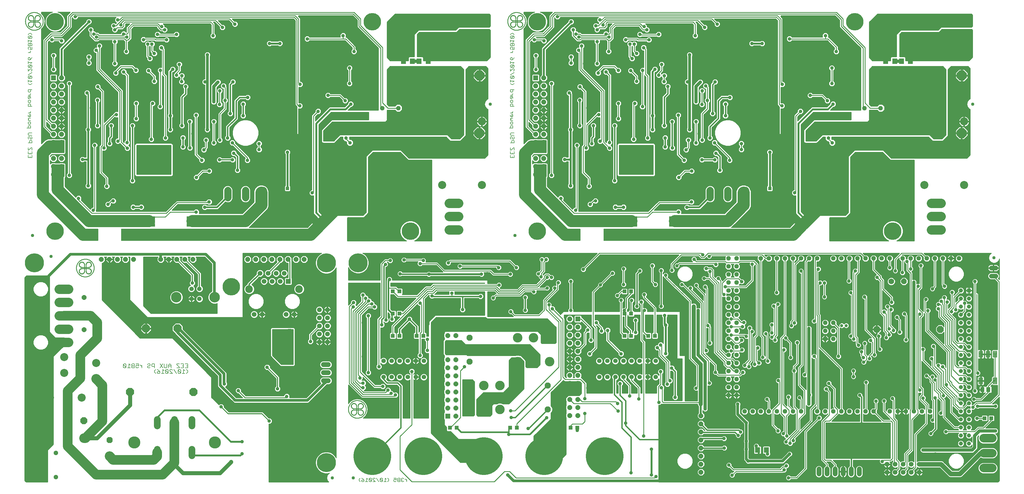
<source format=gbl>
G75*
G70*
%OFA0B0*%
%FSLAX24Y24*%
%IPPOS*%
%LPD*%
%AMOC8*
5,1,8,0,0,1.08239X$1,22.5*
%
%ADD10C,0.0050*%
%ADD11C,0.0060*%
%ADD12C,0.0885*%
%ADD13R,0.0197X0.0098*%
%ADD14C,0.0100*%
%ADD15C,0.0010*%
%ADD16R,0.0594X0.0594*%
%ADD17OC8,0.0594*%
%ADD18R,0.0098X0.0197*%
%ADD19C,0.1236*%
%ADD20OC8,0.1236*%
%ADD21C,0.1000*%
%ADD22OC8,0.0560*%
%ADD23OC8,0.0520*%
%ADD24C,0.1000*%
%ADD25OC8,0.0885*%
%ADD26C,0.0825*%
%ADD27OC8,0.0760*%
%ADD28C,0.1502*%
%ADD29C,0.0594*%
%ADD30C,0.0594*%
%ADD31C,0.0560*%
%ADD32C,0.1306*%
%ADD33C,0.0945*%
%ADD34OC8,0.0600*%
%ADD35C,0.0397*%
%ADD36C,0.0560*%
%ADD37C,0.0860*%
%ADD38OC8,0.0860*%
%ADD39OC8,0.0554*%
%ADD40C,0.1181*%
%ADD41C,0.0768*%
%ADD42C,0.4685*%
%ADD43R,0.0472X0.0472*%
%ADD44C,0.1065*%
%ADD45C,0.0515*%
%ADD46R,0.0515X0.0515*%
%ADD47C,0.0554*%
%ADD48R,0.0630X0.0709*%
%ADD49R,0.0512X0.0591*%
%ADD50C,0.0083*%
%ADD51C,0.0400*%
%ADD52C,0.0700*%
%ADD53OC8,0.0700*%
%ADD54OC8,0.1000*%
%ADD55C,0.1181*%
%ADD56R,0.0630X0.0710*%
%ADD57R,0.0396X0.0396*%
%ADD58OC8,0.0396*%
%ADD59C,0.0160*%
%ADD60C,0.0240*%
%ADD61C,0.0400*%
%ADD62C,0.1500*%
%ADD63C,0.0320*%
%ADD64C,0.0120*%
%ADD65C,0.0200*%
%ADD66C,0.0660*%
%ADD67R,0.0436X0.0436*%
%ADD68C,0.2165*%
%ADD69C,0.2362*%
%ADD70C,0.1500*%
%ADD71C,0.0500*%
%ADD72C,0.1200*%
%ADD73C,0.1350*%
D10*
X046354Y004005D02*
X046354Y004155D01*
X046504Y004305D01*
X046664Y004305D02*
X046814Y004230D01*
X046964Y004080D01*
X046739Y004080D01*
X046664Y004005D01*
X046664Y003930D01*
X046739Y003855D01*
X046889Y003855D01*
X046964Y003930D01*
X046964Y004080D01*
X047124Y003855D02*
X047425Y003855D01*
X047274Y003855D02*
X047274Y004305D01*
X047425Y004155D01*
X047585Y004230D02*
X047885Y003930D01*
X047810Y003855D01*
X047660Y003855D01*
X047585Y003930D01*
X047585Y004230D01*
X047660Y004305D01*
X047810Y004305D01*
X047885Y004230D01*
X047885Y003930D01*
X048045Y003855D02*
X048345Y003855D01*
X048045Y004155D01*
X048045Y004230D01*
X048120Y004305D01*
X048270Y004305D01*
X048345Y004230D01*
X048506Y004305D02*
X048806Y003855D01*
X048966Y003930D02*
X049041Y003855D01*
X049191Y003855D01*
X049266Y003930D01*
X048966Y004230D01*
X048966Y003930D01*
X049266Y003930D02*
X049266Y004230D01*
X049191Y004305D01*
X049041Y004305D01*
X048966Y004230D01*
X049426Y003855D02*
X049727Y003855D01*
X049576Y003855D02*
X049576Y004305D01*
X049727Y004155D01*
X049883Y004305D02*
X050033Y004155D01*
X050033Y004005D01*
X049883Y003855D01*
X050654Y003930D02*
X050729Y003855D01*
X050879Y003855D01*
X050954Y003930D01*
X050954Y004080D02*
X050804Y004155D01*
X050729Y004155D01*
X050654Y004080D01*
X050654Y003930D01*
X050954Y004080D02*
X050954Y004305D01*
X050654Y004305D01*
X051114Y004230D02*
X051114Y004155D01*
X051189Y004080D01*
X051415Y004080D01*
X051575Y004005D02*
X051575Y003930D01*
X051650Y003855D01*
X051800Y003855D01*
X051875Y003930D01*
X051725Y004080D02*
X051650Y004080D01*
X051575Y004005D01*
X051650Y004080D02*
X051575Y004155D01*
X051575Y004230D01*
X051650Y004305D01*
X051800Y004305D01*
X051875Y004230D01*
X052034Y004155D02*
X052109Y004155D01*
X052259Y004005D01*
X052259Y003855D02*
X052259Y004155D01*
X051415Y004305D02*
X051189Y004305D01*
X051114Y004230D01*
X051189Y004080D02*
X051114Y004005D01*
X051114Y003930D01*
X051189Y003855D01*
X051415Y003855D01*
X051415Y004305D01*
X046504Y003855D02*
X046354Y004005D01*
X065133Y044097D02*
X065133Y044397D01*
X065133Y044557D02*
X065133Y044858D01*
X065133Y045018D02*
X065133Y045318D01*
X065133Y045018D02*
X065208Y045018D01*
X065508Y045318D01*
X065583Y045318D01*
X065583Y045018D01*
X065583Y044858D02*
X065583Y044557D01*
X065133Y044557D01*
X065358Y044557D02*
X065358Y044708D01*
X065583Y044397D02*
X065583Y044097D01*
X065133Y044097D01*
X065358Y044097D02*
X065358Y044247D01*
X065283Y045939D02*
X065283Y046164D01*
X065358Y046239D01*
X065508Y046239D01*
X065583Y046164D01*
X065583Y045939D01*
X065133Y045939D01*
X065208Y046399D02*
X065133Y046474D01*
X065133Y046624D01*
X065208Y046699D01*
X065283Y046699D01*
X065358Y046624D01*
X065358Y046474D01*
X065433Y046399D01*
X065508Y046399D01*
X065583Y046474D01*
X065583Y046624D01*
X065508Y046699D01*
X065583Y046859D02*
X065208Y046859D01*
X065133Y046934D01*
X065133Y047085D01*
X065208Y047160D01*
X065583Y047160D01*
X065433Y047780D02*
X064983Y047780D01*
X065133Y047780D02*
X065133Y048005D01*
X065208Y048080D01*
X065358Y048080D01*
X065433Y048005D01*
X065433Y047780D01*
X065358Y048241D02*
X065208Y048241D01*
X065133Y048316D01*
X065133Y048466D01*
X065208Y048541D01*
X065358Y048541D01*
X065433Y048466D01*
X065433Y048316D01*
X065358Y048241D01*
X065433Y048701D02*
X065208Y048701D01*
X065133Y048776D01*
X065208Y048851D01*
X065133Y048926D01*
X065208Y049001D01*
X065433Y049001D01*
X065358Y049161D02*
X065433Y049236D01*
X065433Y049387D01*
X065358Y049462D01*
X065283Y049462D01*
X065283Y049161D01*
X065208Y049161D02*
X065358Y049161D01*
X065208Y049161D02*
X065133Y049236D01*
X065133Y049387D01*
X065133Y049622D02*
X065433Y049622D01*
X065283Y049622D02*
X065433Y049772D01*
X065433Y049847D01*
X065433Y050466D02*
X065433Y050691D01*
X065358Y050766D01*
X065208Y050766D01*
X065133Y050691D01*
X065133Y050466D01*
X065583Y050466D01*
X065358Y050926D02*
X065208Y050926D01*
X065133Y051001D01*
X065133Y051151D01*
X065208Y051226D01*
X065358Y051226D01*
X065433Y051151D01*
X065433Y051001D01*
X065358Y050926D01*
X065208Y051387D02*
X065283Y051462D01*
X065283Y051687D01*
X065358Y051687D02*
X065133Y051687D01*
X065133Y051462D01*
X065208Y051387D01*
X065433Y051462D02*
X065433Y051612D01*
X065358Y051687D01*
X065283Y051847D02*
X065433Y051997D01*
X065433Y052072D01*
X065358Y052231D02*
X065433Y052306D01*
X065433Y052531D01*
X065583Y052531D02*
X065133Y052531D01*
X065133Y052306D01*
X065208Y052231D01*
X065358Y052231D01*
X065433Y051847D02*
X065133Y051847D01*
X065283Y053151D02*
X065433Y053151D01*
X065583Y053302D01*
X065433Y053458D02*
X065583Y053608D01*
X065133Y053608D01*
X065133Y053458D02*
X065133Y053759D01*
X065208Y053919D02*
X065508Y054219D01*
X065208Y054219D01*
X065133Y054144D01*
X065133Y053994D01*
X065208Y053919D01*
X065508Y053919D01*
X065583Y053994D01*
X065583Y054144D01*
X065508Y054219D01*
X065133Y054379D02*
X065583Y054679D01*
X065508Y054840D02*
X065583Y054915D01*
X065583Y055065D01*
X065508Y055140D01*
X065433Y055140D01*
X065133Y054840D01*
X065133Y055140D01*
X065208Y055300D02*
X065508Y055600D01*
X065208Y055600D01*
X065133Y055525D01*
X065133Y055375D01*
X065208Y055300D01*
X065508Y055300D01*
X065583Y055375D01*
X065583Y055525D01*
X065508Y055600D01*
X065433Y055760D02*
X065583Y055910D01*
X065133Y055910D01*
X065133Y055760D02*
X065133Y056061D01*
X065208Y056221D02*
X065133Y056296D01*
X065133Y056446D01*
X065208Y056521D01*
X065283Y056521D01*
X065358Y056446D01*
X065358Y056221D01*
X065208Y056221D01*
X065358Y056221D02*
X065508Y056371D01*
X065583Y056521D01*
X065433Y057141D02*
X065133Y057141D01*
X065283Y057141D02*
X065433Y057292D01*
X065433Y057367D01*
X065358Y057525D02*
X065433Y057675D01*
X065433Y057750D01*
X065358Y057825D01*
X065208Y057825D01*
X065133Y057750D01*
X065133Y057600D01*
X065208Y057525D01*
X065358Y057525D02*
X065583Y057525D01*
X065583Y057825D01*
X065583Y057986D02*
X065583Y058211D01*
X065508Y058286D01*
X065433Y058286D01*
X065358Y058211D01*
X065358Y057986D01*
X065358Y058211D02*
X065283Y058286D01*
X065208Y058286D01*
X065133Y058211D01*
X065133Y057986D01*
X065583Y057986D01*
X065433Y058446D02*
X065583Y058596D01*
X065133Y058596D01*
X065133Y058446D02*
X065133Y058746D01*
X065208Y058906D02*
X065508Y059207D01*
X065208Y059207D01*
X065133Y059132D01*
X065133Y058981D01*
X065208Y058906D01*
X065508Y058906D01*
X065583Y058981D01*
X065583Y059132D01*
X065508Y059207D01*
X065583Y059367D02*
X065433Y059517D01*
X065283Y059517D01*
X065133Y059367D01*
X065133Y053302D02*
X065283Y053151D01*
X005741Y053302D02*
X005591Y053151D01*
X005441Y053151D01*
X005290Y053302D01*
X005290Y053458D02*
X005290Y053759D01*
X005290Y053608D02*
X005741Y053608D01*
X005591Y053458D01*
X005666Y053919D02*
X005741Y053994D01*
X005741Y054144D01*
X005666Y054219D01*
X005365Y053919D01*
X005290Y053994D01*
X005290Y054144D01*
X005365Y054219D01*
X005666Y054219D01*
X005666Y053919D02*
X005365Y053919D01*
X005290Y054379D02*
X005741Y054679D01*
X005666Y054840D02*
X005741Y054915D01*
X005741Y055065D01*
X005666Y055140D01*
X005591Y055140D01*
X005290Y054840D01*
X005290Y055140D01*
X005365Y055300D02*
X005290Y055375D01*
X005290Y055525D01*
X005365Y055600D01*
X005666Y055600D01*
X005365Y055300D01*
X005666Y055300D01*
X005741Y055375D01*
X005741Y055525D01*
X005666Y055600D01*
X005591Y055760D02*
X005741Y055910D01*
X005290Y055910D01*
X005290Y055760D02*
X005290Y056061D01*
X005365Y056221D02*
X005290Y056296D01*
X005290Y056446D01*
X005365Y056521D01*
X005441Y056521D01*
X005516Y056446D01*
X005516Y056221D01*
X005365Y056221D01*
X005516Y056221D02*
X005666Y056371D01*
X005741Y056521D01*
X005591Y057141D02*
X005290Y057141D01*
X005441Y057141D02*
X005591Y057292D01*
X005591Y057367D01*
X005516Y057525D02*
X005591Y057675D01*
X005591Y057750D01*
X005516Y057825D01*
X005365Y057825D01*
X005290Y057750D01*
X005290Y057600D01*
X005365Y057525D01*
X005516Y057525D02*
X005741Y057525D01*
X005741Y057825D01*
X005741Y057986D02*
X005290Y057986D01*
X005290Y058211D01*
X005365Y058286D01*
X005441Y058286D01*
X005516Y058211D01*
X005516Y057986D01*
X005516Y058211D02*
X005591Y058286D01*
X005666Y058286D01*
X005741Y058211D01*
X005741Y057986D01*
X005591Y058446D02*
X005741Y058596D01*
X005290Y058596D01*
X005290Y058446D02*
X005290Y058746D01*
X005365Y058906D02*
X005290Y058981D01*
X005290Y059132D01*
X005365Y059207D01*
X005666Y059207D01*
X005365Y058906D01*
X005666Y058906D01*
X005741Y058981D01*
X005741Y059132D01*
X005666Y059207D01*
X005741Y059367D02*
X005591Y059517D01*
X005441Y059517D01*
X005290Y059367D01*
X005290Y052531D02*
X005290Y052306D01*
X005365Y052231D01*
X005516Y052231D01*
X005591Y052306D01*
X005591Y052531D01*
X005741Y052531D02*
X005290Y052531D01*
X005591Y052072D02*
X005591Y051997D01*
X005441Y051847D01*
X005591Y051847D02*
X005290Y051847D01*
X005290Y051687D02*
X005290Y051462D01*
X005365Y051387D01*
X005441Y051462D01*
X005441Y051687D01*
X005516Y051687D02*
X005290Y051687D01*
X005516Y051687D02*
X005591Y051612D01*
X005591Y051462D01*
X005516Y051226D02*
X005591Y051151D01*
X005591Y051001D01*
X005516Y050926D01*
X005365Y050926D01*
X005290Y051001D01*
X005290Y051151D01*
X005365Y051226D01*
X005516Y051226D01*
X005516Y050766D02*
X005591Y050691D01*
X005591Y050466D01*
X005741Y050466D02*
X005290Y050466D01*
X005290Y050691D01*
X005365Y050766D01*
X005516Y050766D01*
X005591Y049847D02*
X005591Y049772D01*
X005441Y049622D01*
X005591Y049622D02*
X005290Y049622D01*
X005441Y049462D02*
X005441Y049161D01*
X005516Y049161D02*
X005591Y049236D01*
X005591Y049387D01*
X005516Y049462D01*
X005441Y049462D01*
X005290Y049387D02*
X005290Y049236D01*
X005365Y049161D01*
X005516Y049161D01*
X005591Y049001D02*
X005365Y049001D01*
X005290Y048926D01*
X005365Y048851D01*
X005290Y048776D01*
X005365Y048701D01*
X005591Y048701D01*
X005516Y048541D02*
X005591Y048466D01*
X005591Y048316D01*
X005516Y048241D01*
X005365Y048241D01*
X005290Y048316D01*
X005290Y048466D01*
X005365Y048541D01*
X005516Y048541D01*
X005516Y048080D02*
X005365Y048080D01*
X005290Y048005D01*
X005290Y047780D01*
X005140Y047780D02*
X005591Y047780D01*
X005591Y048005D01*
X005516Y048080D01*
X005365Y047160D02*
X005290Y047085D01*
X005290Y046934D01*
X005365Y046859D01*
X005741Y046859D01*
X005666Y046699D02*
X005741Y046624D01*
X005741Y046474D01*
X005666Y046399D01*
X005591Y046399D01*
X005516Y046474D01*
X005516Y046624D01*
X005441Y046699D01*
X005365Y046699D01*
X005290Y046624D01*
X005290Y046474D01*
X005365Y046399D01*
X005516Y046239D02*
X005441Y046164D01*
X005441Y045939D01*
X005290Y045939D02*
X005741Y045939D01*
X005741Y046164D01*
X005666Y046239D01*
X005516Y046239D01*
X005365Y047160D02*
X005741Y047160D01*
X005741Y045318D02*
X005666Y045318D01*
X005365Y045018D01*
X005290Y045018D01*
X005290Y045318D01*
X005741Y045318D02*
X005741Y045018D01*
X005741Y044858D02*
X005741Y044557D01*
X005290Y044557D01*
X005290Y044858D01*
X005516Y044708D02*
X005516Y044557D01*
X005741Y044397D02*
X005741Y044097D01*
X005290Y044097D01*
X005290Y044397D01*
X005516Y044247D02*
X005516Y044097D01*
D11*
X017178Y018483D02*
X017094Y018400D01*
X017428Y018066D01*
X017345Y017983D01*
X017178Y017983D01*
X017094Y018066D01*
X017094Y018400D01*
X017178Y018483D02*
X017345Y018483D01*
X017428Y018400D01*
X017428Y018066D01*
X017610Y017983D02*
X017944Y017983D01*
X017777Y017983D02*
X017777Y018483D01*
X017944Y018317D01*
X018126Y018317D02*
X018209Y018233D01*
X018459Y018233D01*
X018641Y018233D02*
X018725Y018317D01*
X018808Y018317D01*
X018975Y018233D01*
X018975Y018483D01*
X018641Y018483D01*
X018459Y018483D02*
X018459Y017983D01*
X018209Y017983D01*
X018126Y018066D01*
X018126Y018150D01*
X018209Y018233D01*
X018126Y018317D02*
X018126Y018400D01*
X018209Y018483D01*
X018459Y018483D01*
X018641Y018233D02*
X018641Y018066D01*
X018725Y017983D01*
X018891Y017983D01*
X018975Y018066D01*
X019154Y018317D02*
X019238Y018317D01*
X019405Y018150D01*
X019405Y017983D02*
X019405Y018317D01*
X020102Y018400D02*
X020186Y018483D01*
X020352Y018483D01*
X020436Y018400D01*
X020436Y018317D01*
X020352Y018233D01*
X020186Y018233D01*
X020102Y018150D01*
X020102Y018066D01*
X020186Y017983D01*
X020352Y017983D01*
X020436Y018066D01*
X020618Y018233D02*
X020701Y018150D01*
X020951Y018150D01*
X020951Y017983D02*
X020951Y018483D01*
X020701Y018483D01*
X020618Y018400D01*
X020618Y018233D01*
X021123Y017783D02*
X020957Y017617D01*
X020957Y017450D01*
X021123Y017283D01*
X021305Y017366D02*
X021305Y017450D01*
X021389Y017533D01*
X021639Y017533D01*
X021639Y017366D01*
X021556Y017283D01*
X021389Y017283D01*
X021305Y017366D01*
X021472Y017700D02*
X021639Y017533D01*
X021472Y017700D02*
X021305Y017783D01*
X021649Y017983D02*
X021983Y018483D01*
X022165Y018483D02*
X022165Y018066D01*
X022248Y017983D01*
X022415Y017983D01*
X022498Y018066D01*
X022498Y018483D01*
X022680Y018317D02*
X022680Y017983D01*
X022587Y017783D02*
X022420Y017783D01*
X022337Y017700D01*
X022670Y017366D01*
X022587Y017283D01*
X022420Y017283D01*
X022337Y017366D01*
X022337Y017700D01*
X022155Y017617D02*
X021988Y017783D01*
X021988Y017283D01*
X022155Y017283D02*
X021821Y017283D01*
X021983Y017983D02*
X021649Y018483D01*
X022680Y018317D02*
X022847Y018483D01*
X023014Y018317D01*
X023014Y017983D01*
X022936Y017783D02*
X023102Y017783D01*
X023186Y017700D01*
X023368Y017783D02*
X023702Y017283D01*
X023884Y017366D02*
X023967Y017283D01*
X024134Y017283D01*
X024217Y017366D01*
X023884Y017700D01*
X023884Y017366D01*
X024217Y017366D02*
X024217Y017700D01*
X024134Y017783D01*
X023967Y017783D01*
X023884Y017700D01*
X024045Y017983D02*
X023712Y017983D01*
X024045Y017983D02*
X024045Y018066D01*
X023712Y018400D01*
X023712Y018483D01*
X024045Y018483D01*
X024227Y018483D02*
X024561Y018483D01*
X024561Y017983D01*
X024227Y017983D01*
X024394Y018233D02*
X024561Y018233D01*
X024743Y017983D02*
X025077Y017983D01*
X025077Y018483D01*
X024743Y018483D01*
X024910Y018233D02*
X025077Y018233D01*
X024910Y017783D02*
X025077Y017617D01*
X025077Y017450D01*
X024910Y017283D01*
X024733Y017283D02*
X024399Y017283D01*
X024566Y017283D02*
X024566Y017783D01*
X024733Y017617D01*
X023186Y017283D02*
X022852Y017617D01*
X022852Y017700D01*
X022936Y017783D01*
X022670Y017700D02*
X022587Y017783D01*
X022670Y017700D02*
X022670Y017366D01*
X022852Y017283D02*
X023186Y017283D01*
X023014Y018233D02*
X022680Y018233D01*
D12*
X030052Y039130D02*
X030052Y040015D01*
X032252Y040015D02*
X032252Y039130D01*
X034452Y039130D02*
X034452Y040015D01*
X089895Y040015D02*
X089895Y039130D01*
X092095Y039130D02*
X092095Y040015D01*
X094295Y040015D02*
X094295Y039130D01*
D13*
X101683Y036168D03*
X101683Y036076D03*
X095940Y007593D03*
X095940Y007501D03*
X041840Y036076D03*
X041840Y036168D03*
D14*
X004890Y003962D02*
X004931Y003906D01*
X004987Y003866D01*
X005052Y003844D01*
X005087Y003842D01*
X007690Y003842D01*
X007690Y007797D01*
X008390Y008497D01*
X008390Y019422D01*
X009615Y020647D01*
X009765Y020647D01*
X009765Y021747D01*
X008640Y021747D01*
X007915Y022472D01*
X007915Y029422D01*
X005090Y029422D01*
X004866Y029198D01*
X004866Y004063D01*
X007690Y004063D01*
X007690Y003965D02*
X004889Y003965D01*
X004890Y003962D02*
X004869Y004028D01*
X004866Y004063D01*
X004866Y004162D02*
X007690Y004162D01*
X007690Y004260D02*
X004866Y004260D01*
X004866Y004359D02*
X007690Y004359D01*
X007690Y004457D02*
X004866Y004457D01*
X004866Y004556D02*
X007690Y004556D01*
X007690Y004654D02*
X004866Y004654D01*
X004866Y004753D02*
X007690Y004753D01*
X007690Y004851D02*
X004866Y004851D01*
X004866Y004950D02*
X007690Y004950D01*
X007690Y005048D02*
X004866Y005048D01*
X004866Y005147D02*
X007690Y005147D01*
X007690Y005245D02*
X004866Y005245D01*
X004866Y005344D02*
X007690Y005344D01*
X007690Y005442D02*
X004866Y005442D01*
X004866Y005541D02*
X007690Y005541D01*
X007690Y005639D02*
X004866Y005639D01*
X004866Y005738D02*
X007690Y005738D01*
X007690Y005836D02*
X004866Y005836D01*
X004866Y005935D02*
X007690Y005935D01*
X007690Y006033D02*
X004866Y006033D01*
X004866Y006132D02*
X007690Y006132D01*
X007690Y006230D02*
X004866Y006230D01*
X004866Y006329D02*
X007690Y006329D01*
X007690Y006427D02*
X004866Y006427D01*
X004866Y006526D02*
X007690Y006526D01*
X007690Y006624D02*
X004866Y006624D01*
X004866Y006723D02*
X007690Y006723D01*
X007690Y006821D02*
X004866Y006821D01*
X004866Y006920D02*
X007690Y006920D01*
X007690Y007018D02*
X004866Y007018D01*
X004866Y007117D02*
X007690Y007117D01*
X007690Y007215D02*
X004866Y007215D01*
X004866Y007314D02*
X007690Y007314D01*
X007690Y007412D02*
X004866Y007412D01*
X004866Y007511D02*
X007690Y007511D01*
X007690Y007609D02*
X004866Y007609D01*
X004866Y007708D02*
X007690Y007708D01*
X007699Y007806D02*
X004866Y007806D01*
X004866Y007905D02*
X007798Y007905D01*
X007896Y008003D02*
X004866Y008003D01*
X004866Y008102D02*
X007995Y008102D01*
X008093Y008200D02*
X004866Y008200D01*
X004866Y008299D02*
X008192Y008299D01*
X008290Y008397D02*
X004866Y008397D01*
X004866Y008496D02*
X008389Y008496D01*
X008390Y008594D02*
X004866Y008594D01*
X004866Y008693D02*
X008390Y008693D01*
X008390Y008791D02*
X004866Y008791D01*
X004866Y008890D02*
X008390Y008890D01*
X008390Y008988D02*
X004866Y008988D01*
X004866Y009087D02*
X008390Y009087D01*
X008390Y009185D02*
X004866Y009185D01*
X004866Y009284D02*
X008390Y009284D01*
X008390Y009382D02*
X004866Y009382D01*
X004866Y009481D02*
X008390Y009481D01*
X008390Y009579D02*
X004866Y009579D01*
X004866Y009678D02*
X008390Y009678D01*
X008390Y009776D02*
X004866Y009776D01*
X004866Y009875D02*
X008390Y009875D01*
X008390Y009973D02*
X004866Y009973D01*
X004866Y010072D02*
X008390Y010072D01*
X008390Y010170D02*
X004866Y010170D01*
X004866Y010269D02*
X008390Y010269D01*
X008390Y010367D02*
X004866Y010367D01*
X004866Y010466D02*
X008390Y010466D01*
X008390Y010564D02*
X004866Y010564D01*
X004866Y010663D02*
X008390Y010663D01*
X008390Y010761D02*
X004866Y010761D01*
X004866Y010860D02*
X008390Y010860D01*
X008390Y010958D02*
X004866Y010958D01*
X004866Y011057D02*
X008390Y011057D01*
X008390Y011155D02*
X004866Y011155D01*
X004866Y011254D02*
X008390Y011254D01*
X008390Y011352D02*
X004866Y011352D01*
X004866Y011451D02*
X008390Y011451D01*
X008390Y011549D02*
X004866Y011549D01*
X004866Y011648D02*
X008390Y011648D01*
X008390Y011746D02*
X004866Y011746D01*
X004866Y011845D02*
X008390Y011845D01*
X008390Y011943D02*
X004866Y011943D01*
X004866Y012042D02*
X008390Y012042D01*
X008390Y012140D02*
X004866Y012140D01*
X004866Y012239D02*
X008390Y012239D01*
X008390Y012337D02*
X004866Y012337D01*
X004866Y012436D02*
X008390Y012436D01*
X008390Y012534D02*
X004866Y012534D01*
X004866Y012633D02*
X008390Y012633D01*
X008390Y012731D02*
X004866Y012731D01*
X004866Y012830D02*
X008390Y012830D01*
X008390Y012928D02*
X004866Y012928D01*
X004866Y013027D02*
X008390Y013027D01*
X008390Y013125D02*
X004866Y013125D01*
X004866Y013224D02*
X008390Y013224D01*
X008390Y013322D02*
X004866Y013322D01*
X004866Y013421D02*
X008390Y013421D01*
X008390Y013519D02*
X004866Y013519D01*
X004866Y013618D02*
X008390Y013618D01*
X008390Y013716D02*
X004866Y013716D01*
X004866Y013815D02*
X008390Y013815D01*
X008390Y013913D02*
X004866Y013913D01*
X004866Y014012D02*
X008390Y014012D01*
X008390Y014110D02*
X004866Y014110D01*
X004866Y014209D02*
X008390Y014209D01*
X008390Y014307D02*
X004866Y014307D01*
X004866Y014406D02*
X008390Y014406D01*
X008390Y014504D02*
X004866Y014504D01*
X004866Y014603D02*
X008390Y014603D01*
X008390Y014701D02*
X004866Y014701D01*
X004866Y014800D02*
X008390Y014800D01*
X008390Y014898D02*
X004866Y014898D01*
X004866Y014997D02*
X008390Y014997D01*
X008390Y015095D02*
X004866Y015095D01*
X004866Y015194D02*
X008390Y015194D01*
X008390Y015292D02*
X004866Y015292D01*
X004866Y015391D02*
X008390Y015391D01*
X008390Y015489D02*
X004866Y015489D01*
X004866Y015588D02*
X008390Y015588D01*
X008390Y015686D02*
X004866Y015686D01*
X004866Y015785D02*
X008390Y015785D01*
X008390Y015883D02*
X004866Y015883D01*
X004866Y015982D02*
X008390Y015982D01*
X008390Y016080D02*
X004866Y016080D01*
X004866Y016179D02*
X008390Y016179D01*
X008390Y016277D02*
X004866Y016277D01*
X004866Y016376D02*
X008390Y016376D01*
X008390Y016474D02*
X004866Y016474D01*
X004866Y016573D02*
X008390Y016573D01*
X008390Y016671D02*
X004866Y016671D01*
X004866Y016770D02*
X008390Y016770D01*
X008390Y016868D02*
X004866Y016868D01*
X004866Y016967D02*
X008390Y016967D01*
X008390Y017065D02*
X004866Y017065D01*
X004866Y017164D02*
X008390Y017164D01*
X008390Y017262D02*
X004866Y017262D01*
X004866Y017361D02*
X008390Y017361D01*
X008390Y017459D02*
X004866Y017459D01*
X004866Y017558D02*
X008390Y017558D01*
X008390Y017656D02*
X004866Y017656D01*
X004866Y017755D02*
X008390Y017755D01*
X008390Y017853D02*
X004866Y017853D01*
X004866Y017952D02*
X008390Y017952D01*
X008390Y018050D02*
X004866Y018050D01*
X004866Y018149D02*
X008390Y018149D01*
X008390Y018247D02*
X004866Y018247D01*
X004866Y018346D02*
X008390Y018346D01*
X008390Y018444D02*
X004866Y018444D01*
X004866Y018543D02*
X008390Y018543D01*
X008390Y018641D02*
X004866Y018641D01*
X004866Y018740D02*
X008390Y018740D01*
X008390Y018838D02*
X004866Y018838D01*
X004866Y018937D02*
X008390Y018937D01*
X008390Y019035D02*
X004866Y019035D01*
X004866Y019134D02*
X008390Y019134D01*
X008390Y019232D02*
X004866Y019232D01*
X004866Y019331D02*
X008390Y019331D01*
X008397Y019429D02*
X004866Y019429D01*
X004866Y019528D02*
X008496Y019528D01*
X008594Y019626D02*
X004866Y019626D01*
X004866Y019725D02*
X008693Y019725D01*
X008791Y019823D02*
X004866Y019823D01*
X004866Y019922D02*
X008890Y019922D01*
X008988Y020020D02*
X004866Y020020D01*
X004866Y020119D02*
X009087Y020119D01*
X009185Y020217D02*
X004866Y020217D01*
X004866Y020316D02*
X006417Y020316D01*
X006309Y020361D02*
X006654Y020217D01*
X007028Y020217D01*
X007374Y020361D01*
X007639Y020625D01*
X007782Y020971D01*
X007782Y021345D01*
X007639Y021691D01*
X007374Y021955D01*
X007028Y022098D01*
X006654Y022098D01*
X006309Y021955D01*
X006044Y021691D01*
X005901Y021345D01*
X005901Y020971D01*
X006044Y020625D01*
X006309Y020361D01*
X006255Y020414D02*
X004866Y020414D01*
X004866Y020513D02*
X006157Y020513D01*
X006058Y020611D02*
X004866Y020611D01*
X004866Y020710D02*
X006009Y020710D01*
X005968Y020808D02*
X004866Y020808D01*
X004866Y020907D02*
X005927Y020907D01*
X005901Y021005D02*
X004866Y021005D01*
X004866Y021104D02*
X005901Y021104D01*
X005901Y021202D02*
X004866Y021202D01*
X004866Y021301D02*
X005901Y021301D01*
X005923Y021399D02*
X004866Y021399D01*
X004866Y021498D02*
X005964Y021498D01*
X006005Y021596D02*
X004866Y021596D01*
X004866Y021695D02*
X006048Y021695D01*
X006146Y021793D02*
X004866Y021793D01*
X004866Y021892D02*
X006245Y021892D01*
X006393Y021990D02*
X004866Y021990D01*
X004866Y022089D02*
X006631Y022089D01*
X007052Y022089D02*
X008299Y022089D01*
X008200Y022187D02*
X004866Y022187D01*
X004866Y022286D02*
X008102Y022286D01*
X008003Y022384D02*
X004866Y022384D01*
X004866Y022483D02*
X007915Y022483D01*
X007915Y022581D02*
X004866Y022581D01*
X004866Y022680D02*
X007915Y022680D01*
X007915Y022778D02*
X004866Y022778D01*
X004866Y022877D02*
X007915Y022877D01*
X007915Y022975D02*
X004866Y022975D01*
X004866Y023074D02*
X007915Y023074D01*
X007915Y023172D02*
X004866Y023172D01*
X004866Y023271D02*
X007915Y023271D01*
X007915Y023369D02*
X004866Y023369D01*
X004866Y023468D02*
X007915Y023468D01*
X007915Y023566D02*
X004866Y023566D01*
X004866Y023665D02*
X007915Y023665D01*
X007915Y023763D02*
X004866Y023763D01*
X004866Y023862D02*
X007915Y023862D01*
X007915Y023960D02*
X004866Y023960D01*
X004866Y024059D02*
X007915Y024059D01*
X007915Y024157D02*
X004866Y024157D01*
X004866Y024256D02*
X007915Y024256D01*
X007915Y024354D02*
X004866Y024354D01*
X004866Y024453D02*
X007915Y024453D01*
X007915Y024551D02*
X004866Y024551D01*
X004866Y024650D02*
X007915Y024650D01*
X007915Y024748D02*
X004866Y024748D01*
X004866Y024847D02*
X007915Y024847D01*
X007915Y024945D02*
X004866Y024945D01*
X004866Y025044D02*
X007915Y025044D01*
X007915Y025142D02*
X004866Y025142D01*
X004866Y025241D02*
X007915Y025241D01*
X007915Y025339D02*
X004866Y025339D01*
X004866Y025438D02*
X007915Y025438D01*
X007915Y025536D02*
X004866Y025536D01*
X004866Y025635D02*
X007915Y025635D01*
X007915Y025733D02*
X004866Y025733D01*
X004866Y025832D02*
X007915Y025832D01*
X007915Y025930D02*
X004866Y025930D01*
X004866Y026029D02*
X007915Y026029D01*
X007915Y026127D02*
X004866Y026127D01*
X004866Y026226D02*
X007915Y026226D01*
X007915Y026324D02*
X004866Y026324D01*
X004866Y026423D02*
X007915Y026423D01*
X007915Y026521D02*
X004866Y026521D01*
X004866Y026620D02*
X007915Y026620D01*
X007915Y026718D02*
X004866Y026718D01*
X004866Y026817D02*
X007915Y026817D01*
X007915Y026915D02*
X007230Y026915D01*
X007374Y026975D02*
X007639Y027239D01*
X007782Y027585D01*
X007782Y027959D01*
X007639Y028305D01*
X007374Y028569D01*
X007028Y028713D01*
X006654Y028713D01*
X006309Y028569D01*
X006044Y028305D01*
X005901Y027959D01*
X005901Y027585D01*
X006044Y027239D01*
X006309Y026975D01*
X006654Y026831D01*
X007028Y026831D01*
X007374Y026975D01*
X007413Y027014D02*
X007915Y027014D01*
X007915Y027112D02*
X007512Y027112D01*
X007610Y027211D02*
X007915Y027211D01*
X007915Y027309D02*
X007668Y027309D01*
X007708Y027408D02*
X007915Y027408D01*
X007915Y027506D02*
X007749Y027506D01*
X007782Y027605D02*
X007915Y027605D01*
X007915Y027703D02*
X007782Y027703D01*
X007782Y027802D02*
X007915Y027802D01*
X007915Y027900D02*
X007782Y027900D01*
X007766Y027999D02*
X007915Y027999D01*
X007915Y028097D02*
X007725Y028097D01*
X007684Y028196D02*
X007915Y028196D01*
X007915Y028294D02*
X007643Y028294D01*
X007551Y028393D02*
X007915Y028393D01*
X007915Y028491D02*
X007452Y028491D01*
X007325Y028590D02*
X007915Y028590D01*
X007915Y028688D02*
X007088Y028688D01*
X006595Y028688D02*
X004866Y028688D01*
X004866Y028590D02*
X006357Y028590D01*
X006230Y028491D02*
X004866Y028491D01*
X004866Y028393D02*
X006132Y028393D01*
X006040Y028294D02*
X004866Y028294D01*
X004866Y028196D02*
X005999Y028196D01*
X005958Y028097D02*
X004866Y028097D01*
X004866Y027999D02*
X005917Y027999D01*
X005901Y027900D02*
X004866Y027900D01*
X004866Y027802D02*
X005901Y027802D01*
X005901Y027703D02*
X004866Y027703D01*
X004866Y027605D02*
X005901Y027605D01*
X005934Y027506D02*
X004866Y027506D01*
X004866Y027408D02*
X005974Y027408D01*
X006015Y027309D02*
X004866Y027309D01*
X004866Y027211D02*
X006073Y027211D01*
X006171Y027112D02*
X004866Y027112D01*
X004866Y027014D02*
X006270Y027014D01*
X006452Y026915D02*
X004866Y026915D01*
X004866Y028787D02*
X007915Y028787D01*
X007915Y028885D02*
X004866Y028885D01*
X004866Y028984D02*
X007915Y028984D01*
X007915Y029082D02*
X004866Y029082D01*
X004866Y029181D02*
X007915Y029181D01*
X007915Y029279D02*
X004947Y029279D01*
X005046Y029378D02*
X007915Y029378D01*
X011951Y030322D02*
X012778Y030322D01*
X012778Y030480D02*
X011951Y030480D01*
X011264Y030401D02*
X011266Y030467D01*
X011272Y030532D01*
X011282Y030597D01*
X011295Y030662D01*
X011313Y030725D01*
X011334Y030788D01*
X011359Y030848D01*
X011388Y030908D01*
X011420Y030965D01*
X011455Y031021D01*
X011494Y031074D01*
X011536Y031125D01*
X011580Y031173D01*
X011628Y031218D01*
X011678Y031261D01*
X011731Y031300D01*
X011786Y031337D01*
X011843Y031370D01*
X011902Y031399D01*
X011962Y031425D01*
X012024Y031447D01*
X012087Y031466D01*
X012151Y031480D01*
X012216Y031491D01*
X012282Y031498D01*
X012348Y031501D01*
X012413Y031500D01*
X012479Y031495D01*
X012544Y031486D01*
X012609Y031473D01*
X012672Y031457D01*
X012735Y031437D01*
X012796Y031412D01*
X012856Y031385D01*
X012914Y031354D01*
X012970Y031319D01*
X013024Y031281D01*
X013075Y031240D01*
X013124Y031196D01*
X013170Y031149D01*
X013214Y031100D01*
X013254Y031048D01*
X013291Y030993D01*
X013325Y030937D01*
X013355Y030878D01*
X013382Y030818D01*
X013405Y030757D01*
X013424Y030694D01*
X013440Y030630D01*
X013452Y030565D01*
X013460Y030500D01*
X013464Y030434D01*
X013464Y030368D01*
X013460Y030302D01*
X013452Y030237D01*
X013440Y030172D01*
X013424Y030108D01*
X013405Y030045D01*
X013382Y029984D01*
X013355Y029924D01*
X013325Y029865D01*
X013291Y029809D01*
X013254Y029754D01*
X013214Y029702D01*
X013170Y029653D01*
X013124Y029606D01*
X013075Y029562D01*
X013024Y029521D01*
X012970Y029483D01*
X012914Y029448D01*
X012856Y029417D01*
X012796Y029390D01*
X012735Y029365D01*
X012672Y029345D01*
X012609Y029329D01*
X012544Y029316D01*
X012479Y029307D01*
X012413Y029302D01*
X012348Y029301D01*
X012282Y029304D01*
X012216Y029311D01*
X012151Y029322D01*
X012087Y029336D01*
X012024Y029355D01*
X011962Y029377D01*
X011902Y029403D01*
X011843Y029432D01*
X011786Y029465D01*
X011731Y029502D01*
X011678Y029541D01*
X011628Y029584D01*
X011580Y029629D01*
X011536Y029677D01*
X011494Y029728D01*
X011455Y029781D01*
X011420Y029837D01*
X011388Y029894D01*
X011359Y029954D01*
X011334Y030014D01*
X011313Y030077D01*
X011295Y030140D01*
X011282Y030205D01*
X011272Y030270D01*
X011266Y030335D01*
X011264Y030401D01*
X012266Y030007D02*
X012266Y030795D01*
X012463Y030795D02*
X012463Y030007D01*
X014465Y029969D02*
X017890Y029969D01*
X017890Y030067D02*
X014465Y030067D01*
X014465Y030166D02*
X017890Y030166D01*
X017890Y030264D02*
X014465Y030264D01*
X014465Y030363D02*
X017890Y030363D01*
X017890Y030461D02*
X014465Y030461D01*
X014465Y030560D02*
X017890Y030560D01*
X017890Y030658D02*
X014465Y030658D01*
X014465Y030757D02*
X017890Y030757D01*
X017890Y030855D02*
X014465Y030855D01*
X014465Y030954D02*
X017890Y030954D01*
X017890Y031052D02*
X017606Y031052D01*
X017559Y031005D02*
X017832Y031279D01*
X017832Y031665D01*
X017731Y031767D01*
X017890Y031767D01*
X017890Y026447D01*
X020065Y024272D01*
X031915Y024272D01*
X031940Y024397D01*
X031940Y032236D01*
X041677Y032236D01*
X041462Y032112D01*
X041210Y031861D01*
X041033Y031553D01*
X040940Y031209D01*
X040940Y030853D01*
X041033Y030510D01*
X041210Y030202D01*
X041462Y029950D01*
X041770Y029772D01*
X042114Y029680D01*
X042469Y029680D01*
X042813Y029772D01*
X043121Y029950D01*
X043373Y030202D01*
X043497Y030416D01*
X043497Y006843D01*
X043373Y007058D01*
X043121Y007309D01*
X042813Y007487D01*
X042469Y007579D01*
X042114Y007579D01*
X041770Y007487D01*
X041462Y007309D01*
X041210Y007058D01*
X041033Y006749D01*
X040940Y006406D01*
X040940Y006050D01*
X041033Y005706D01*
X041210Y005398D01*
X041462Y005147D01*
X041770Y004969D01*
X042114Y004877D01*
X042469Y004877D01*
X042660Y004928D01*
X042582Y004890D01*
X042389Y004649D01*
X042389Y004649D01*
X042320Y004347D01*
X042389Y004045D01*
X042552Y003842D01*
X035165Y003842D01*
X035165Y011029D01*
X035343Y011029D01*
X035559Y011245D01*
X035559Y011550D01*
X035343Y011765D01*
X035148Y011765D01*
X034386Y012527D01*
X030186Y012527D01*
X029584Y013129D01*
X029584Y013325D01*
X029368Y013540D01*
X029063Y013540D01*
X028955Y013432D01*
X028040Y014347D01*
X028040Y016847D01*
X023190Y021697D01*
X019165Y021697D01*
X014465Y026422D01*
X014465Y031005D01*
X014559Y031005D01*
X014832Y031279D01*
X014832Y031665D01*
X014731Y031767D01*
X015028Y031767D01*
X014919Y031657D01*
X014919Y031520D01*
X015317Y031520D01*
X015317Y031424D01*
X014919Y031424D01*
X014919Y031287D01*
X015180Y031025D01*
X015317Y031025D01*
X015317Y031424D01*
X015414Y031424D01*
X015414Y031520D01*
X015812Y031520D01*
X015812Y031657D01*
X015702Y031767D01*
X016000Y031767D01*
X015899Y031665D01*
X015899Y031279D01*
X016172Y031005D01*
X016559Y031005D01*
X016832Y031279D01*
X016832Y031665D01*
X016731Y031767D01*
X017000Y031767D01*
X016899Y031665D01*
X016899Y031279D01*
X017172Y031005D01*
X017559Y031005D01*
X017704Y031151D02*
X017890Y031151D01*
X017890Y031249D02*
X017803Y031249D01*
X017832Y031348D02*
X017890Y031348D01*
X017890Y031446D02*
X017832Y031446D01*
X017832Y031545D02*
X017890Y031545D01*
X017890Y031643D02*
X017832Y031643D01*
X017890Y031742D02*
X017756Y031742D01*
X016975Y031742D02*
X016756Y031742D01*
X016832Y031643D02*
X016899Y031643D01*
X016899Y031545D02*
X016832Y031545D01*
X016832Y031446D02*
X016899Y031446D01*
X016899Y031348D02*
X016832Y031348D01*
X016803Y031249D02*
X016928Y031249D01*
X017027Y031151D02*
X016704Y031151D01*
X016606Y031052D02*
X017125Y031052D01*
X016125Y031052D02*
X015577Y031052D01*
X015551Y031025D02*
X015812Y031287D01*
X015812Y031424D01*
X015414Y031424D01*
X015414Y031025D01*
X015551Y031025D01*
X015414Y031052D02*
X015317Y031052D01*
X015317Y031151D02*
X015414Y031151D01*
X015414Y031249D02*
X015317Y031249D01*
X015317Y031348D02*
X015414Y031348D01*
X015414Y031446D02*
X015899Y031446D01*
X015899Y031348D02*
X015812Y031348D01*
X015774Y031249D02*
X015928Y031249D01*
X016027Y031151D02*
X015676Y031151D01*
X015812Y031545D02*
X015899Y031545D01*
X015899Y031643D02*
X015812Y031643D01*
X015728Y031742D02*
X015975Y031742D01*
X015317Y031446D02*
X014832Y031446D01*
X014832Y031348D02*
X014919Y031348D01*
X014956Y031249D02*
X014803Y031249D01*
X014704Y031151D02*
X015055Y031151D01*
X015153Y031052D02*
X014606Y031052D01*
X014832Y031545D02*
X014919Y031545D01*
X014919Y031643D02*
X014832Y031643D01*
X014756Y031742D02*
X015003Y031742D01*
X014465Y029870D02*
X017890Y029870D01*
X017890Y029772D02*
X014465Y029772D01*
X014465Y029673D02*
X017890Y029673D01*
X017890Y029575D02*
X014465Y029575D01*
X014465Y029476D02*
X017890Y029476D01*
X017890Y029378D02*
X014465Y029378D01*
X014465Y029279D02*
X017890Y029279D01*
X017890Y029181D02*
X014465Y029181D01*
X014465Y029082D02*
X017890Y029082D01*
X017890Y028984D02*
X014465Y028984D01*
X014465Y028885D02*
X017890Y028885D01*
X017890Y028787D02*
X014465Y028787D01*
X014465Y028688D02*
X017890Y028688D01*
X017890Y028590D02*
X014465Y028590D01*
X014465Y028491D02*
X017890Y028491D01*
X017890Y028393D02*
X014465Y028393D01*
X014465Y028294D02*
X017890Y028294D01*
X017890Y028196D02*
X014465Y028196D01*
X014465Y028097D02*
X017890Y028097D01*
X017890Y027999D02*
X014465Y027999D01*
X014465Y027900D02*
X017890Y027900D01*
X017890Y027802D02*
X014465Y027802D01*
X014465Y027703D02*
X017890Y027703D01*
X017890Y027605D02*
X014465Y027605D01*
X014465Y027506D02*
X017890Y027506D01*
X017890Y027408D02*
X014465Y027408D01*
X014465Y027309D02*
X017890Y027309D01*
X017890Y027211D02*
X014465Y027211D01*
X014465Y027112D02*
X017890Y027112D01*
X017890Y027014D02*
X014465Y027014D01*
X014465Y026915D02*
X017890Y026915D01*
X017890Y026817D02*
X014465Y026817D01*
X014465Y026718D02*
X017890Y026718D01*
X017890Y026620D02*
X014465Y026620D01*
X014465Y026521D02*
X017890Y026521D01*
X017915Y026423D02*
X014465Y026423D01*
X014563Y026324D02*
X018013Y026324D01*
X018112Y026226D02*
X014661Y026226D01*
X014759Y026127D02*
X018210Y026127D01*
X018309Y026029D02*
X014857Y026029D01*
X014955Y025930D02*
X018407Y025930D01*
X018506Y025832D02*
X015053Y025832D01*
X015151Y025733D02*
X018604Y025733D01*
X018703Y025635D02*
X015249Y025635D01*
X015347Y025536D02*
X018801Y025536D01*
X018900Y025438D02*
X015445Y025438D01*
X015543Y025339D02*
X018998Y025339D01*
X019097Y025241D02*
X015641Y025241D01*
X015739Y025142D02*
X019195Y025142D01*
X019294Y025044D02*
X015837Y025044D01*
X015935Y024945D02*
X019392Y024945D01*
X019491Y024847D02*
X016033Y024847D01*
X016131Y024748D02*
X019589Y024748D01*
X019688Y024650D02*
X016228Y024650D01*
X016326Y024551D02*
X019786Y024551D01*
X019885Y024453D02*
X016424Y024453D01*
X016522Y024354D02*
X019983Y024354D01*
X020441Y024847D02*
X028740Y024847D01*
X028740Y024772D02*
X020515Y024772D01*
X019590Y025697D01*
X019590Y031767D01*
X021375Y031767D01*
X021274Y031665D01*
X021274Y031279D01*
X021547Y031005D01*
X021934Y031005D01*
X022207Y031279D01*
X022207Y031665D01*
X022106Y031767D01*
X022403Y031767D01*
X022294Y031657D01*
X022294Y031520D01*
X022692Y031520D01*
X022692Y031424D01*
X022294Y031424D01*
X022294Y031287D01*
X022555Y031025D01*
X022692Y031025D01*
X022692Y031424D01*
X022789Y031424D01*
X022789Y031520D01*
X023187Y031520D01*
X023187Y031657D01*
X023077Y031767D01*
X023375Y031767D01*
X023274Y031665D01*
X023274Y031279D01*
X023547Y031005D01*
X023882Y031005D01*
X025440Y029447D01*
X025440Y028808D01*
X025302Y028670D01*
X025302Y028365D01*
X025421Y028246D01*
X025295Y028193D01*
X025168Y028067D01*
X025100Y027901D01*
X025100Y027722D01*
X025168Y027557D01*
X025295Y027430D01*
X025460Y027362D01*
X025639Y027362D01*
X025805Y027430D01*
X025931Y027557D01*
X026000Y027722D01*
X026000Y027901D01*
X025931Y028067D01*
X025836Y028162D01*
X026039Y028365D01*
X026039Y028670D01*
X025900Y028808D01*
X025900Y029637D01*
X024207Y031330D01*
X024207Y031665D01*
X024106Y031767D01*
X024375Y031767D01*
X024274Y031665D01*
X024274Y031279D01*
X024547Y031005D01*
X024882Y031005D01*
X026304Y029583D01*
X026304Y028204D01*
X026279Y028193D01*
X026152Y028067D01*
X026084Y027901D01*
X026084Y027722D01*
X026152Y027557D01*
X026279Y027430D01*
X026444Y027362D01*
X026623Y027362D01*
X026789Y027430D01*
X026915Y027557D01*
X026984Y027722D01*
X026984Y027901D01*
X026915Y028067D01*
X026789Y028193D01*
X026764Y028204D01*
X026764Y029774D01*
X025207Y031330D01*
X025207Y031665D01*
X025106Y031767D01*
X025375Y031767D01*
X025274Y031665D01*
X025274Y031279D01*
X025547Y031005D01*
X025934Y031005D01*
X026207Y031279D01*
X026207Y031665D01*
X026106Y031767D01*
X027204Y031767D01*
X028060Y030910D01*
X028060Y027494D01*
X027946Y027446D01*
X027714Y027215D01*
X027589Y026912D01*
X027589Y026585D01*
X027714Y026283D01*
X027946Y026051D01*
X028248Y025926D01*
X028576Y025926D01*
X028740Y025994D01*
X028740Y024772D01*
X028740Y024945D02*
X020342Y024945D01*
X020244Y025044D02*
X028740Y025044D01*
X028740Y025142D02*
X020145Y025142D01*
X020047Y025241D02*
X028740Y025241D01*
X028740Y025339D02*
X019948Y025339D01*
X019850Y025438D02*
X028740Y025438D01*
X028740Y025536D02*
X019751Y025536D01*
X019653Y025635D02*
X028740Y025635D01*
X028740Y025733D02*
X019590Y025733D01*
X019590Y025832D02*
X028740Y025832D01*
X028740Y025930D02*
X028585Y025930D01*
X028238Y025930D02*
X023845Y025930D01*
X023835Y025926D02*
X024138Y026051D01*
X024369Y026283D01*
X024494Y026585D01*
X024494Y026912D01*
X024369Y027215D01*
X024138Y027446D01*
X023835Y027572D01*
X023508Y027572D01*
X023206Y027446D01*
X022974Y027215D01*
X022849Y026912D01*
X022849Y026585D01*
X022974Y026283D01*
X023206Y026051D01*
X023508Y025926D01*
X023835Y025926D01*
X024083Y026029D02*
X028001Y026029D01*
X027870Y026127D02*
X026684Y026127D01*
X026623Y026102D02*
X026789Y026170D01*
X026915Y026297D01*
X026984Y026462D01*
X026984Y026641D01*
X026915Y026807D01*
X026789Y026933D01*
X026623Y027002D01*
X026444Y027002D01*
X026279Y026933D01*
X026152Y026807D01*
X026084Y026641D01*
X026084Y026462D01*
X026152Y026297D01*
X026279Y026170D01*
X026444Y026102D01*
X026623Y026102D01*
X026384Y026127D02*
X025616Y026127D01*
X025588Y026127D02*
X025511Y026127D01*
X025511Y026123D02*
X025511Y026513D01*
X025588Y026513D01*
X025588Y026123D01*
X025650Y026133D01*
X025715Y026153D01*
X025775Y026184D01*
X025830Y026224D01*
X025878Y026272D01*
X025917Y026327D01*
X025948Y026387D01*
X025969Y026451D01*
X025979Y026513D01*
X025588Y026513D01*
X025588Y026591D01*
X025511Y026591D01*
X025511Y026981D01*
X025449Y026971D01*
X025385Y026950D01*
X025324Y026920D01*
X025270Y026880D01*
X025222Y026832D01*
X025182Y026777D01*
X025151Y026717D01*
X025130Y026653D01*
X025120Y026591D01*
X025511Y026591D01*
X025511Y026513D01*
X025120Y026513D01*
X025130Y026451D01*
X025151Y026387D01*
X025182Y026327D01*
X025222Y026272D01*
X025270Y026224D01*
X025324Y026184D01*
X025385Y026153D01*
X025449Y026133D01*
X025511Y026123D01*
X025483Y026127D02*
X024214Y026127D01*
X024312Y026226D02*
X025268Y026226D01*
X025184Y026324D02*
X024386Y026324D01*
X024427Y026423D02*
X025140Y026423D01*
X025125Y026620D02*
X024494Y026620D01*
X024494Y026718D02*
X025152Y026718D01*
X025210Y026817D02*
X024494Y026817D01*
X024493Y026915D02*
X025318Y026915D01*
X025511Y026915D02*
X025588Y026915D01*
X025588Y026981D02*
X025650Y026971D01*
X025715Y026950D01*
X025775Y026920D01*
X025830Y026880D01*
X025878Y026832D01*
X025917Y026777D01*
X025948Y026717D01*
X025969Y026653D01*
X025979Y026591D01*
X025588Y026591D01*
X025588Y026981D01*
X025588Y026817D02*
X025511Y026817D01*
X025511Y026718D02*
X025588Y026718D01*
X025588Y026620D02*
X025511Y026620D01*
X025511Y026521D02*
X024468Y026521D01*
X024453Y027014D02*
X027631Y027014D01*
X027672Y027112D02*
X024412Y027112D01*
X024371Y027211D02*
X027713Y027211D01*
X027809Y027309D02*
X024275Y027309D01*
X024176Y027408D02*
X025350Y027408D01*
X025219Y027506D02*
X023993Y027506D01*
X023350Y027506D02*
X019590Y027506D01*
X019590Y027408D02*
X023167Y027408D01*
X023068Y027309D02*
X019590Y027309D01*
X019590Y027211D02*
X022972Y027211D01*
X022932Y027112D02*
X019590Y027112D01*
X019590Y027014D02*
X022891Y027014D01*
X022850Y026915D02*
X019590Y026915D01*
X019590Y026817D02*
X022849Y026817D01*
X022849Y026718D02*
X019590Y026718D01*
X019590Y026620D02*
X022849Y026620D01*
X022875Y026521D02*
X019590Y026521D01*
X019590Y026423D02*
X022916Y026423D01*
X022957Y026324D02*
X019590Y026324D01*
X019590Y026226D02*
X023031Y026226D01*
X023130Y026127D02*
X019590Y026127D01*
X019590Y026029D02*
X023261Y026029D01*
X023498Y025930D02*
X019590Y025930D01*
X019590Y027605D02*
X025148Y027605D01*
X025108Y027703D02*
X019590Y027703D01*
X019590Y027802D02*
X025100Y027802D01*
X025100Y027900D02*
X019590Y027900D01*
X019590Y027999D02*
X025140Y027999D01*
X025199Y028097D02*
X019590Y028097D01*
X019590Y028196D02*
X025300Y028196D01*
X025373Y028294D02*
X019590Y028294D01*
X019590Y028393D02*
X025302Y028393D01*
X025302Y028491D02*
X019590Y028491D01*
X019590Y028590D02*
X025302Y028590D01*
X025321Y028688D02*
X019590Y028688D01*
X019590Y028787D02*
X025419Y028787D01*
X025440Y028885D02*
X019590Y028885D01*
X019590Y028984D02*
X025440Y028984D01*
X025440Y029082D02*
X019590Y029082D01*
X019590Y029181D02*
X025440Y029181D01*
X025440Y029279D02*
X019590Y029279D01*
X019590Y029378D02*
X025440Y029378D01*
X025411Y029476D02*
X019590Y029476D01*
X019590Y029575D02*
X025313Y029575D01*
X025214Y029673D02*
X019590Y029673D01*
X019590Y029772D02*
X025116Y029772D01*
X025017Y029870D02*
X019590Y029870D01*
X019590Y029969D02*
X024919Y029969D01*
X024820Y030067D02*
X019590Y030067D01*
X019590Y030166D02*
X024722Y030166D01*
X024623Y030264D02*
X019590Y030264D01*
X019590Y030363D02*
X024525Y030363D01*
X024426Y030461D02*
X019590Y030461D01*
X019590Y030560D02*
X024328Y030560D01*
X024229Y030658D02*
X019590Y030658D01*
X019590Y030757D02*
X024131Y030757D01*
X024032Y030855D02*
X019590Y030855D01*
X019590Y030954D02*
X023934Y030954D01*
X023500Y031052D02*
X022952Y031052D01*
X022926Y031025D02*
X023187Y031287D01*
X023187Y031424D01*
X022789Y031424D01*
X022789Y031025D01*
X022926Y031025D01*
X022789Y031052D02*
X022692Y031052D01*
X022692Y031151D02*
X022789Y031151D01*
X022789Y031249D02*
X022692Y031249D01*
X022692Y031348D02*
X022789Y031348D01*
X022789Y031446D02*
X023274Y031446D01*
X023274Y031348D02*
X023187Y031348D01*
X023149Y031249D02*
X023303Y031249D01*
X023402Y031151D02*
X023051Y031151D01*
X023187Y031545D02*
X023274Y031545D01*
X023274Y031643D02*
X023187Y031643D01*
X023103Y031742D02*
X023350Y031742D01*
X022692Y031446D02*
X022207Y031446D01*
X022207Y031348D02*
X022294Y031348D01*
X022331Y031249D02*
X022178Y031249D01*
X022079Y031151D02*
X022430Y031151D01*
X022528Y031052D02*
X021981Y031052D01*
X021500Y031052D02*
X019590Y031052D01*
X019590Y031151D02*
X021402Y031151D01*
X021303Y031249D02*
X019590Y031249D01*
X019590Y031348D02*
X021274Y031348D01*
X021274Y031446D02*
X019590Y031446D01*
X019590Y031545D02*
X021274Y031545D01*
X021274Y031643D02*
X019590Y031643D01*
X019590Y031742D02*
X021350Y031742D01*
X022131Y031742D02*
X022378Y031742D01*
X022294Y031643D02*
X022207Y031643D01*
X022207Y031545D02*
X022294Y031545D01*
X024131Y031742D02*
X024350Y031742D01*
X024274Y031643D02*
X024207Y031643D01*
X024207Y031545D02*
X024274Y031545D01*
X024274Y031446D02*
X024207Y031446D01*
X024207Y031348D02*
X024274Y031348D01*
X024289Y031249D02*
X024303Y031249D01*
X024387Y031151D02*
X024402Y031151D01*
X024486Y031052D02*
X024500Y031052D01*
X024584Y030954D02*
X024934Y030954D01*
X025032Y030855D02*
X024683Y030855D01*
X024781Y030757D02*
X025131Y030757D01*
X025229Y030658D02*
X024880Y030658D01*
X024978Y030560D02*
X025328Y030560D01*
X025426Y030461D02*
X025077Y030461D01*
X025175Y030363D02*
X025525Y030363D01*
X025623Y030264D02*
X025274Y030264D01*
X025372Y030166D02*
X025722Y030166D01*
X025820Y030067D02*
X025471Y030067D01*
X025569Y029969D02*
X025919Y029969D01*
X026017Y029870D02*
X025668Y029870D01*
X025766Y029772D02*
X026116Y029772D01*
X026214Y029673D02*
X025865Y029673D01*
X025900Y029575D02*
X026304Y029575D01*
X026304Y029476D02*
X025900Y029476D01*
X025900Y029378D02*
X026304Y029378D01*
X026304Y029279D02*
X025900Y029279D01*
X025900Y029181D02*
X026304Y029181D01*
X026304Y029082D02*
X025900Y029082D01*
X025900Y028984D02*
X026304Y028984D01*
X026304Y028885D02*
X025900Y028885D01*
X025921Y028787D02*
X026304Y028787D01*
X026304Y028688D02*
X026020Y028688D01*
X026039Y028590D02*
X026304Y028590D01*
X026304Y028491D02*
X026039Y028491D01*
X026039Y028393D02*
X026304Y028393D01*
X026304Y028294D02*
X025968Y028294D01*
X025870Y028196D02*
X026285Y028196D01*
X026183Y028097D02*
X025901Y028097D01*
X025959Y027999D02*
X026124Y027999D01*
X026084Y027900D02*
X026000Y027900D01*
X026000Y027802D02*
X026084Y027802D01*
X026092Y027703D02*
X025992Y027703D01*
X025951Y027605D02*
X026133Y027605D01*
X026203Y027506D02*
X025880Y027506D01*
X025750Y027408D02*
X026334Y027408D01*
X026734Y027408D02*
X027907Y027408D01*
X028060Y027506D02*
X026865Y027506D01*
X026935Y027605D02*
X028060Y027605D01*
X028060Y027703D02*
X026976Y027703D01*
X026984Y027802D02*
X028060Y027802D01*
X028060Y027900D02*
X026984Y027900D01*
X026944Y027999D02*
X028060Y027999D01*
X028060Y028097D02*
X026885Y028097D01*
X026783Y028196D02*
X028060Y028196D01*
X028060Y028294D02*
X026764Y028294D01*
X026764Y028393D02*
X028060Y028393D01*
X028060Y028491D02*
X026764Y028491D01*
X026764Y028590D02*
X028060Y028590D01*
X028060Y028688D02*
X026764Y028688D01*
X026764Y028787D02*
X028060Y028787D01*
X028060Y028885D02*
X026764Y028885D01*
X026764Y028984D02*
X028060Y028984D01*
X028060Y029082D02*
X026764Y029082D01*
X026764Y029181D02*
X028060Y029181D01*
X028060Y029279D02*
X026764Y029279D01*
X026764Y029378D02*
X028060Y029378D01*
X028060Y029476D02*
X026764Y029476D01*
X026764Y029575D02*
X028060Y029575D01*
X028060Y029673D02*
X026764Y029673D01*
X026764Y029772D02*
X028060Y029772D01*
X028060Y029870D02*
X026668Y029870D01*
X026569Y029969D02*
X028060Y029969D01*
X028060Y030067D02*
X026471Y030067D01*
X026372Y030166D02*
X028060Y030166D01*
X028060Y030264D02*
X026274Y030264D01*
X026175Y030363D02*
X028060Y030363D01*
X028060Y030461D02*
X026077Y030461D01*
X025978Y030560D02*
X028060Y030560D01*
X028060Y030658D02*
X025880Y030658D01*
X025781Y030757D02*
X028060Y030757D01*
X028060Y030855D02*
X025683Y030855D01*
X025584Y030954D02*
X028017Y030954D01*
X027919Y031052D02*
X025981Y031052D01*
X026079Y031151D02*
X027820Y031151D01*
X027722Y031249D02*
X026178Y031249D01*
X026207Y031348D02*
X027623Y031348D01*
X027525Y031446D02*
X026207Y031446D01*
X026207Y031545D02*
X027426Y031545D01*
X027328Y031643D02*
X026207Y031643D01*
X026131Y031742D02*
X027229Y031742D01*
X025500Y031052D02*
X025486Y031052D01*
X025402Y031151D02*
X025387Y031151D01*
X025303Y031249D02*
X025289Y031249D01*
X025274Y031348D02*
X025207Y031348D01*
X025207Y031446D02*
X025274Y031446D01*
X025274Y031545D02*
X025207Y031545D01*
X025207Y031643D02*
X025274Y031643D01*
X025350Y031742D02*
X025131Y031742D01*
X017640Y033822D02*
X017640Y035222D01*
X016865Y035222D01*
X016865Y033822D01*
X017640Y033822D01*
X017640Y033909D02*
X016865Y033909D01*
X016865Y034007D02*
X017640Y034007D01*
X017640Y034106D02*
X016865Y034106D01*
X016865Y034204D02*
X017640Y034204D01*
X017640Y034303D02*
X016865Y034303D01*
X016865Y034401D02*
X017640Y034401D01*
X017640Y034500D02*
X016865Y034500D01*
X016865Y034598D02*
X017640Y034598D01*
X017640Y034697D02*
X016865Y034697D01*
X016865Y034795D02*
X017640Y034795D01*
X017640Y034894D02*
X016865Y034894D01*
X016865Y034992D02*
X017640Y034992D01*
X017640Y035091D02*
X016865Y035091D01*
X016865Y035189D02*
X017640Y035189D01*
X020840Y036597D02*
X020965Y036722D01*
X022290Y036722D01*
X022915Y037347D01*
X026140Y037347D01*
X026509Y037356D02*
X032046Y037356D01*
X032145Y037455D02*
X026509Y037455D01*
X026509Y037500D02*
X026293Y037715D01*
X025988Y037715D01*
X025840Y037567D01*
X023122Y037567D01*
X023857Y038302D01*
X027515Y038302D01*
X027588Y038229D01*
X027893Y038229D01*
X028109Y038445D01*
X028109Y038750D01*
X027893Y038965D01*
X027588Y038965D01*
X027372Y038750D01*
X027372Y038742D01*
X023674Y038742D01*
X023545Y038613D01*
X022349Y037417D01*
X013731Y037417D01*
X013734Y037420D01*
X013734Y037629D01*
X013760Y037656D01*
X013760Y045321D01*
X013909Y045470D01*
X013909Y045775D01*
X013693Y045990D01*
X013388Y045990D01*
X013172Y045775D01*
X013172Y045470D01*
X013320Y045321D01*
X013320Y037940D01*
X013213Y037940D01*
X012997Y037725D01*
X012997Y037701D01*
X011856Y038842D01*
X011909Y038895D01*
X011909Y039200D01*
X011693Y039415D01*
X011388Y039415D01*
X011176Y039203D01*
X009860Y040526D01*
X009860Y041590D01*
X009929Y041659D01*
X009929Y043316D01*
X009800Y043445D01*
X009625Y043445D01*
X009616Y043455D01*
X009229Y043455D01*
X009219Y043445D01*
X008625Y043445D01*
X008616Y043455D01*
X008229Y043455D01*
X008219Y043445D01*
X008118Y043445D01*
X008010Y043337D01*
X008010Y043739D01*
X008229Y043521D01*
X008616Y043521D01*
X008889Y043794D01*
X008889Y044181D01*
X008616Y044455D01*
X008229Y044455D01*
X008010Y044236D01*
X008010Y044291D01*
X008221Y044502D01*
X009800Y044502D01*
X009929Y044631D01*
X009929Y046313D01*
X009800Y046442D01*
X009628Y046442D01*
X009616Y046455D01*
X009229Y046455D01*
X009216Y046442D01*
X008628Y046442D01*
X008616Y046455D01*
X008229Y046455D01*
X008216Y046442D01*
X008118Y046442D01*
X008093Y046417D01*
X007732Y046417D01*
X007394Y046277D01*
X007135Y046018D01*
X006940Y045823D01*
X006940Y060086D01*
X007081Y060215D01*
X007081Y060215D01*
X007288Y060598D01*
X007359Y061026D01*
X007288Y061455D01*
X007081Y061837D01*
X006940Y061966D01*
X006940Y062157D01*
X008288Y062157D01*
X008147Y062120D01*
X007861Y061955D01*
X007628Y061722D01*
X007463Y061436D01*
X007378Y061117D01*
X007378Y060787D01*
X007463Y060469D01*
X007628Y060183D01*
X007861Y059950D01*
X008147Y059785D01*
X008465Y059700D01*
X008795Y059700D01*
X009114Y059785D01*
X009399Y059950D01*
X009633Y060183D01*
X009797Y060469D01*
X009883Y060787D01*
X009883Y061117D01*
X009797Y061436D01*
X009633Y061722D01*
X009399Y061955D01*
X009114Y062120D01*
X008973Y062157D01*
X010490Y062157D01*
X010070Y061738D01*
X010070Y060513D01*
X009249Y059692D01*
X008049Y059692D01*
X007920Y059563D01*
X007120Y058763D01*
X007120Y047856D01*
X007955Y047021D01*
X007955Y046794D01*
X008229Y046521D01*
X008616Y046521D01*
X008889Y046794D01*
X008889Y047181D01*
X008616Y047455D01*
X008229Y047455D01*
X008186Y047412D01*
X007560Y048038D01*
X007560Y048491D01*
X007955Y048096D01*
X007955Y047794D01*
X008229Y047521D01*
X008616Y047521D01*
X008889Y047794D01*
X008889Y048181D01*
X008616Y048455D01*
X008229Y048455D01*
X008224Y048450D01*
X007760Y048913D01*
X007760Y058456D01*
X007886Y058581D01*
X008088Y058379D01*
X008393Y058379D01*
X008541Y058527D01*
X009072Y058527D01*
X009072Y058445D01*
X009288Y058229D01*
X009593Y058229D01*
X009809Y058445D01*
X009809Y058750D01*
X009593Y058965D01*
X009383Y058965D01*
X009382Y058967D01*
X008541Y058967D01*
X008481Y059027D01*
X009507Y059027D01*
X010607Y060127D01*
X010735Y060256D01*
X010735Y061481D01*
X010747Y061493D01*
X010747Y061445D01*
X010963Y061229D01*
X011268Y061229D01*
X011484Y061445D01*
X011484Y061527D01*
X016200Y061527D01*
X016022Y061350D01*
X016022Y061045D01*
X016237Y060830D01*
X016145Y060738D01*
X016043Y060840D01*
X015738Y060840D01*
X015522Y060625D01*
X015522Y060320D01*
X015695Y060147D01*
X015672Y060125D01*
X015672Y059820D01*
X015888Y059604D01*
X016193Y059604D01*
X016409Y059820D01*
X016409Y060002D01*
X017032Y060002D01*
X017232Y060202D01*
X017360Y060331D01*
X017360Y060681D01*
X017407Y060727D01*
X017884Y060727D01*
X017599Y060442D01*
X017470Y060313D01*
X017470Y059688D01*
X017449Y059667D01*
X017441Y059667D01*
X017293Y059815D01*
X016988Y059815D01*
X016772Y059600D01*
X016772Y059492D01*
X014157Y059492D01*
X014110Y059538D01*
X013982Y059667D01*
X013716Y059667D01*
X013568Y059815D01*
X013429Y059815D01*
X013434Y059820D01*
X013434Y060125D01*
X013218Y060340D01*
X012913Y060340D01*
X012697Y060125D01*
X012697Y059820D01*
X012845Y059671D01*
X012845Y059181D01*
X013395Y058631D01*
X013524Y058502D01*
X014007Y058502D01*
X014135Y058631D01*
X014157Y058652D01*
X015675Y058652D01*
X015672Y058650D01*
X015672Y058345D01*
X015820Y058196D01*
X015820Y056073D01*
X015672Y055925D01*
X015672Y055620D01*
X015888Y055404D01*
X016193Y055404D01*
X016409Y055620D01*
X016409Y055925D01*
X016260Y056073D01*
X016260Y058196D01*
X016409Y058345D01*
X016409Y058650D01*
X016406Y058652D01*
X017124Y058652D01*
X017170Y058606D01*
X017245Y058531D01*
X017245Y057573D01*
X017097Y057425D01*
X017097Y057120D01*
X017313Y056904D01*
X017618Y056904D01*
X017834Y057120D01*
X017834Y057425D01*
X017685Y057573D01*
X017685Y058477D01*
X017757Y058477D01*
X017885Y058606D01*
X018110Y058831D01*
X018110Y060031D01*
X018407Y060327D01*
X021174Y060327D01*
X021270Y060231D01*
X021270Y060156D01*
X021674Y059752D01*
X021915Y059752D01*
X022063Y059604D01*
X022368Y059604D01*
X022584Y059820D01*
X022584Y060125D01*
X022368Y060340D01*
X022234Y060340D01*
X022234Y060525D01*
X022031Y060727D01*
X027849Y060727D01*
X027995Y060581D01*
X027995Y059523D01*
X027847Y059375D01*
X027847Y059070D01*
X028063Y058854D01*
X028368Y058854D01*
X028584Y059070D01*
X028584Y059375D01*
X028435Y059523D01*
X028435Y060763D01*
X028272Y060927D01*
X028424Y060927D01*
X029022Y060329D01*
X029022Y060120D01*
X029238Y059904D01*
X029543Y059904D01*
X029759Y060120D01*
X029759Y060425D01*
X029543Y060640D01*
X029333Y060640D01*
X028847Y061127D01*
X030174Y061127D01*
X030572Y060729D01*
X030572Y060520D01*
X030788Y060304D01*
X031093Y060304D01*
X031309Y060520D01*
X031309Y060825D01*
X031093Y061040D01*
X030883Y061040D01*
X030597Y061327D01*
X038199Y061327D01*
X038420Y061106D01*
X038420Y050631D01*
X038549Y050502D01*
X038622Y050429D01*
X038622Y050370D01*
X038640Y050351D01*
X038640Y046997D01*
X038840Y046997D01*
X038840Y050154D01*
X039143Y050154D01*
X039359Y050370D01*
X039359Y050675D01*
X039143Y050890D01*
X038860Y050890D01*
X038860Y052831D01*
X038863Y052829D01*
X039168Y052829D01*
X039384Y053045D01*
X039384Y053350D01*
X039168Y053565D01*
X039060Y053565D01*
X039060Y061388D01*
X038840Y061608D01*
X038840Y061727D01*
X045549Y061727D01*
X046120Y061156D01*
X046120Y060306D01*
X048740Y057686D01*
X048740Y049992D01*
X044971Y049992D01*
X045357Y050379D01*
X045468Y050379D01*
X045684Y050595D01*
X045684Y050900D01*
X045468Y051115D01*
X045163Y051115D01*
X044947Y050900D01*
X044947Y050789D01*
X044545Y050387D01*
X042708Y050387D01*
X042601Y050343D01*
X040910Y048652D01*
X040910Y049181D01*
X041208Y049479D01*
X041418Y049479D01*
X041634Y049695D01*
X041634Y050000D01*
X041418Y050215D01*
X041113Y050215D01*
X040897Y050000D01*
X040897Y049790D01*
X040470Y049363D01*
X040470Y040090D01*
X040388Y040090D01*
X040172Y039875D01*
X040172Y039570D01*
X040388Y039354D01*
X040690Y039354D01*
X040690Y036210D01*
X039947Y035442D01*
X032698Y035442D01*
X032758Y035467D01*
X032758Y035467D01*
X032758Y035467D01*
X032888Y035597D01*
X034736Y037442D01*
X034737Y037442D01*
X034866Y037572D01*
X034995Y037700D01*
X034995Y037701D01*
X035065Y037870D01*
X035135Y038038D01*
X035135Y038039D01*
X035135Y038039D01*
X035135Y038221D01*
X035136Y038404D01*
X035135Y038405D01*
X035135Y039955D01*
X035065Y040126D01*
X035065Y040137D01*
X034971Y040362D01*
X034799Y040535D01*
X034574Y040628D01*
X034553Y040628D01*
X034398Y040692D01*
X034032Y040692D01*
X033694Y040552D01*
X033435Y040293D01*
X033295Y039955D01*
X033295Y038604D01*
X031856Y037167D01*
X026481Y037167D01*
X026509Y037195D01*
X026509Y037500D01*
X026455Y037553D02*
X032243Y037553D01*
X032342Y037652D02*
X027441Y037652D01*
X028769Y037652D01*
X028868Y037693D01*
X029763Y038587D01*
X029930Y038518D01*
X030174Y038518D01*
X030399Y038611D01*
X030571Y038783D01*
X030665Y039009D01*
X030665Y040137D01*
X030571Y040362D01*
X030399Y040535D01*
X030174Y040628D01*
X029930Y040628D01*
X029705Y040535D01*
X029533Y040362D01*
X029440Y040137D01*
X029440Y039028D01*
X028604Y038192D01*
X027441Y038192D01*
X027343Y038290D01*
X027038Y038290D01*
X026822Y038075D01*
X026822Y037770D01*
X027038Y037554D01*
X027343Y037554D01*
X027441Y037652D01*
X026940Y037652D02*
X026356Y037652D01*
X026509Y037258D02*
X031947Y037258D01*
X032441Y037750D02*
X028925Y037750D01*
X029024Y037849D02*
X032539Y037849D01*
X032638Y037947D02*
X029122Y037947D01*
X029221Y038046D02*
X032737Y038046D01*
X032835Y038144D02*
X029319Y038144D01*
X029418Y038243D02*
X032934Y038243D01*
X033033Y038341D02*
X029516Y038341D01*
X029615Y038440D02*
X033131Y038440D01*
X033230Y038538D02*
X032423Y038538D01*
X032374Y038518D02*
X032599Y038611D01*
X032771Y038783D01*
X032865Y039009D01*
X032865Y040137D01*
X032771Y040362D01*
X032599Y040535D01*
X032374Y040628D01*
X032130Y040628D01*
X031905Y040535D01*
X031733Y040362D01*
X031640Y040137D01*
X031640Y039009D01*
X031733Y038783D01*
X031905Y038611D01*
X032130Y038518D01*
X032374Y038518D01*
X032625Y038637D02*
X033295Y038637D01*
X033295Y038735D02*
X032723Y038735D01*
X032792Y038834D02*
X033295Y038834D01*
X033295Y038932D02*
X032833Y038932D01*
X032865Y039031D02*
X033295Y039031D01*
X033295Y039129D02*
X032865Y039129D01*
X032865Y039228D02*
X033295Y039228D01*
X033295Y039326D02*
X032865Y039326D01*
X032865Y039425D02*
X033295Y039425D01*
X033295Y039523D02*
X032865Y039523D01*
X032865Y039622D02*
X033295Y039622D01*
X033295Y039720D02*
X032865Y039720D01*
X032865Y039819D02*
X033295Y039819D01*
X033295Y039917D02*
X032865Y039917D01*
X032865Y040016D02*
X033321Y040016D01*
X033361Y040114D02*
X032865Y040114D01*
X032833Y040213D02*
X033402Y040213D01*
X033453Y040311D02*
X032793Y040311D01*
X032724Y040410D02*
X033552Y040410D01*
X033650Y040508D02*
X032626Y040508D01*
X032425Y040607D02*
X033826Y040607D01*
X034625Y040607D02*
X037163Y040607D01*
X037175Y040619D02*
X037097Y040541D01*
X037097Y040004D01*
X037197Y039904D01*
X037734Y039904D01*
X037834Y040004D01*
X037834Y040541D01*
X037755Y040619D01*
X037755Y044541D01*
X037834Y044620D01*
X037834Y044925D01*
X037618Y045140D01*
X037313Y045140D01*
X037097Y044925D01*
X037097Y044620D01*
X037175Y044541D01*
X037175Y040619D01*
X037175Y040705D02*
X015403Y040705D01*
X015409Y040700D02*
X015260Y040848D01*
X015260Y041638D01*
X014535Y042363D01*
X014535Y044931D01*
X014538Y044929D01*
X014843Y044929D01*
X015059Y045145D01*
X015059Y045450D01*
X014960Y045548D01*
X014960Y048056D01*
X016036Y049131D01*
X016088Y049079D01*
X016393Y049079D01*
X016395Y049081D01*
X016395Y046515D01*
X016263Y046515D01*
X016047Y046300D01*
X016047Y045995D01*
X016263Y045779D01*
X016568Y045779D01*
X016670Y045881D01*
X017222Y045329D01*
X017222Y045120D01*
X017438Y044904D01*
X017743Y044904D01*
X017959Y045120D01*
X017959Y045425D01*
X017749Y045635D01*
X017934Y045820D01*
X017934Y046125D01*
X017810Y046248D01*
X017810Y054388D01*
X017682Y054517D01*
X017509Y054690D01*
X017509Y054900D01*
X017293Y055115D01*
X016988Y055115D01*
X016772Y054900D01*
X016772Y054595D01*
X016988Y054379D01*
X017197Y054379D01*
X017370Y054206D01*
X017370Y046298D01*
X017197Y046125D01*
X017197Y045976D01*
X017060Y046113D01*
X017060Y052463D01*
X016932Y052592D01*
X014335Y055188D01*
X014335Y057671D01*
X014484Y057820D01*
X014484Y058125D01*
X014268Y058340D01*
X013963Y058340D01*
X013747Y058125D01*
X013747Y057820D01*
X013777Y057790D01*
X013588Y057790D01*
X013372Y057575D01*
X013372Y057270D01*
X013588Y057054D01*
X013695Y057054D01*
X013695Y054906D01*
X013824Y054777D01*
X016395Y052206D01*
X016395Y049813D01*
X016393Y049815D01*
X016088Y049815D01*
X015872Y049600D01*
X015872Y049590D01*
X015820Y049538D01*
X014735Y048453D01*
X014735Y052388D01*
X014284Y052840D01*
X014284Y053050D01*
X014068Y053265D01*
X013763Y053265D01*
X013547Y053050D01*
X013547Y052745D01*
X013763Y052529D01*
X013972Y052529D01*
X014295Y052206D01*
X014295Y045738D01*
X014224Y045667D01*
X014095Y045538D01*
X014095Y042181D01*
X014224Y042052D01*
X014820Y041456D01*
X014820Y040848D01*
X014672Y040700D01*
X014672Y040395D01*
X014888Y040179D01*
X015193Y040179D01*
X015409Y040395D01*
X015409Y040700D01*
X015409Y040607D02*
X029879Y040607D01*
X029679Y040508D02*
X015409Y040508D01*
X015409Y040410D02*
X029580Y040410D01*
X029512Y040311D02*
X015325Y040311D01*
X015227Y040213D02*
X029471Y040213D01*
X029440Y040114D02*
X013760Y040114D01*
X013760Y040016D02*
X029440Y040016D01*
X029440Y039917D02*
X013760Y039917D01*
X013760Y039819D02*
X029440Y039819D01*
X029440Y039720D02*
X013760Y039720D01*
X013760Y039622D02*
X029440Y039622D01*
X029440Y039523D02*
X013760Y039523D01*
X013760Y039425D02*
X029440Y039425D01*
X029440Y039326D02*
X013760Y039326D01*
X013760Y039228D02*
X029440Y039228D01*
X029440Y039129D02*
X013760Y039129D01*
X013760Y039031D02*
X015628Y039031D01*
X015688Y039090D02*
X015540Y038942D01*
X015524Y038942D01*
X015247Y038665D01*
X015038Y038665D01*
X014822Y038450D01*
X014822Y038145D01*
X015038Y037929D01*
X015343Y037929D01*
X015559Y038145D01*
X015559Y038354D01*
X015623Y038419D01*
X015688Y038354D01*
X015993Y038354D01*
X016209Y038570D01*
X016209Y038875D01*
X015993Y039090D01*
X015688Y039090D01*
X015514Y038932D02*
X013760Y038932D01*
X013760Y038834D02*
X015416Y038834D01*
X015317Y038735D02*
X013760Y038735D01*
X013760Y038637D02*
X015009Y038637D01*
X014911Y038538D02*
X013760Y038538D01*
X013760Y038440D02*
X014822Y038440D01*
X014822Y038341D02*
X013760Y038341D01*
X013760Y038243D02*
X014822Y038243D01*
X014823Y038144D02*
X013760Y038144D01*
X013760Y038046D02*
X014921Y038046D01*
X015020Y037947D02*
X013760Y037947D01*
X013760Y037849D02*
X017947Y037849D01*
X017947Y037795D02*
X018163Y037579D01*
X018468Y037579D01*
X018586Y037697D01*
X019045Y037697D01*
X019163Y037579D01*
X019468Y037579D01*
X019684Y037795D01*
X019684Y038100D01*
X019468Y038315D01*
X019163Y038315D01*
X019045Y038197D01*
X018586Y038197D01*
X018468Y038315D01*
X018163Y038315D01*
X017947Y038100D01*
X017947Y037795D01*
X017992Y037750D02*
X013760Y037750D01*
X013756Y037652D02*
X018090Y037652D01*
X017947Y037947D02*
X015361Y037947D01*
X015460Y038046D02*
X017947Y038046D01*
X017992Y038144D02*
X015558Y038144D01*
X015559Y038243D02*
X018090Y038243D01*
X018540Y038243D02*
X019090Y038243D01*
X019540Y038243D02*
X023175Y038243D01*
X023273Y038341D02*
X015559Y038341D01*
X015190Y038297D02*
X015615Y038722D01*
X015840Y038722D01*
X016209Y038735D02*
X023667Y038735D01*
X023569Y038637D02*
X016209Y038637D01*
X016177Y038538D02*
X023470Y038538D01*
X023372Y038440D02*
X016079Y038440D01*
X016209Y038834D02*
X027456Y038834D01*
X027555Y038932D02*
X016151Y038932D01*
X016052Y039031D02*
X029440Y039031D01*
X029344Y038932D02*
X027926Y038932D01*
X028024Y038834D02*
X029245Y038834D01*
X029147Y038735D02*
X028109Y038735D01*
X028109Y038637D02*
X029048Y038637D01*
X028950Y038538D02*
X028109Y038538D01*
X028104Y038440D02*
X028851Y038440D01*
X028753Y038341D02*
X028005Y038341D01*
X027907Y038243D02*
X028654Y038243D01*
X027740Y038597D02*
X027665Y038522D01*
X023765Y038522D01*
X022440Y037197D01*
X013190Y037197D01*
X011540Y038847D01*
X011540Y039047D01*
X011299Y039326D02*
X011053Y039326D01*
X011151Y039228D02*
X011200Y039228D01*
X010955Y039425D02*
X013320Y039425D01*
X013320Y039523D02*
X010857Y039523D01*
X010759Y039622D02*
X013320Y039622D01*
X013320Y039720D02*
X010662Y039720D01*
X010564Y039819D02*
X013320Y039819D01*
X013320Y039917D02*
X010466Y039917D01*
X010368Y040016D02*
X013320Y040016D01*
X013320Y040114D02*
X010270Y040114D01*
X010172Y040213D02*
X013320Y040213D01*
X013320Y040311D02*
X012975Y040311D01*
X012893Y040229D02*
X013109Y040445D01*
X013109Y040750D01*
X013030Y040828D01*
X013030Y047341D01*
X013109Y047420D01*
X013109Y047725D01*
X012990Y047843D01*
X012990Y052022D01*
X012959Y052099D01*
X012959Y052275D01*
X012743Y052490D01*
X012438Y052490D01*
X012222Y052275D01*
X012222Y051970D01*
X012438Y051754D01*
X012490Y051754D01*
X012490Y047843D01*
X012372Y047725D01*
X012372Y047420D01*
X012450Y047341D01*
X012450Y044162D01*
X012246Y044162D01*
X012168Y044240D01*
X011863Y044240D01*
X011647Y044025D01*
X011647Y043720D01*
X011863Y043504D01*
X012168Y043504D01*
X012246Y043582D01*
X012450Y043582D01*
X012450Y040828D01*
X012372Y040750D01*
X012372Y040445D01*
X012588Y040229D01*
X012893Y040229D01*
X013074Y040410D02*
X013320Y040410D01*
X013320Y040508D02*
X013109Y040508D01*
X013109Y040607D02*
X013320Y040607D01*
X013320Y040705D02*
X013109Y040705D01*
X013054Y040804D02*
X013320Y040804D01*
X013320Y040902D02*
X013030Y040902D01*
X013030Y041001D02*
X013320Y041001D01*
X013320Y041099D02*
X013030Y041099D01*
X013030Y041198D02*
X013320Y041198D01*
X013320Y041296D02*
X013030Y041296D01*
X013030Y041395D02*
X013320Y041395D01*
X013320Y041493D02*
X013030Y041493D01*
X013030Y041592D02*
X013320Y041592D01*
X013320Y041690D02*
X013030Y041690D01*
X013030Y041789D02*
X013320Y041789D01*
X013320Y041887D02*
X013030Y041887D01*
X013030Y041986D02*
X013320Y041986D01*
X013320Y042084D02*
X013030Y042084D01*
X013030Y042183D02*
X013320Y042183D01*
X013320Y042281D02*
X013030Y042281D01*
X013030Y042380D02*
X013320Y042380D01*
X013320Y042478D02*
X013030Y042478D01*
X013030Y042577D02*
X013320Y042577D01*
X013320Y042675D02*
X013030Y042675D01*
X013030Y042774D02*
X013320Y042774D01*
X013320Y042872D02*
X013030Y042872D01*
X013030Y042971D02*
X013320Y042971D01*
X013320Y043069D02*
X013030Y043069D01*
X013030Y043168D02*
X013320Y043168D01*
X013320Y043266D02*
X013030Y043266D01*
X013030Y043365D02*
X013320Y043365D01*
X013320Y043463D02*
X013030Y043463D01*
X013030Y043562D02*
X013320Y043562D01*
X013320Y043660D02*
X013030Y043660D01*
X013030Y043759D02*
X013320Y043759D01*
X013320Y043857D02*
X013030Y043857D01*
X013030Y043956D02*
X013320Y043956D01*
X013320Y044054D02*
X013030Y044054D01*
X013030Y044153D02*
X013320Y044153D01*
X013320Y044251D02*
X013030Y044251D01*
X013030Y044350D02*
X013320Y044350D01*
X013320Y044448D02*
X013030Y044448D01*
X013030Y044547D02*
X013320Y044547D01*
X013320Y044645D02*
X013030Y044645D01*
X013030Y044744D02*
X013320Y044744D01*
X013320Y044842D02*
X013030Y044842D01*
X013030Y044941D02*
X013320Y044941D01*
X013320Y045039D02*
X013030Y045039D01*
X013030Y045138D02*
X013320Y045138D01*
X013320Y045236D02*
X013030Y045236D01*
X013030Y045335D02*
X013307Y045335D01*
X013209Y045433D02*
X013030Y045433D01*
X013030Y045532D02*
X013172Y045532D01*
X013172Y045630D02*
X013030Y045630D01*
X013030Y045729D02*
X013172Y045729D01*
X013225Y045827D02*
X013030Y045827D01*
X013030Y045926D02*
X013323Y045926D01*
X013030Y046024D02*
X014295Y046024D01*
X014295Y045926D02*
X013757Y045926D01*
X013856Y045827D02*
X014295Y045827D01*
X014286Y045729D02*
X013909Y045729D01*
X013909Y045630D02*
X014187Y045630D01*
X014224Y045667D02*
X014224Y045667D01*
X014095Y045532D02*
X013909Y045532D01*
X013872Y045433D02*
X014095Y045433D01*
X014095Y045335D02*
X013774Y045335D01*
X013760Y045236D02*
X014095Y045236D01*
X014095Y045138D02*
X013760Y045138D01*
X013760Y045039D02*
X014095Y045039D01*
X014095Y044941D02*
X013760Y044941D01*
X013760Y044842D02*
X014095Y044842D01*
X014095Y044744D02*
X013760Y044744D01*
X013760Y044645D02*
X014095Y044645D01*
X014095Y044547D02*
X013760Y044547D01*
X013760Y044448D02*
X014095Y044448D01*
X014095Y044350D02*
X013760Y044350D01*
X013760Y044251D02*
X014095Y044251D01*
X014095Y044153D02*
X013760Y044153D01*
X013760Y044054D02*
X014095Y044054D01*
X014095Y043956D02*
X013760Y043956D01*
X013760Y043857D02*
X014095Y043857D01*
X014095Y043759D02*
X013760Y043759D01*
X013760Y043660D02*
X014095Y043660D01*
X014095Y043562D02*
X013760Y043562D01*
X013760Y043463D02*
X014095Y043463D01*
X014095Y043365D02*
X013760Y043365D01*
X013760Y043266D02*
X014095Y043266D01*
X014095Y043168D02*
X013760Y043168D01*
X013760Y043069D02*
X014095Y043069D01*
X014095Y042971D02*
X013760Y042971D01*
X013760Y042872D02*
X014095Y042872D01*
X014095Y042774D02*
X013760Y042774D01*
X013760Y042675D02*
X014095Y042675D01*
X014095Y042577D02*
X013760Y042577D01*
X013760Y042478D02*
X014095Y042478D01*
X014095Y042380D02*
X013760Y042380D01*
X013760Y042281D02*
X014095Y042281D01*
X014095Y042183D02*
X013760Y042183D01*
X013760Y042084D02*
X014192Y042084D01*
X014291Y041986D02*
X013760Y041986D01*
X013760Y041887D02*
X014389Y041887D01*
X014488Y041789D02*
X013760Y041789D01*
X013760Y041690D02*
X014586Y041690D01*
X014685Y041592D02*
X013760Y041592D01*
X013760Y041493D02*
X014783Y041493D01*
X014820Y041395D02*
X013760Y041395D01*
X013760Y041296D02*
X014820Y041296D01*
X014820Y041198D02*
X013760Y041198D01*
X013760Y041099D02*
X014820Y041099D01*
X014820Y041001D02*
X013760Y041001D01*
X013760Y040902D02*
X014820Y040902D01*
X014776Y040804D02*
X013760Y040804D01*
X013760Y040705D02*
X014678Y040705D01*
X014672Y040607D02*
X013760Y040607D01*
X013760Y040508D02*
X014672Y040508D01*
X014672Y040410D02*
X013760Y040410D01*
X013760Y040311D02*
X014756Y040311D01*
X014854Y040213D02*
X013760Y040213D01*
X013320Y039326D02*
X011782Y039326D01*
X011880Y039228D02*
X013320Y039228D01*
X013320Y039129D02*
X011909Y039129D01*
X011909Y039031D02*
X013320Y039031D01*
X013320Y038932D02*
X011909Y038932D01*
X011865Y038834D02*
X013320Y038834D01*
X013320Y038735D02*
X011963Y038735D01*
X012062Y038637D02*
X013320Y038637D01*
X013320Y038538D02*
X012160Y038538D01*
X012259Y038440D02*
X013320Y038440D01*
X013320Y038341D02*
X012357Y038341D01*
X012456Y038243D02*
X013320Y038243D01*
X013320Y038144D02*
X012554Y038144D01*
X012653Y038046D02*
X013320Y038046D01*
X013320Y037947D02*
X012751Y037947D01*
X012850Y037849D02*
X013121Y037849D01*
X013023Y037750D02*
X012948Y037750D01*
X013365Y037572D02*
X013540Y037747D01*
X013540Y045622D01*
X013030Y046123D02*
X014295Y046123D01*
X014295Y046221D02*
X013030Y046221D01*
X013030Y046320D02*
X014295Y046320D01*
X014295Y046418D02*
X013030Y046418D01*
X013030Y046517D02*
X014295Y046517D01*
X014295Y046615D02*
X013030Y046615D01*
X013030Y046714D02*
X014295Y046714D01*
X014295Y046812D02*
X013030Y046812D01*
X013030Y046911D02*
X014295Y046911D01*
X014295Y047009D02*
X013030Y047009D01*
X013030Y047108D02*
X014295Y047108D01*
X014295Y047206D02*
X013030Y047206D01*
X013030Y047305D02*
X014295Y047305D01*
X014295Y047403D02*
X013092Y047403D01*
X013109Y047502D02*
X014295Y047502D01*
X014295Y047600D02*
X013109Y047600D01*
X013109Y047699D02*
X014295Y047699D01*
X014295Y047797D02*
X014136Y047797D01*
X014043Y047704D02*
X014259Y047920D01*
X014259Y048225D01*
X014140Y048343D01*
X014140Y050951D01*
X014259Y051070D01*
X014259Y051375D01*
X014043Y051590D01*
X013738Y051590D01*
X013522Y051375D01*
X013522Y051070D01*
X013640Y050951D01*
X013640Y048343D01*
X013522Y048225D01*
X013522Y047920D01*
X013738Y047704D01*
X014043Y047704D01*
X014235Y047896D02*
X014295Y047896D01*
X014295Y047994D02*
X014259Y047994D01*
X014259Y048093D02*
X014295Y048093D01*
X014295Y048191D02*
X014259Y048191D01*
X014295Y048290D02*
X014193Y048290D01*
X014140Y048388D02*
X014295Y048388D01*
X014295Y048487D02*
X014140Y048487D01*
X014140Y048585D02*
X014295Y048585D01*
X014295Y048684D02*
X014140Y048684D01*
X014140Y048782D02*
X014295Y048782D01*
X014295Y048881D02*
X014140Y048881D01*
X014140Y048979D02*
X014295Y048979D01*
X014295Y049078D02*
X014140Y049078D01*
X014140Y049176D02*
X014295Y049176D01*
X014295Y049275D02*
X014140Y049275D01*
X014140Y049373D02*
X014295Y049373D01*
X014295Y049472D02*
X014140Y049472D01*
X014140Y049570D02*
X014295Y049570D01*
X014295Y049669D02*
X014140Y049669D01*
X014140Y049767D02*
X014295Y049767D01*
X014295Y049866D02*
X014140Y049866D01*
X014140Y049964D02*
X014295Y049964D01*
X014295Y050063D02*
X014140Y050063D01*
X014140Y050161D02*
X014295Y050161D01*
X014295Y050260D02*
X014140Y050260D01*
X014140Y050358D02*
X014295Y050358D01*
X014295Y050457D02*
X014140Y050457D01*
X014140Y050555D02*
X014295Y050555D01*
X014295Y050654D02*
X014140Y050654D01*
X014140Y050752D02*
X014295Y050752D01*
X014295Y050851D02*
X014140Y050851D01*
X014140Y050949D02*
X014295Y050949D01*
X014295Y051048D02*
X014237Y051048D01*
X014259Y051146D02*
X014295Y051146D01*
X014295Y051245D02*
X014259Y051245D01*
X014259Y051343D02*
X014295Y051343D01*
X014295Y051442D02*
X014191Y051442D01*
X014093Y051540D02*
X014295Y051540D01*
X014295Y051639D02*
X012990Y051639D01*
X012990Y051737D02*
X014295Y051737D01*
X014295Y051836D02*
X012990Y051836D01*
X012990Y051934D02*
X014295Y051934D01*
X014295Y052033D02*
X012986Y052033D01*
X012959Y052131D02*
X014295Y052131D01*
X014272Y052230D02*
X012959Y052230D01*
X012905Y052328D02*
X014173Y052328D01*
X014075Y052427D02*
X012806Y052427D01*
X012374Y052427D02*
X010610Y052427D01*
X010610Y052525D02*
X013976Y052525D01*
X013668Y052624D02*
X010610Y052624D01*
X010610Y052722D02*
X013570Y052722D01*
X013547Y052821D02*
X010610Y052821D01*
X010610Y052919D02*
X013547Y052919D01*
X013547Y053018D02*
X010632Y053018D01*
X010610Y052996D02*
X010759Y053145D01*
X010759Y053450D01*
X010543Y053665D01*
X010238Y053665D01*
X010022Y053450D01*
X010022Y053145D01*
X010170Y052996D01*
X010170Y042198D01*
X010022Y042050D01*
X010022Y041745D01*
X010238Y041529D01*
X010543Y041529D01*
X010759Y041745D01*
X010759Y042050D01*
X010610Y042198D01*
X010610Y052996D01*
X010730Y053116D02*
X013614Y053116D01*
X013712Y053215D02*
X010759Y053215D01*
X010759Y053313D02*
X015288Y053313D01*
X015387Y053215D02*
X014118Y053215D01*
X014217Y053116D02*
X015485Y053116D01*
X015584Y053018D02*
X014284Y053018D01*
X014284Y052919D02*
X015682Y052919D01*
X015781Y052821D02*
X014303Y052821D01*
X014401Y052722D02*
X015879Y052722D01*
X015978Y052624D02*
X014500Y052624D01*
X014598Y052525D02*
X016076Y052525D01*
X016175Y052427D02*
X014697Y052427D01*
X014735Y052328D02*
X016273Y052328D01*
X016372Y052230D02*
X014735Y052230D01*
X014735Y052131D02*
X016395Y052131D01*
X016395Y052033D02*
X014735Y052033D01*
X014735Y051934D02*
X016395Y051934D01*
X016395Y051836D02*
X014735Y051836D01*
X014735Y051737D02*
X016395Y051737D01*
X016395Y051639D02*
X014735Y051639D01*
X014735Y051540D02*
X016395Y051540D01*
X016395Y051442D02*
X014735Y051442D01*
X014735Y051343D02*
X016395Y051343D01*
X016395Y051245D02*
X014735Y051245D01*
X014735Y051146D02*
X016395Y051146D01*
X016395Y051048D02*
X014735Y051048D01*
X014735Y050949D02*
X016395Y050949D01*
X016395Y050851D02*
X014735Y050851D01*
X014735Y050752D02*
X016395Y050752D01*
X016395Y050654D02*
X014735Y050654D01*
X014735Y050555D02*
X016395Y050555D01*
X016395Y050457D02*
X014735Y050457D01*
X014735Y050358D02*
X016395Y050358D01*
X016395Y050260D02*
X014735Y050260D01*
X014735Y050161D02*
X016395Y050161D01*
X016395Y050063D02*
X014735Y050063D01*
X014735Y049964D02*
X016395Y049964D01*
X016395Y049866D02*
X014735Y049866D01*
X014735Y049767D02*
X016040Y049767D01*
X015941Y049669D02*
X014735Y049669D01*
X014735Y049570D02*
X015852Y049570D01*
X015754Y049472D02*
X014735Y049472D01*
X014735Y049373D02*
X015655Y049373D01*
X015557Y049275D02*
X014735Y049275D01*
X014735Y049176D02*
X015458Y049176D01*
X015360Y049078D02*
X014735Y049078D01*
X014735Y048979D02*
X015261Y048979D01*
X015163Y048881D02*
X014735Y048881D01*
X014735Y048782D02*
X015064Y048782D01*
X014966Y048684D02*
X014735Y048684D01*
X014735Y048585D02*
X014867Y048585D01*
X014769Y048487D02*
X014735Y048487D01*
X014740Y048147D02*
X016040Y049447D01*
X016240Y049447D01*
X016395Y049078D02*
X015982Y049078D01*
X015884Y048979D02*
X016395Y048979D01*
X016395Y048881D02*
X015785Y048881D01*
X015687Y048782D02*
X016395Y048782D01*
X016395Y048684D02*
X015588Y048684D01*
X015490Y048585D02*
X016395Y048585D01*
X016395Y048487D02*
X015391Y048487D01*
X015438Y048440D02*
X015222Y048225D01*
X015222Y047920D01*
X015340Y047801D01*
X015340Y046826D01*
X015249Y046734D01*
X015178Y046664D01*
X015140Y046572D01*
X015140Y046093D01*
X015022Y045975D01*
X015022Y045670D01*
X015238Y045454D01*
X015543Y045454D01*
X015759Y045670D01*
X015759Y045975D01*
X015640Y046093D01*
X015640Y046418D01*
X016166Y046418D01*
X016067Y046320D02*
X015640Y046320D01*
X015640Y046418D02*
X015802Y046580D01*
X015840Y046672D01*
X015840Y047801D01*
X015959Y047920D01*
X015959Y048225D01*
X015743Y048440D01*
X015438Y048440D01*
X015386Y048388D02*
X015293Y048388D01*
X015287Y048290D02*
X015194Y048290D01*
X015222Y048191D02*
X015096Y048191D01*
X014997Y048093D02*
X015222Y048093D01*
X015222Y047994D02*
X014960Y047994D01*
X014960Y047896D02*
X015246Y047896D01*
X015340Y047797D02*
X014960Y047797D01*
X014960Y047699D02*
X015340Y047699D01*
X015340Y047600D02*
X014960Y047600D01*
X014960Y047502D02*
X015340Y047502D01*
X015340Y047403D02*
X014960Y047403D01*
X014960Y047305D02*
X015340Y047305D01*
X015340Y047206D02*
X014960Y047206D01*
X014960Y047108D02*
X015340Y047108D01*
X015340Y047009D02*
X014960Y047009D01*
X014960Y046911D02*
X015340Y046911D01*
X015327Y046812D02*
X014960Y046812D01*
X014960Y046714D02*
X015228Y046714D01*
X015158Y046615D02*
X014960Y046615D01*
X014960Y046517D02*
X015140Y046517D01*
X015140Y046418D02*
X014960Y046418D01*
X014960Y046320D02*
X015140Y046320D01*
X015140Y046221D02*
X014960Y046221D01*
X014960Y046123D02*
X015140Y046123D01*
X015072Y046024D02*
X014960Y046024D01*
X014960Y045926D02*
X015022Y045926D01*
X015022Y045827D02*
X014960Y045827D01*
X014960Y045729D02*
X015022Y045729D01*
X015062Y045630D02*
X014960Y045630D01*
X014976Y045532D02*
X015160Y045532D01*
X015059Y045433D02*
X017118Y045433D01*
X017020Y045532D02*
X015621Y045532D01*
X015719Y045630D02*
X016921Y045630D01*
X016823Y045729D02*
X015759Y045729D01*
X015759Y045827D02*
X016215Y045827D01*
X016116Y045926D02*
X015759Y045926D01*
X015709Y046024D02*
X016047Y046024D01*
X016047Y046123D02*
X015640Y046123D01*
X015640Y046221D02*
X016047Y046221D01*
X016415Y046147D02*
X016615Y046347D01*
X016615Y052297D01*
X013915Y054997D01*
X013915Y057247D01*
X013740Y057422D01*
X013487Y057155D02*
X009712Y057155D01*
X009712Y057253D02*
X013389Y057253D01*
X013372Y057352D02*
X009712Y057352D01*
X009712Y057450D02*
X013372Y057450D01*
X013372Y057549D02*
X009802Y057549D01*
X009712Y057459D02*
X012857Y060604D01*
X012968Y060604D01*
X013184Y060820D01*
X013184Y061125D01*
X012968Y061340D01*
X012663Y061340D01*
X012447Y061125D01*
X012447Y061014D01*
X009258Y057825D01*
X009176Y057743D01*
X009132Y057637D01*
X009132Y054358D01*
X008955Y054181D01*
X008955Y053794D01*
X009229Y053521D01*
X009616Y053521D01*
X009889Y053794D01*
X009889Y054181D01*
X009712Y054358D01*
X009712Y057459D01*
X009901Y057647D02*
X013445Y057647D01*
X013543Y057746D02*
X009999Y057746D01*
X010098Y057844D02*
X013747Y057844D01*
X013747Y057943D02*
X010196Y057943D01*
X010295Y058041D02*
X013747Y058041D01*
X013762Y058140D02*
X010393Y058140D01*
X010492Y058238D02*
X013861Y058238D01*
X013959Y058337D02*
X010590Y058337D01*
X010689Y058435D02*
X015672Y058435D01*
X015680Y058337D02*
X014271Y058337D01*
X014370Y058238D02*
X015779Y058238D01*
X015820Y058140D02*
X014468Y058140D01*
X014484Y058041D02*
X015820Y058041D01*
X015820Y057943D02*
X014484Y057943D01*
X014484Y057844D02*
X015820Y057844D01*
X015820Y057746D02*
X014410Y057746D01*
X014335Y057647D02*
X015820Y057647D01*
X015820Y057549D02*
X014335Y057549D01*
X014335Y057450D02*
X015820Y057450D01*
X015820Y057352D02*
X014335Y057352D01*
X014335Y057253D02*
X015820Y057253D01*
X015820Y057155D02*
X014335Y057155D01*
X014335Y057056D02*
X015820Y057056D01*
X015820Y056958D02*
X014335Y056958D01*
X014335Y056859D02*
X015820Y056859D01*
X015820Y056761D02*
X014335Y056761D01*
X014335Y056662D02*
X015820Y056662D01*
X015820Y056564D02*
X014335Y056564D01*
X014335Y056465D02*
X015820Y056465D01*
X015820Y056367D02*
X014335Y056367D01*
X014335Y056268D02*
X015820Y056268D01*
X015820Y056170D02*
X014335Y056170D01*
X014335Y056071D02*
X015819Y056071D01*
X015720Y055973D02*
X014335Y055973D01*
X014335Y055874D02*
X015672Y055874D01*
X015672Y055776D02*
X014335Y055776D01*
X014335Y055677D02*
X015672Y055677D01*
X015713Y055579D02*
X014335Y055579D01*
X014335Y055480D02*
X015812Y055480D01*
X016040Y055772D02*
X016040Y058497D01*
X016302Y058238D02*
X017245Y058238D01*
X017245Y058140D02*
X016260Y058140D01*
X016260Y058041D02*
X017245Y058041D01*
X017245Y057943D02*
X016260Y057943D01*
X016260Y057844D02*
X017245Y057844D01*
X017245Y057746D02*
X016260Y057746D01*
X016260Y057647D02*
X017245Y057647D01*
X017221Y057549D02*
X016260Y057549D01*
X016260Y057450D02*
X017123Y057450D01*
X017097Y057352D02*
X016260Y057352D01*
X016260Y057253D02*
X017097Y057253D01*
X017097Y057155D02*
X016260Y057155D01*
X016260Y057056D02*
X017161Y057056D01*
X017259Y056958D02*
X016260Y056958D01*
X016260Y056859D02*
X019895Y056859D01*
X019895Y056761D02*
X016260Y056761D01*
X016260Y056662D02*
X019895Y056662D01*
X019895Y056581D02*
X020022Y056454D01*
X020022Y056245D01*
X020238Y056029D01*
X020543Y056029D01*
X020759Y056245D01*
X020759Y056550D01*
X020543Y056765D01*
X020335Y056765D01*
X020335Y057896D01*
X020378Y057939D01*
X020420Y057896D01*
X020420Y057231D01*
X020572Y057079D01*
X020572Y056870D01*
X020788Y056654D01*
X021093Y056654D01*
X021309Y056870D01*
X021309Y057175D01*
X021093Y057390D01*
X020883Y057390D01*
X020860Y057413D01*
X020860Y057896D01*
X021009Y058045D01*
X021009Y058350D01*
X020793Y058565D01*
X020488Y058565D01*
X020378Y058455D01*
X020268Y058565D01*
X019963Y058565D01*
X019747Y058350D01*
X019747Y058045D01*
X019895Y057896D01*
X019895Y056581D01*
X019913Y056564D02*
X016260Y056564D01*
X016260Y056465D02*
X020011Y056465D01*
X020022Y056367D02*
X016260Y056367D01*
X016260Y056268D02*
X020022Y056268D01*
X020097Y056170D02*
X016260Y056170D01*
X016262Y056071D02*
X020196Y056071D01*
X020390Y056397D02*
X020115Y056672D01*
X020115Y058197D01*
X019849Y057943D02*
X017685Y057943D01*
X017685Y058041D02*
X019751Y058041D01*
X019747Y058140D02*
X017685Y058140D01*
X017685Y058238D02*
X019747Y058238D01*
X019747Y058337D02*
X017685Y058337D01*
X017685Y058435D02*
X019382Y058435D01*
X019438Y058379D02*
X019743Y058379D01*
X019959Y058595D01*
X019959Y058602D01*
X020924Y058602D01*
X021024Y058502D01*
X022165Y058502D01*
X022313Y058354D01*
X022618Y058354D01*
X022834Y058570D01*
X022834Y058875D01*
X022618Y059090D01*
X022313Y059090D01*
X022165Y058942D01*
X021207Y058942D01*
X021107Y059042D01*
X019816Y059042D01*
X019743Y059115D01*
X019438Y059115D01*
X019222Y058900D01*
X019222Y058595D01*
X019438Y058379D01*
X019283Y058534D02*
X017813Y058534D01*
X017912Y058632D02*
X019222Y058632D01*
X019222Y058731D02*
X018010Y058731D01*
X018109Y058829D02*
X019222Y058829D01*
X019250Y058928D02*
X018110Y058928D01*
X018110Y059026D02*
X019349Y059026D01*
X019590Y058747D02*
X019665Y058822D01*
X021015Y058822D01*
X021115Y058722D01*
X022465Y058722D01*
X022834Y058731D02*
X038420Y058731D01*
X038420Y058829D02*
X022834Y058829D01*
X022780Y058928D02*
X027989Y058928D01*
X027891Y059026D02*
X022682Y059026D01*
X022834Y058632D02*
X035080Y058632D01*
X035088Y058640D02*
X034872Y058425D01*
X034872Y058120D01*
X035088Y057904D01*
X035393Y057904D01*
X035471Y057982D01*
X036285Y057982D01*
X036363Y057904D01*
X036668Y057904D01*
X036884Y058120D01*
X036884Y058425D01*
X036668Y058640D01*
X036363Y058640D01*
X036285Y058562D01*
X035471Y058562D01*
X035393Y058640D01*
X035088Y058640D01*
X034981Y058534D02*
X022798Y058534D01*
X022699Y058435D02*
X034883Y058435D01*
X034872Y058337D02*
X021009Y058337D01*
X021009Y058238D02*
X034872Y058238D01*
X034872Y058140D02*
X021009Y058140D01*
X021005Y058041D02*
X021589Y058041D01*
X021663Y058115D02*
X021447Y057900D01*
X021447Y057595D01*
X021663Y057379D01*
X021820Y057379D01*
X021820Y055290D01*
X021538Y055290D01*
X021322Y055075D01*
X021322Y054770D01*
X021470Y054621D01*
X021470Y050748D01*
X021297Y050575D01*
X021297Y050270D01*
X021513Y050054D01*
X021818Y050054D01*
X022034Y050270D01*
X022034Y050575D01*
X021910Y050698D01*
X021910Y054291D01*
X022095Y054106D01*
X022095Y046848D01*
X021947Y046700D01*
X021947Y046395D01*
X022163Y046179D01*
X022468Y046179D01*
X022684Y046395D01*
X022684Y046700D01*
X022535Y046848D01*
X022535Y054288D01*
X022407Y054417D01*
X022260Y054563D01*
X022260Y057613D01*
X022184Y057690D01*
X022184Y057900D01*
X021968Y058115D01*
X021663Y058115D01*
X021490Y057943D02*
X020907Y057943D01*
X020860Y057844D02*
X021447Y057844D01*
X021447Y057746D02*
X020860Y057746D01*
X020860Y057647D02*
X021447Y057647D01*
X021493Y057549D02*
X020860Y057549D01*
X020860Y057450D02*
X021592Y057450D01*
X021820Y057352D02*
X021131Y057352D01*
X021230Y057253D02*
X021820Y057253D01*
X021820Y057155D02*
X021309Y057155D01*
X021309Y057056D02*
X021820Y057056D01*
X021820Y056958D02*
X021309Y056958D01*
X021298Y056859D02*
X021820Y056859D01*
X021820Y056761D02*
X021200Y056761D01*
X021101Y056662D02*
X021820Y056662D01*
X021820Y056564D02*
X020744Y056564D01*
X020759Y056465D02*
X021820Y056465D01*
X021820Y056367D02*
X020759Y056367D01*
X020759Y056268D02*
X021820Y056268D01*
X021820Y056170D02*
X020684Y056170D01*
X020585Y056071D02*
X021820Y056071D01*
X021820Y055973D02*
X016360Y055973D01*
X016409Y055874D02*
X021820Y055874D01*
X021820Y055776D02*
X016409Y055776D01*
X016409Y055677D02*
X021820Y055677D01*
X021820Y055579D02*
X018320Y055579D01*
X018282Y055617D02*
X016699Y055617D01*
X016074Y054992D01*
X016047Y054965D01*
X016013Y054965D01*
X015797Y054750D01*
X015797Y054445D01*
X016013Y054229D01*
X016318Y054229D01*
X016534Y054445D01*
X016534Y054750D01*
X016494Y054789D01*
X016882Y055177D01*
X018099Y055177D01*
X018297Y054979D01*
X018297Y054770D01*
X018513Y054554D01*
X018818Y054554D01*
X019034Y054770D01*
X019034Y055075D01*
X018818Y055290D01*
X018608Y055290D01*
X018410Y055488D01*
X018282Y055617D01*
X018418Y055480D02*
X021820Y055480D01*
X021820Y055382D02*
X018517Y055382D01*
X018825Y055283D02*
X021531Y055283D01*
X021432Y055185D02*
X020448Y055185D01*
X020368Y055265D02*
X020063Y055265D01*
X019847Y055050D01*
X019847Y054745D01*
X020063Y054529D01*
X020272Y054529D01*
X020720Y054081D01*
X020720Y053873D01*
X020572Y053725D01*
X020572Y053420D01*
X020788Y053204D01*
X021093Y053204D01*
X021309Y053420D01*
X021309Y053725D01*
X021160Y053873D01*
X021160Y054263D01*
X021032Y054392D01*
X020584Y054840D01*
X020584Y055050D01*
X020368Y055265D01*
X020547Y055086D02*
X021334Y055086D01*
X021322Y054988D02*
X020584Y054988D01*
X020584Y054889D02*
X021322Y054889D01*
X021322Y054791D02*
X020633Y054791D01*
X020731Y054692D02*
X021400Y054692D01*
X021470Y054594D02*
X020830Y054594D01*
X020928Y054495D02*
X021470Y054495D01*
X021470Y054397D02*
X021027Y054397D01*
X021125Y054298D02*
X021470Y054298D01*
X021470Y054200D02*
X021160Y054200D01*
X021160Y054101D02*
X021470Y054101D01*
X021470Y054003D02*
X021160Y054003D01*
X021160Y053904D02*
X021470Y053904D01*
X021470Y053806D02*
X021227Y053806D01*
X021309Y053707D02*
X021470Y053707D01*
X021470Y053609D02*
X021309Y053609D01*
X021309Y053510D02*
X021470Y053510D01*
X021470Y053412D02*
X021301Y053412D01*
X021202Y053313D02*
X021470Y053313D01*
X021470Y053215D02*
X021104Y053215D01*
X020777Y053215D02*
X017810Y053215D01*
X017810Y053313D02*
X020679Y053313D01*
X020580Y053412D02*
X017810Y053412D01*
X017810Y053510D02*
X020572Y053510D01*
X020572Y053609D02*
X017810Y053609D01*
X017810Y053707D02*
X020572Y053707D01*
X020653Y053806D02*
X017810Y053806D01*
X017810Y053904D02*
X020720Y053904D01*
X020720Y054003D02*
X017810Y054003D01*
X017810Y054101D02*
X020700Y054101D01*
X020602Y054200D02*
X017810Y054200D01*
X017810Y054298D02*
X020503Y054298D01*
X020405Y054397D02*
X017802Y054397D01*
X017703Y054495D02*
X020306Y054495D01*
X019998Y054594D02*
X018858Y054594D01*
X018956Y054692D02*
X019900Y054692D01*
X019847Y054791D02*
X019034Y054791D01*
X019034Y054889D02*
X019847Y054889D01*
X019847Y054988D02*
X019034Y054988D01*
X019022Y055086D02*
X019884Y055086D01*
X019982Y055185D02*
X018923Y055185D01*
X018665Y054922D02*
X018190Y055397D01*
X016790Y055397D01*
X016165Y054772D01*
X016165Y054597D01*
X015797Y054594D02*
X014930Y054594D01*
X014831Y054692D02*
X015797Y054692D01*
X015838Y054791D02*
X014733Y054791D01*
X014634Y054889D02*
X015937Y054889D01*
X016070Y054988D02*
X014536Y054988D01*
X014437Y055086D02*
X016168Y055086D01*
X016267Y055185D02*
X014339Y055185D01*
X014335Y055283D02*
X016365Y055283D01*
X016464Y055382D02*
X014335Y055382D01*
X014115Y055097D02*
X016840Y052372D01*
X016840Y046022D01*
X017590Y045272D01*
X017851Y045532D02*
X017965Y045532D01*
X017965Y045630D02*
X017753Y045630D01*
X017843Y045729D02*
X017965Y045729D01*
X017965Y045827D02*
X017934Y045827D01*
X017934Y045926D02*
X017965Y045926D01*
X017965Y046024D02*
X017934Y046024D01*
X017934Y046123D02*
X017965Y046123D01*
X017965Y046221D02*
X017837Y046221D01*
X017810Y046320D02*
X017965Y046320D01*
X017965Y046418D02*
X017810Y046418D01*
X017810Y046517D02*
X017965Y046517D01*
X017965Y046615D02*
X017810Y046615D01*
X017810Y046714D02*
X017965Y046714D01*
X017965Y046812D02*
X017810Y046812D01*
X017810Y046911D02*
X017965Y046911D01*
X017965Y047009D02*
X017810Y047009D01*
X017810Y047108D02*
X017965Y047108D01*
X017965Y047206D02*
X017810Y047206D01*
X017810Y047305D02*
X017965Y047305D01*
X017965Y047403D02*
X017810Y047403D01*
X017810Y047502D02*
X017965Y047502D01*
X017965Y047600D02*
X017810Y047600D01*
X017810Y047699D02*
X017965Y047699D01*
X017965Y047797D02*
X017810Y047797D01*
X017810Y047896D02*
X017871Y047896D01*
X017847Y047920D02*
X017965Y047801D01*
X017965Y041493D01*
X015260Y041493D01*
X015260Y041395D02*
X017867Y041395D01*
X017847Y041375D02*
X017847Y041070D01*
X018063Y040854D01*
X018368Y040854D01*
X018584Y041070D01*
X018584Y041375D01*
X018465Y041493D01*
X025799Y041493D01*
X025797Y041495D02*
X026013Y041279D01*
X026318Y041279D01*
X026534Y041495D01*
X026534Y041704D01*
X027032Y042202D01*
X027465Y042202D01*
X027613Y042054D01*
X027918Y042054D01*
X028134Y042270D01*
X028134Y042575D01*
X027918Y042790D01*
X027613Y042790D01*
X027465Y042642D01*
X026849Y042642D01*
X026222Y042015D01*
X026013Y042015D01*
X025797Y041800D01*
X025797Y041495D01*
X025797Y041592D02*
X018465Y041592D01*
X018465Y041690D02*
X025797Y041690D01*
X025797Y041789D02*
X023106Y041789D01*
X023138Y041802D02*
X023211Y041875D01*
X023250Y041970D01*
X023250Y045674D01*
X023211Y045769D01*
X023138Y045842D01*
X023042Y045882D01*
X018714Y045882D01*
X018618Y045842D01*
X018545Y045769D01*
X018505Y045674D01*
X018505Y045570D01*
X018505Y041970D01*
X018545Y041875D01*
X018618Y041802D01*
X018714Y041762D01*
X023042Y041762D01*
X023138Y041802D01*
X023216Y041887D02*
X025885Y041887D01*
X025983Y041986D02*
X023250Y041986D01*
X023250Y042084D02*
X026291Y042084D01*
X026390Y042183D02*
X023250Y042183D01*
X023250Y042281D02*
X026488Y042281D01*
X026587Y042380D02*
X023250Y042380D01*
X023250Y042478D02*
X026685Y042478D01*
X026784Y042577D02*
X023250Y042577D01*
X023250Y042675D02*
X027498Y042675D01*
X027596Y042774D02*
X023250Y042774D01*
X023250Y042872D02*
X031015Y042872D01*
X031015Y042793D02*
X030897Y042675D01*
X030897Y042370D01*
X031113Y042154D01*
X031418Y042154D01*
X031634Y042370D01*
X031634Y042675D01*
X031515Y042793D01*
X031515Y044272D01*
X031477Y044364D01*
X031159Y044682D01*
X031159Y044800D01*
X030943Y045015D01*
X030638Y045015D01*
X030422Y044800D01*
X030422Y044495D01*
X030638Y044279D01*
X030855Y044279D01*
X031015Y044118D01*
X031015Y042793D01*
X030996Y042774D02*
X027934Y042774D01*
X028033Y042675D02*
X030898Y042675D01*
X030897Y042577D02*
X028131Y042577D01*
X028134Y042478D02*
X030897Y042478D01*
X030897Y042380D02*
X028134Y042380D01*
X028134Y042281D02*
X030986Y042281D01*
X031084Y042183D02*
X028047Y042183D01*
X027948Y042084D02*
X037175Y042084D01*
X037175Y041986D02*
X026815Y041986D01*
X026914Y042084D02*
X027583Y042084D01*
X027484Y042183D02*
X027012Y042183D01*
X026940Y042422D02*
X026165Y041647D01*
X025897Y041395D02*
X018563Y041395D01*
X018584Y041296D02*
X025996Y041296D01*
X026335Y041296D02*
X037175Y041296D01*
X037175Y041198D02*
X018584Y041198D01*
X018584Y041099D02*
X037175Y041099D01*
X037175Y041001D02*
X018515Y041001D01*
X018416Y040902D02*
X037175Y040902D01*
X037175Y040804D02*
X015304Y040804D01*
X015260Y040902D02*
X018015Y040902D01*
X017916Y041001D02*
X015260Y041001D01*
X015260Y041099D02*
X017847Y041099D01*
X017847Y041198D02*
X015260Y041198D01*
X015260Y041296D02*
X017847Y041296D01*
X017847Y041375D02*
X017965Y041493D01*
X017965Y041592D02*
X015260Y041592D01*
X015208Y041690D02*
X017965Y041690D01*
X017965Y041789D02*
X015110Y041789D01*
X015011Y041887D02*
X017965Y041887D01*
X017965Y041986D02*
X014913Y041986D01*
X014814Y042084D02*
X017965Y042084D01*
X017965Y042183D02*
X014716Y042183D01*
X014617Y042281D02*
X017965Y042281D01*
X017965Y042380D02*
X014535Y042380D01*
X014535Y042478D02*
X017965Y042478D01*
X017965Y042577D02*
X014535Y042577D01*
X014535Y042675D02*
X017965Y042675D01*
X017965Y042774D02*
X014535Y042774D01*
X014535Y042872D02*
X017965Y042872D01*
X017965Y042971D02*
X014535Y042971D01*
X014535Y043069D02*
X017965Y043069D01*
X017965Y043168D02*
X014535Y043168D01*
X014535Y043266D02*
X017965Y043266D01*
X017965Y043365D02*
X014535Y043365D01*
X014535Y043463D02*
X017965Y043463D01*
X017965Y043562D02*
X014535Y043562D01*
X014535Y043660D02*
X017965Y043660D01*
X017965Y043759D02*
X014535Y043759D01*
X014535Y043857D02*
X017965Y043857D01*
X017965Y043956D02*
X014535Y043956D01*
X014535Y044054D02*
X017965Y044054D01*
X017965Y044153D02*
X014535Y044153D01*
X014535Y044251D02*
X017965Y044251D01*
X017965Y044350D02*
X014535Y044350D01*
X014535Y044448D02*
X017965Y044448D01*
X017965Y044547D02*
X014535Y044547D01*
X014535Y044645D02*
X017965Y044645D01*
X017965Y044744D02*
X014535Y044744D01*
X014535Y044842D02*
X017965Y044842D01*
X017965Y044941D02*
X017780Y044941D01*
X017878Y045039D02*
X017965Y045039D01*
X017959Y045138D02*
X017965Y045138D01*
X017959Y045236D02*
X017965Y045236D01*
X017959Y045335D02*
X017965Y045335D01*
X017965Y045433D02*
X017950Y045433D01*
X018465Y045433D02*
X018505Y045433D01*
X018505Y045335D02*
X018465Y045335D01*
X018465Y045236D02*
X018505Y045236D01*
X018505Y045138D02*
X018465Y045138D01*
X018465Y045039D02*
X018505Y045039D01*
X018505Y044941D02*
X018465Y044941D01*
X018465Y044842D02*
X018505Y044842D01*
X018505Y044744D02*
X018465Y044744D01*
X018465Y044645D02*
X018505Y044645D01*
X018505Y044547D02*
X018465Y044547D01*
X018465Y044448D02*
X018505Y044448D01*
X018505Y044350D02*
X018465Y044350D01*
X018465Y044251D02*
X018505Y044251D01*
X018505Y044153D02*
X018465Y044153D01*
X018465Y044054D02*
X018505Y044054D01*
X018505Y043956D02*
X018465Y043956D01*
X018465Y043857D02*
X018505Y043857D01*
X018505Y043759D02*
X018465Y043759D01*
X018465Y043660D02*
X018505Y043660D01*
X018505Y043562D02*
X018465Y043562D01*
X018465Y043463D02*
X018505Y043463D01*
X018505Y043365D02*
X018465Y043365D01*
X018465Y043266D02*
X018505Y043266D01*
X018505Y043168D02*
X018465Y043168D01*
X018465Y043069D02*
X018505Y043069D01*
X018505Y042971D02*
X018465Y042971D01*
X018465Y042872D02*
X018505Y042872D01*
X018505Y042774D02*
X018465Y042774D01*
X018465Y042675D02*
X018505Y042675D01*
X018505Y042577D02*
X018465Y042577D01*
X018465Y042478D02*
X018505Y042478D01*
X018505Y042380D02*
X018465Y042380D01*
X018465Y042281D02*
X018505Y042281D01*
X018505Y042183D02*
X018465Y042183D01*
X018465Y042084D02*
X018505Y042084D01*
X018505Y041986D02*
X018465Y041986D01*
X018465Y041887D02*
X018540Y041887D01*
X018465Y041789D02*
X018649Y041789D01*
X018765Y042022D02*
X018765Y045622D01*
X022990Y045622D01*
X022990Y042022D01*
X018765Y042022D01*
X018765Y042084D02*
X022990Y042084D01*
X022990Y042183D02*
X018765Y042183D01*
X018765Y042281D02*
X022990Y042281D01*
X022990Y042380D02*
X018765Y042380D01*
X018765Y042478D02*
X022990Y042478D01*
X022990Y042577D02*
X018765Y042577D01*
X018765Y042675D02*
X022990Y042675D01*
X022990Y042774D02*
X018765Y042774D01*
X018765Y042872D02*
X022990Y042872D01*
X022990Y042971D02*
X018765Y042971D01*
X018765Y043069D02*
X022990Y043069D01*
X022990Y043168D02*
X018765Y043168D01*
X018765Y043266D02*
X022990Y043266D01*
X022990Y043365D02*
X018765Y043365D01*
X018765Y043463D02*
X022990Y043463D01*
X022990Y043562D02*
X018765Y043562D01*
X018765Y043660D02*
X022990Y043660D01*
X022990Y043759D02*
X018765Y043759D01*
X018765Y043857D02*
X022990Y043857D01*
X022990Y043956D02*
X018765Y043956D01*
X018765Y044054D02*
X022990Y044054D01*
X022990Y044153D02*
X018765Y044153D01*
X018765Y044251D02*
X022990Y044251D01*
X022990Y044350D02*
X018765Y044350D01*
X018765Y044448D02*
X022990Y044448D01*
X022990Y044547D02*
X018765Y044547D01*
X018765Y044645D02*
X022990Y044645D01*
X022990Y044744D02*
X018765Y044744D01*
X018765Y044842D02*
X022990Y044842D01*
X022990Y044941D02*
X018765Y044941D01*
X018765Y045039D02*
X022990Y045039D01*
X022990Y045138D02*
X018765Y045138D01*
X018765Y045236D02*
X022990Y045236D01*
X022990Y045335D02*
X018765Y045335D01*
X018765Y045433D02*
X022990Y045433D01*
X022990Y045532D02*
X018765Y045532D01*
X018505Y045532D02*
X018465Y045532D01*
X018465Y045630D02*
X018505Y045630D01*
X018528Y045729D02*
X018465Y045729D01*
X018465Y045827D02*
X018603Y045827D01*
X018465Y045926D02*
X024240Y045926D01*
X024240Y046024D02*
X020738Y046024D01*
X020718Y046004D02*
X020934Y046220D01*
X020934Y046525D01*
X020785Y046673D01*
X020785Y050454D01*
X020868Y050454D01*
X021084Y050670D01*
X021084Y050975D01*
X020868Y051190D01*
X020563Y051190D01*
X020347Y050975D01*
X020347Y050765D01*
X020345Y050763D01*
X020345Y046673D01*
X020197Y046525D01*
X020197Y046220D01*
X020413Y046004D01*
X020718Y046004D01*
X020837Y046123D02*
X024240Y046123D01*
X024240Y046221D02*
X022510Y046221D01*
X022609Y046320D02*
X024197Y046320D01*
X024240Y046276D02*
X024240Y045693D01*
X024122Y045575D01*
X024122Y045270D01*
X024338Y045054D01*
X024643Y045054D01*
X024859Y045270D01*
X024859Y045575D01*
X024740Y045693D01*
X024740Y046276D01*
X024859Y046395D01*
X024859Y046700D01*
X024643Y046915D01*
X024338Y046915D01*
X024122Y046700D01*
X024122Y046395D01*
X024240Y046276D01*
X024122Y046418D02*
X022684Y046418D01*
X022684Y046517D02*
X024122Y046517D01*
X024122Y046615D02*
X022684Y046615D01*
X022669Y046714D02*
X024136Y046714D01*
X024235Y046812D02*
X022571Y046812D01*
X022535Y046911D02*
X024333Y046911D01*
X024647Y046911D02*
X025090Y046911D01*
X025090Y047009D02*
X022535Y047009D01*
X022535Y047108D02*
X025090Y047108D01*
X025090Y047206D02*
X023070Y047206D01*
X023068Y047204D02*
X023284Y047420D01*
X023284Y047725D01*
X023205Y047803D01*
X023205Y049066D01*
X023284Y049145D01*
X023284Y049450D01*
X023205Y049528D01*
X023205Y054652D01*
X023257Y054704D01*
X023368Y054704D01*
X023584Y054920D01*
X023584Y055225D01*
X023368Y055440D01*
X023063Y055440D01*
X022847Y055225D01*
X022847Y055114D01*
X022670Y054936D01*
X022625Y054830D01*
X022625Y049528D01*
X022547Y049450D01*
X022547Y049145D01*
X022625Y049066D01*
X022625Y047803D01*
X022547Y047725D01*
X022547Y047420D01*
X022763Y047204D01*
X023068Y047204D01*
X023169Y047305D02*
X025090Y047305D01*
X025090Y047403D02*
X023267Y047403D01*
X023284Y047502D02*
X025090Y047502D01*
X025090Y047600D02*
X023284Y047600D01*
X023284Y047699D02*
X025090Y047699D01*
X025090Y047797D02*
X024611Y047797D01*
X024518Y047704D02*
X024734Y047920D01*
X024734Y048225D01*
X024615Y048343D01*
X024615Y051493D01*
X025027Y051905D01*
X025065Y051997D01*
X025065Y052651D01*
X025184Y052770D01*
X025184Y053075D01*
X024968Y053290D01*
X024663Y053290D01*
X024447Y053075D01*
X024447Y052770D01*
X024565Y052651D01*
X024565Y052151D01*
X024224Y051809D01*
X024153Y051739D01*
X024115Y051647D01*
X024115Y048343D01*
X023997Y048225D01*
X023997Y047920D01*
X024213Y047704D01*
X024518Y047704D01*
X024710Y047896D02*
X025090Y047896D01*
X025090Y047994D02*
X024734Y047994D01*
X024734Y048093D02*
X025090Y048093D01*
X025090Y048191D02*
X024734Y048191D01*
X024668Y048290D02*
X025090Y048290D01*
X025090Y048301D02*
X025090Y045543D01*
X024997Y045450D01*
X024997Y045145D01*
X025213Y044929D01*
X025518Y044929D01*
X025734Y045145D01*
X025734Y045450D01*
X025590Y045593D01*
X025590Y048301D01*
X025709Y048420D01*
X025709Y048725D01*
X025493Y048940D01*
X025188Y048940D01*
X024972Y048725D01*
X024972Y048420D01*
X025090Y048301D01*
X025004Y048388D02*
X024615Y048388D01*
X024615Y048487D02*
X024972Y048487D01*
X024972Y048585D02*
X024615Y048585D01*
X024615Y048684D02*
X024972Y048684D01*
X025030Y048782D02*
X024615Y048782D01*
X024615Y048881D02*
X025128Y048881D01*
X025552Y048881D02*
X025895Y048881D01*
X025895Y048979D02*
X024615Y048979D01*
X024615Y049078D02*
X025889Y049078D01*
X025895Y049071D02*
X025895Y044406D01*
X026472Y043829D01*
X026472Y043620D01*
X026688Y043404D01*
X026993Y043404D01*
X027209Y043620D01*
X027209Y043925D01*
X026993Y044140D01*
X026783Y044140D01*
X026335Y044588D01*
X026335Y049071D01*
X026484Y049220D01*
X026484Y049525D01*
X026268Y049740D01*
X025963Y049740D01*
X025747Y049525D01*
X025747Y049220D01*
X025895Y049071D01*
X025791Y049176D02*
X024615Y049176D01*
X024615Y049275D02*
X025747Y049275D01*
X025747Y049373D02*
X024615Y049373D01*
X024615Y049472D02*
X025747Y049472D01*
X025793Y049570D02*
X024615Y049570D01*
X024615Y049669D02*
X025891Y049669D01*
X026115Y049372D02*
X026115Y044497D01*
X026840Y043772D01*
X026472Y043759D02*
X023250Y043759D01*
X023250Y043857D02*
X026444Y043857D01*
X026346Y043956D02*
X023250Y043956D01*
X023250Y044054D02*
X026247Y044054D01*
X026149Y044153D02*
X023250Y044153D01*
X023250Y044251D02*
X026050Y044251D01*
X025952Y044350D02*
X023250Y044350D01*
X023250Y044448D02*
X025895Y044448D01*
X025895Y044547D02*
X023250Y044547D01*
X023250Y044645D02*
X025895Y044645D01*
X025895Y044744D02*
X023250Y044744D01*
X023250Y044842D02*
X025895Y044842D01*
X025895Y044941D02*
X025530Y044941D01*
X025628Y045039D02*
X025895Y045039D01*
X025895Y045138D02*
X025727Y045138D01*
X025734Y045236D02*
X025895Y045236D01*
X025895Y045335D02*
X025734Y045335D01*
X025734Y045433D02*
X025895Y045433D01*
X025895Y045532D02*
X025651Y045532D01*
X025590Y045630D02*
X025895Y045630D01*
X025895Y045729D02*
X025590Y045729D01*
X025590Y045827D02*
X025895Y045827D01*
X025895Y045926D02*
X025590Y045926D01*
X025590Y046024D02*
X025895Y046024D01*
X025895Y046123D02*
X025590Y046123D01*
X025590Y046221D02*
X025895Y046221D01*
X025895Y046320D02*
X025590Y046320D01*
X025590Y046418D02*
X025895Y046418D01*
X025895Y046517D02*
X025590Y046517D01*
X025590Y046615D02*
X025895Y046615D01*
X025895Y046714D02*
X025590Y046714D01*
X025590Y046812D02*
X025895Y046812D01*
X025895Y046911D02*
X025590Y046911D01*
X025590Y047009D02*
X025895Y047009D01*
X025895Y047108D02*
X025590Y047108D01*
X025590Y047206D02*
X025895Y047206D01*
X025895Y047305D02*
X025590Y047305D01*
X025590Y047403D02*
X025895Y047403D01*
X025895Y047502D02*
X025590Y047502D01*
X025590Y047600D02*
X025895Y047600D01*
X025895Y047699D02*
X025590Y047699D01*
X025590Y047797D02*
X025895Y047797D01*
X025895Y047896D02*
X025590Y047896D01*
X025590Y047994D02*
X025895Y047994D01*
X025895Y048093D02*
X025590Y048093D01*
X025590Y048191D02*
X025895Y048191D01*
X025895Y048290D02*
X025590Y048290D01*
X025677Y048388D02*
X025895Y048388D01*
X025895Y048487D02*
X025709Y048487D01*
X025709Y048585D02*
X025895Y048585D01*
X025895Y048684D02*
X025709Y048684D01*
X025651Y048782D02*
X025895Y048782D01*
X026335Y048782D02*
X027185Y048782D01*
X027185Y048684D02*
X026335Y048684D01*
X026335Y048585D02*
X027185Y048585D01*
X027185Y048487D02*
X026335Y048487D01*
X026335Y048388D02*
X027185Y048388D01*
X027185Y048290D02*
X026335Y048290D01*
X026335Y048191D02*
X027185Y048191D01*
X027185Y048093D02*
X026335Y048093D01*
X026335Y047994D02*
X027185Y047994D01*
X027185Y047896D02*
X026335Y047896D01*
X026335Y047797D02*
X027185Y047797D01*
X027185Y047763D02*
X027147Y047725D01*
X027147Y047420D01*
X027363Y047204D01*
X027668Y047204D01*
X027884Y047420D01*
X027884Y047725D01*
X027845Y047763D01*
X027845Y056681D01*
X027884Y056720D01*
X027884Y057025D01*
X027668Y057240D01*
X027363Y057240D01*
X027147Y057025D01*
X027147Y056720D01*
X027185Y056681D01*
X027185Y053865D01*
X027088Y053865D01*
X026872Y053650D01*
X026872Y053345D01*
X027088Y053129D01*
X027185Y053129D01*
X027185Y047763D01*
X027147Y047699D02*
X026335Y047699D01*
X026335Y047600D02*
X027147Y047600D01*
X027147Y047502D02*
X026335Y047502D01*
X026335Y047403D02*
X027164Y047403D01*
X027262Y047305D02*
X026335Y047305D01*
X026335Y047206D02*
X027361Y047206D01*
X027670Y047206D02*
X028095Y047206D01*
X028095Y047108D02*
X026335Y047108D01*
X026335Y047009D02*
X028095Y047009D01*
X028095Y046911D02*
X026335Y046911D01*
X026335Y046812D02*
X028095Y046812D01*
X028095Y046714D02*
X026335Y046714D01*
X026335Y046615D02*
X027188Y046615D01*
X027213Y046640D02*
X026997Y046425D01*
X026997Y046120D01*
X027145Y045971D01*
X027145Y045440D01*
X026938Y045440D01*
X026722Y045225D01*
X026722Y044920D01*
X026938Y044704D01*
X027243Y044704D01*
X027459Y044920D01*
X027459Y045129D01*
X027585Y045256D01*
X027585Y045971D01*
X027734Y046120D01*
X027734Y046425D01*
X027518Y046640D01*
X027213Y046640D01*
X027089Y046517D02*
X026335Y046517D01*
X026335Y046418D02*
X026997Y046418D01*
X026997Y046320D02*
X026335Y046320D01*
X026335Y046221D02*
X026997Y046221D01*
X026997Y046123D02*
X026335Y046123D01*
X026335Y046024D02*
X027093Y046024D01*
X027145Y045926D02*
X026335Y045926D01*
X026335Y045827D02*
X027145Y045827D01*
X027145Y045729D02*
X026335Y045729D01*
X026335Y045630D02*
X027145Y045630D01*
X027145Y045532D02*
X026335Y045532D01*
X026335Y045433D02*
X026931Y045433D01*
X026832Y045335D02*
X026335Y045335D01*
X026335Y045236D02*
X026734Y045236D01*
X026722Y045138D02*
X026335Y045138D01*
X026335Y045039D02*
X026722Y045039D01*
X026722Y044941D02*
X026335Y044941D01*
X026335Y044842D02*
X026800Y044842D01*
X026898Y044744D02*
X026335Y044744D01*
X026335Y044645D02*
X030422Y044645D01*
X030422Y044547D02*
X026377Y044547D01*
X026475Y044448D02*
X030469Y044448D01*
X030567Y044350D02*
X026574Y044350D01*
X026672Y044251D02*
X030883Y044251D01*
X030793Y044190D02*
X030488Y044190D01*
X030350Y044052D01*
X029331Y044052D01*
X029193Y044190D01*
X028888Y044190D01*
X028672Y043975D01*
X028672Y043670D01*
X028888Y043454D01*
X029193Y043454D01*
X029331Y043592D01*
X030350Y043592D01*
X030488Y043454D01*
X030793Y043454D01*
X031009Y043670D01*
X031009Y043975D01*
X030793Y044190D01*
X030830Y044153D02*
X030981Y044153D01*
X031015Y044054D02*
X030929Y044054D01*
X031009Y043956D02*
X031015Y043956D01*
X031009Y043857D02*
X031015Y043857D01*
X031009Y043759D02*
X031015Y043759D01*
X031015Y043660D02*
X030999Y043660D01*
X031015Y043562D02*
X030901Y043562D01*
X030802Y043463D02*
X031015Y043463D01*
X031015Y043365D02*
X023250Y043365D01*
X023250Y043463D02*
X026629Y043463D01*
X026530Y043562D02*
X023250Y043562D01*
X023250Y043660D02*
X026472Y043660D01*
X026771Y044153D02*
X028850Y044153D01*
X028752Y044054D02*
X027079Y044054D01*
X027177Y043956D02*
X028672Y043956D01*
X028672Y043857D02*
X027209Y043857D01*
X027209Y043759D02*
X028672Y043759D01*
X028682Y043660D02*
X027209Y043660D01*
X027151Y043562D02*
X028780Y043562D01*
X028879Y043463D02*
X027052Y043463D01*
X029202Y043463D02*
X030479Y043463D01*
X030380Y043562D02*
X029301Y043562D01*
X029329Y044054D02*
X030352Y044054D01*
X030450Y044153D02*
X029230Y044153D01*
X030422Y044744D02*
X027283Y044744D01*
X027381Y044842D02*
X030465Y044842D01*
X030563Y044941D02*
X027459Y044941D01*
X027459Y045039D02*
X031212Y045039D01*
X031114Y045138D02*
X027467Y045138D01*
X027566Y045236D02*
X031015Y045236D01*
X030917Y045335D02*
X027585Y045335D01*
X027585Y045433D02*
X030818Y045433D01*
X030720Y045532D02*
X027585Y045532D01*
X027585Y045630D02*
X028112Y045630D01*
X028163Y045579D02*
X028468Y045579D01*
X028684Y045795D01*
X028684Y046100D01*
X028535Y046248D01*
X028535Y048271D01*
X028684Y048420D01*
X028684Y048725D01*
X028468Y048940D01*
X028163Y048940D01*
X027947Y048725D01*
X027947Y048420D01*
X028095Y048271D01*
X028095Y046248D01*
X027947Y046100D01*
X027947Y045795D01*
X028163Y045579D01*
X028013Y045729D02*
X027585Y045729D01*
X027585Y045827D02*
X027947Y045827D01*
X027947Y045926D02*
X027585Y045926D01*
X027638Y046024D02*
X027947Y046024D01*
X027970Y046123D02*
X027734Y046123D01*
X027734Y046221D02*
X028069Y046221D01*
X028095Y046320D02*
X027734Y046320D01*
X027734Y046418D02*
X028095Y046418D01*
X028095Y046517D02*
X027641Y046517D01*
X027543Y046615D02*
X028095Y046615D01*
X028535Y046615D02*
X028845Y046615D01*
X028845Y046573D02*
X028697Y046425D01*
X028697Y046120D01*
X028913Y045904D01*
X029218Y045904D01*
X029434Y046120D01*
X029434Y046425D01*
X029285Y046573D01*
X029285Y049431D01*
X029807Y049952D01*
X029935Y050081D01*
X029935Y050896D01*
X030084Y051045D01*
X030084Y051350D01*
X029935Y051498D01*
X029935Y052888D01*
X029884Y052940D01*
X029884Y053150D01*
X029668Y053365D01*
X029363Y053365D01*
X029147Y053150D01*
X029147Y052845D01*
X029363Y052629D01*
X029495Y052629D01*
X029495Y051498D01*
X029347Y051350D01*
X029347Y051045D01*
X029495Y050896D01*
X029495Y050263D01*
X028974Y049742D01*
X028845Y049613D01*
X028845Y046573D01*
X028789Y046517D02*
X028535Y046517D01*
X028535Y046418D02*
X028697Y046418D01*
X028697Y046320D02*
X028535Y046320D01*
X028562Y046221D02*
X028697Y046221D01*
X028697Y046123D02*
X028660Y046123D01*
X028684Y046024D02*
X028793Y046024D01*
X028891Y045926D02*
X028684Y045926D01*
X028684Y045827D02*
X030247Y045827D01*
X030247Y045795D02*
X030463Y045579D01*
X030672Y045579D01*
X032225Y044027D01*
X032122Y043925D01*
X032122Y043620D01*
X032338Y043404D01*
X032643Y043404D01*
X032859Y043620D01*
X032859Y043925D01*
X032710Y044073D01*
X032710Y044163D01*
X030984Y045890D01*
X030984Y046100D01*
X030768Y046315D01*
X030463Y046315D01*
X030247Y046100D01*
X030247Y045795D01*
X030313Y045729D02*
X028618Y045729D01*
X028519Y045630D02*
X030412Y045630D01*
X030247Y045926D02*
X029240Y045926D01*
X029338Y046024D02*
X030247Y046024D01*
X030270Y046123D02*
X029434Y046123D01*
X029434Y046221D02*
X029846Y046221D01*
X029888Y046179D02*
X030193Y046179D01*
X030409Y046395D01*
X030409Y046700D01*
X030290Y046818D01*
X030290Y047818D01*
X031232Y048760D01*
X031302Y048830D01*
X031340Y048922D01*
X031340Y051043D01*
X031619Y051322D01*
X032245Y051322D01*
X032363Y051204D01*
X032668Y051204D01*
X032884Y051420D01*
X032884Y051725D01*
X032668Y051940D01*
X032363Y051940D01*
X032245Y051822D01*
X031466Y051822D01*
X031374Y051784D01*
X031303Y051714D01*
X030878Y051289D01*
X030840Y051197D01*
X030840Y049076D01*
X029828Y048064D01*
X029790Y047972D01*
X029790Y046818D01*
X029672Y046700D01*
X029672Y046395D01*
X029888Y046179D01*
X029747Y046320D02*
X029434Y046320D01*
X029434Y046418D02*
X029672Y046418D01*
X029672Y046517D02*
X029341Y046517D01*
X029285Y046615D02*
X029672Y046615D01*
X029686Y046714D02*
X029285Y046714D01*
X029285Y046812D02*
X029785Y046812D01*
X029790Y046911D02*
X029285Y046911D01*
X029285Y047009D02*
X029790Y047009D01*
X029790Y047108D02*
X029285Y047108D01*
X029285Y047206D02*
X029790Y047206D01*
X029790Y047305D02*
X029285Y047305D01*
X029285Y047403D02*
X029790Y047403D01*
X029790Y047502D02*
X029285Y047502D01*
X029285Y047600D02*
X029790Y047600D01*
X029790Y047699D02*
X029285Y047699D01*
X029285Y047797D02*
X029790Y047797D01*
X029790Y047896D02*
X029285Y047896D01*
X029285Y047994D02*
X029800Y047994D01*
X029857Y048093D02*
X029285Y048093D01*
X029285Y048191D02*
X029956Y048191D01*
X030054Y048290D02*
X029285Y048290D01*
X029285Y048388D02*
X030153Y048388D01*
X030251Y048487D02*
X029285Y048487D01*
X029285Y048585D02*
X030350Y048585D01*
X030448Y048684D02*
X029285Y048684D01*
X029285Y048782D02*
X030547Y048782D01*
X030645Y048881D02*
X029285Y048881D01*
X029285Y048979D02*
X030744Y048979D01*
X030840Y049078D02*
X029285Y049078D01*
X029285Y049176D02*
X030840Y049176D01*
X030840Y049275D02*
X030589Y049275D01*
X030518Y049204D02*
X030734Y049420D01*
X030734Y049725D01*
X030615Y049843D01*
X030615Y053068D01*
X030676Y053129D01*
X030843Y053129D01*
X031059Y053345D01*
X031059Y053650D01*
X030843Y053865D01*
X030538Y053865D01*
X030322Y053650D01*
X030322Y053482D01*
X030153Y053314D01*
X030115Y053222D01*
X030115Y049843D01*
X029997Y049725D01*
X029997Y049420D01*
X030213Y049204D01*
X030518Y049204D01*
X030687Y049373D02*
X030840Y049373D01*
X030840Y049472D02*
X030734Y049472D01*
X030734Y049570D02*
X030840Y049570D01*
X030840Y049669D02*
X030734Y049669D01*
X030691Y049767D02*
X030840Y049767D01*
X030840Y049866D02*
X030615Y049866D01*
X030615Y049964D02*
X030840Y049964D01*
X030840Y050063D02*
X030615Y050063D01*
X030615Y050161D02*
X030840Y050161D01*
X030840Y050260D02*
X030615Y050260D01*
X030615Y050358D02*
X030840Y050358D01*
X030840Y050457D02*
X030615Y050457D01*
X030615Y050555D02*
X030840Y050555D01*
X030840Y050654D02*
X030615Y050654D01*
X030615Y050752D02*
X030840Y050752D01*
X030840Y050851D02*
X030615Y050851D01*
X030615Y050949D02*
X030840Y050949D01*
X030840Y051048D02*
X030615Y051048D01*
X030615Y051146D02*
X030840Y051146D01*
X030860Y051245D02*
X030615Y051245D01*
X030615Y051343D02*
X030933Y051343D01*
X031031Y051442D02*
X030615Y051442D01*
X030615Y051540D02*
X031130Y051540D01*
X031228Y051639D02*
X030615Y051639D01*
X030615Y051737D02*
X031327Y051737D01*
X031542Y051245D02*
X032322Y051245D01*
X032185Y051048D02*
X038420Y051048D01*
X038420Y051146D02*
X031443Y051146D01*
X031345Y051048D02*
X031745Y051048D01*
X031813Y051115D02*
X031597Y050900D01*
X031597Y050595D01*
X031715Y050476D01*
X031715Y049568D01*
X031597Y049450D01*
X031597Y049145D01*
X031813Y048929D01*
X032118Y048929D01*
X032334Y049145D01*
X032334Y049450D01*
X032215Y049568D01*
X032215Y050476D01*
X032334Y050595D01*
X032334Y050900D01*
X032118Y051115D01*
X031813Y051115D01*
X031647Y050949D02*
X031340Y050949D01*
X031340Y050851D02*
X031597Y050851D01*
X031597Y050752D02*
X031340Y050752D01*
X031340Y050654D02*
X031597Y050654D01*
X031637Y050555D02*
X031340Y050555D01*
X031340Y050457D02*
X031715Y050457D01*
X031715Y050358D02*
X031340Y050358D01*
X031340Y050260D02*
X031715Y050260D01*
X031715Y050161D02*
X031340Y050161D01*
X031340Y050063D02*
X031715Y050063D01*
X031715Y049964D02*
X031340Y049964D01*
X031340Y049866D02*
X031715Y049866D01*
X031715Y049767D02*
X031340Y049767D01*
X031340Y049669D02*
X031715Y049669D01*
X031715Y049570D02*
X031340Y049570D01*
X031340Y049472D02*
X031619Y049472D01*
X031597Y049373D02*
X031340Y049373D01*
X031340Y049275D02*
X031597Y049275D01*
X031597Y049176D02*
X031340Y049176D01*
X031340Y049078D02*
X031664Y049078D01*
X031763Y048979D02*
X031340Y048979D01*
X031323Y048881D02*
X038640Y048881D01*
X038640Y048979D02*
X032168Y048979D01*
X032267Y049078D02*
X038640Y049078D01*
X038640Y049176D02*
X032334Y049176D01*
X032334Y049275D02*
X038640Y049275D01*
X038640Y049373D02*
X032334Y049373D01*
X032311Y049472D02*
X038640Y049472D01*
X038640Y049570D02*
X032215Y049570D01*
X032215Y049669D02*
X038640Y049669D01*
X038640Y049767D02*
X032215Y049767D01*
X032215Y049866D02*
X038640Y049866D01*
X038640Y049964D02*
X032215Y049964D01*
X032215Y050063D02*
X038640Y050063D01*
X038640Y050161D02*
X032215Y050161D01*
X032215Y050260D02*
X038640Y050260D01*
X038634Y050358D02*
X032215Y050358D01*
X032215Y050457D02*
X038595Y050457D01*
X038496Y050555D02*
X032294Y050555D01*
X032334Y050654D02*
X038420Y050654D01*
X038420Y050752D02*
X032334Y050752D01*
X032334Y050851D02*
X038420Y050851D01*
X038420Y050949D02*
X032284Y050949D01*
X032709Y051245D02*
X038420Y051245D01*
X038420Y051343D02*
X032807Y051343D01*
X032884Y051442D02*
X038420Y051442D01*
X038420Y051540D02*
X032884Y051540D01*
X032884Y051639D02*
X038420Y051639D01*
X038420Y051737D02*
X032871Y051737D01*
X032772Y051836D02*
X038420Y051836D01*
X038420Y051934D02*
X032674Y051934D01*
X032357Y051934D02*
X030615Y051934D01*
X030615Y051836D02*
X032258Y051836D01*
X030615Y052033D02*
X038420Y052033D01*
X038420Y052131D02*
X030615Y052131D01*
X030615Y052230D02*
X038420Y052230D01*
X038420Y052328D02*
X030615Y052328D01*
X030615Y052427D02*
X038420Y052427D01*
X038420Y052525D02*
X030615Y052525D01*
X030615Y052624D02*
X038420Y052624D01*
X038420Y052722D02*
X030615Y052722D01*
X030615Y052821D02*
X038420Y052821D01*
X038420Y052919D02*
X030615Y052919D01*
X030615Y053018D02*
X038420Y053018D01*
X038420Y053116D02*
X030663Y053116D01*
X030929Y053215D02*
X038420Y053215D01*
X038420Y053313D02*
X031027Y053313D01*
X031059Y053412D02*
X038420Y053412D01*
X038420Y053510D02*
X031059Y053510D01*
X031059Y053609D02*
X038420Y053609D01*
X038420Y053707D02*
X031001Y053707D01*
X030902Y053806D02*
X038420Y053806D01*
X038420Y053904D02*
X027845Y053904D01*
X027845Y053806D02*
X028653Y053806D01*
X028635Y053788D02*
X028631Y053786D01*
X028002Y053157D01*
X027945Y053021D01*
X027945Y050948D01*
X027947Y050944D01*
X027947Y050870D01*
X028000Y050817D01*
X028002Y050812D01*
X028106Y050708D01*
X028110Y050706D01*
X028163Y050654D01*
X028237Y050654D01*
X028242Y050652D01*
X028389Y050652D01*
X028394Y050654D01*
X028468Y050654D01*
X028520Y050706D01*
X028525Y050708D01*
X028629Y050812D01*
X028631Y050817D01*
X028684Y050870D01*
X028684Y050944D01*
X028685Y050948D01*
X028685Y052794D01*
X029154Y053262D01*
X029156Y053267D01*
X029209Y053320D01*
X029209Y053394D01*
X029210Y053398D01*
X029210Y053546D01*
X029209Y053550D01*
X029209Y053625D01*
X029156Y053677D01*
X029154Y053682D01*
X029050Y053786D01*
X029045Y053788D01*
X028993Y053840D01*
X028919Y053840D01*
X028914Y053842D01*
X028767Y053842D01*
X028762Y053840D01*
X028688Y053840D01*
X028635Y053788D01*
X028552Y053707D02*
X027845Y053707D01*
X027845Y053609D02*
X028454Y053609D01*
X028355Y053510D02*
X027845Y053510D01*
X027845Y053412D02*
X028257Y053412D01*
X028158Y053313D02*
X027845Y053313D01*
X027845Y053215D02*
X028060Y053215D01*
X027985Y053116D02*
X027845Y053116D01*
X027845Y053018D02*
X027945Y053018D01*
X027945Y052919D02*
X027845Y052919D01*
X027845Y052821D02*
X027945Y052821D01*
X027945Y052722D02*
X027845Y052722D01*
X027845Y052624D02*
X027945Y052624D01*
X027945Y052525D02*
X027845Y052525D01*
X027845Y052427D02*
X027945Y052427D01*
X027945Y052328D02*
X027845Y052328D01*
X027845Y052230D02*
X027945Y052230D01*
X027945Y052131D02*
X027845Y052131D01*
X027845Y052033D02*
X027945Y052033D01*
X027945Y051934D02*
X027845Y051934D01*
X027845Y051836D02*
X027945Y051836D01*
X027945Y051737D02*
X027845Y051737D01*
X027845Y051639D02*
X027945Y051639D01*
X027945Y051540D02*
X027845Y051540D01*
X027845Y051442D02*
X027945Y051442D01*
X027945Y051343D02*
X027845Y051343D01*
X027845Y051245D02*
X027945Y051245D01*
X027945Y051146D02*
X027845Y051146D01*
X027845Y051048D02*
X027945Y051048D01*
X027945Y050949D02*
X027845Y050949D01*
X027845Y050851D02*
X027966Y050851D01*
X028062Y050752D02*
X027845Y050752D01*
X027845Y050654D02*
X028238Y050654D01*
X028393Y050654D02*
X028672Y050654D01*
X028672Y050752D02*
X028569Y050752D01*
X028665Y050851D02*
X028673Y050851D01*
X028672Y050850D02*
X028672Y050545D01*
X028888Y050329D01*
X029193Y050329D01*
X029409Y050545D01*
X029409Y050850D01*
X029260Y050998D01*
X029260Y052071D01*
X029434Y052245D01*
X029434Y052550D01*
X029218Y052765D01*
X028913Y052765D01*
X028697Y052550D01*
X028697Y052245D01*
X028820Y052121D01*
X028820Y050998D01*
X028672Y050850D01*
X028685Y050949D02*
X028772Y050949D01*
X028820Y051048D02*
X028685Y051048D01*
X028685Y051146D02*
X028820Y051146D01*
X028820Y051245D02*
X028685Y051245D01*
X028685Y051343D02*
X028820Y051343D01*
X028820Y051442D02*
X028685Y051442D01*
X028685Y051540D02*
X028820Y051540D01*
X028820Y051639D02*
X028685Y051639D01*
X028685Y051737D02*
X028820Y051737D01*
X028820Y051836D02*
X028685Y051836D01*
X028685Y051934D02*
X028820Y051934D01*
X028820Y052033D02*
X028685Y052033D01*
X028685Y052131D02*
X028811Y052131D01*
X028712Y052230D02*
X028685Y052230D01*
X028685Y052328D02*
X028697Y052328D01*
X028685Y052427D02*
X028697Y052427D01*
X028685Y052525D02*
X028697Y052525D01*
X028685Y052624D02*
X028771Y052624D01*
X028685Y052722D02*
X028870Y052722D01*
X028712Y052821D02*
X029171Y052821D01*
X029147Y052919D02*
X028811Y052919D01*
X028909Y053018D02*
X029147Y053018D01*
X029147Y053116D02*
X029008Y053116D01*
X029106Y053215D02*
X029212Y053215D01*
X029202Y053313D02*
X029311Y053313D01*
X029210Y053412D02*
X030251Y053412D01*
X030322Y053510D02*
X029210Y053510D01*
X029209Y053609D02*
X030322Y053609D01*
X030380Y053707D02*
X029129Y053707D01*
X029027Y053806D02*
X030478Y053806D01*
X030153Y053313D02*
X029720Y053313D01*
X029818Y053215D02*
X030115Y053215D01*
X030115Y053116D02*
X029884Y053116D01*
X029884Y053018D02*
X030115Y053018D01*
X030115Y052919D02*
X029904Y052919D01*
X029935Y052821D02*
X030115Y052821D01*
X030115Y052722D02*
X029935Y052722D01*
X029935Y052624D02*
X030115Y052624D01*
X030115Y052525D02*
X029935Y052525D01*
X029935Y052427D02*
X030115Y052427D01*
X030115Y052328D02*
X029935Y052328D01*
X029935Y052230D02*
X030115Y052230D01*
X030115Y052131D02*
X029935Y052131D01*
X029935Y052033D02*
X030115Y052033D01*
X030115Y051934D02*
X029935Y051934D01*
X029935Y051836D02*
X030115Y051836D01*
X030115Y051737D02*
X029935Y051737D01*
X029935Y051639D02*
X030115Y051639D01*
X030115Y051540D02*
X029935Y051540D01*
X029991Y051442D02*
X030115Y051442D01*
X030115Y051343D02*
X030084Y051343D01*
X030084Y051245D02*
X030115Y051245D01*
X030115Y051146D02*
X030084Y051146D01*
X030084Y051048D02*
X030115Y051048D01*
X030115Y050949D02*
X029988Y050949D01*
X029935Y050851D02*
X030115Y050851D01*
X030115Y050752D02*
X029935Y050752D01*
X029935Y050654D02*
X030115Y050654D01*
X030115Y050555D02*
X029935Y050555D01*
X029935Y050457D02*
X030115Y050457D01*
X030115Y050358D02*
X029935Y050358D01*
X029935Y050260D02*
X030115Y050260D01*
X030115Y050161D02*
X029935Y050161D01*
X029917Y050063D02*
X030115Y050063D01*
X030115Y049964D02*
X029819Y049964D01*
X029807Y049952D02*
X029807Y049952D01*
X029720Y049866D02*
X030115Y049866D01*
X030040Y049767D02*
X029622Y049767D01*
X029523Y049669D02*
X029997Y049669D01*
X029997Y049570D02*
X029425Y049570D01*
X029326Y049472D02*
X029997Y049472D01*
X030044Y049373D02*
X029285Y049373D01*
X029285Y049275D02*
X030142Y049275D01*
X029715Y050172D02*
X029065Y049522D01*
X029065Y046272D01*
X028845Y046714D02*
X028535Y046714D01*
X028535Y046812D02*
X028845Y046812D01*
X028845Y046911D02*
X028535Y046911D01*
X028535Y047009D02*
X028845Y047009D01*
X028845Y047108D02*
X028535Y047108D01*
X028535Y047206D02*
X028845Y047206D01*
X028845Y047305D02*
X028535Y047305D01*
X028535Y047403D02*
X028845Y047403D01*
X028845Y047502D02*
X028535Y047502D01*
X028535Y047600D02*
X028845Y047600D01*
X028845Y047699D02*
X028535Y047699D01*
X028535Y047797D02*
X028845Y047797D01*
X028845Y047896D02*
X028535Y047896D01*
X028535Y047994D02*
X028845Y047994D01*
X028845Y048093D02*
X028535Y048093D01*
X028535Y048191D02*
X028845Y048191D01*
X028845Y048290D02*
X028554Y048290D01*
X028652Y048388D02*
X028845Y048388D01*
X028845Y048487D02*
X028684Y048487D01*
X028684Y048585D02*
X028845Y048585D01*
X028845Y048684D02*
X028684Y048684D01*
X028626Y048782D02*
X028845Y048782D01*
X028845Y048881D02*
X028527Y048881D01*
X028845Y048979D02*
X027845Y048979D01*
X027845Y048881D02*
X028103Y048881D01*
X028005Y048782D02*
X027845Y048782D01*
X027845Y048684D02*
X027947Y048684D01*
X027947Y048585D02*
X027845Y048585D01*
X027845Y048487D02*
X027947Y048487D01*
X027979Y048388D02*
X027845Y048388D01*
X027845Y048290D02*
X028077Y048290D01*
X028095Y048191D02*
X027845Y048191D01*
X027845Y048093D02*
X028095Y048093D01*
X028095Y047994D02*
X027845Y047994D01*
X027845Y047896D02*
X028095Y047896D01*
X028095Y047797D02*
X027845Y047797D01*
X027884Y047699D02*
X028095Y047699D01*
X028095Y047600D02*
X027884Y047600D01*
X027884Y047502D02*
X028095Y047502D01*
X028095Y047403D02*
X027867Y047403D01*
X027769Y047305D02*
X028095Y047305D01*
X030290Y047305D02*
X030623Y047305D01*
X030623Y047387D02*
X030623Y046958D01*
X030734Y046544D01*
X030948Y046172D01*
X031252Y045869D01*
X031623Y045654D01*
X032038Y045543D01*
X032467Y045543D01*
X032881Y045654D01*
X033253Y045869D01*
X033556Y046172D01*
X033771Y046544D01*
X033882Y046958D01*
X033882Y047387D01*
X033771Y047802D01*
X033556Y048173D01*
X033253Y048477D01*
X032881Y048691D01*
X032467Y048802D01*
X032038Y048802D01*
X031623Y048691D01*
X031252Y048477D01*
X030948Y048173D01*
X030734Y047802D01*
X030623Y047387D01*
X030627Y047403D02*
X030290Y047403D01*
X030290Y047502D02*
X030653Y047502D01*
X030680Y047600D02*
X030290Y047600D01*
X030290Y047699D02*
X030706Y047699D01*
X030733Y047797D02*
X030290Y047797D01*
X030368Y047896D02*
X030788Y047896D01*
X030845Y047994D02*
X030466Y047994D01*
X030565Y048093D02*
X030902Y048093D01*
X030966Y048191D02*
X030663Y048191D01*
X030762Y048290D02*
X031065Y048290D01*
X031163Y048388D02*
X030860Y048388D01*
X030959Y048487D02*
X031269Y048487D01*
X031439Y048585D02*
X031057Y048585D01*
X031156Y048684D02*
X031610Y048684D01*
X031962Y048782D02*
X031254Y048782D01*
X032542Y048782D02*
X038640Y048782D01*
X038640Y048684D02*
X032894Y048684D01*
X033065Y048585D02*
X038640Y048585D01*
X038640Y048487D02*
X033236Y048487D01*
X033341Y048388D02*
X038640Y048388D01*
X038640Y048290D02*
X033440Y048290D01*
X033538Y048191D02*
X038640Y048191D01*
X038640Y048093D02*
X033603Y048093D01*
X033660Y047994D02*
X038640Y047994D01*
X038640Y047896D02*
X033717Y047896D01*
X033772Y047797D02*
X038640Y047797D01*
X038640Y047699D02*
X033798Y047699D01*
X033825Y047600D02*
X038640Y047600D01*
X038640Y047502D02*
X033851Y047502D01*
X033878Y047403D02*
X038640Y047403D01*
X038640Y047305D02*
X033882Y047305D01*
X033882Y047206D02*
X038640Y047206D01*
X038640Y047108D02*
X033882Y047108D01*
X033882Y047009D02*
X038640Y047009D01*
X038840Y047009D02*
X040470Y047009D01*
X040470Y046911D02*
X033869Y046911D01*
X033843Y046812D02*
X040470Y046812D01*
X040470Y046714D02*
X033816Y046714D01*
X033790Y046615D02*
X040470Y046615D01*
X040470Y046517D02*
X033755Y046517D01*
X033698Y046418D02*
X040470Y046418D01*
X040470Y046320D02*
X033641Y046320D01*
X033584Y046221D02*
X040470Y046221D01*
X040470Y046123D02*
X034185Y046123D01*
X034093Y046215D02*
X033788Y046215D01*
X033572Y046000D01*
X033572Y045695D01*
X033720Y045546D01*
X033720Y045398D01*
X033572Y045250D01*
X033572Y044945D01*
X033788Y044729D01*
X034093Y044729D01*
X034309Y044945D01*
X034309Y045250D01*
X034160Y045398D01*
X034160Y045546D01*
X034309Y045695D01*
X034309Y046000D01*
X034093Y046215D01*
X034284Y046024D02*
X040470Y046024D01*
X040470Y045926D02*
X034309Y045926D01*
X034309Y045827D02*
X040470Y045827D01*
X040470Y045729D02*
X034309Y045729D01*
X034244Y045630D02*
X040470Y045630D01*
X040470Y045532D02*
X034160Y045532D01*
X034160Y045433D02*
X040470Y045433D01*
X040470Y045335D02*
X034223Y045335D01*
X034309Y045236D02*
X040470Y045236D01*
X040470Y045138D02*
X037620Y045138D01*
X037719Y045039D02*
X040470Y045039D01*
X040470Y044941D02*
X037817Y044941D01*
X037834Y044842D02*
X040470Y044842D01*
X040470Y044744D02*
X037834Y044744D01*
X037834Y044645D02*
X040470Y044645D01*
X040470Y044547D02*
X037761Y044547D01*
X037755Y044448D02*
X040470Y044448D01*
X040470Y044350D02*
X037755Y044350D01*
X037755Y044251D02*
X040470Y044251D01*
X040470Y044153D02*
X037755Y044153D01*
X037755Y044054D02*
X040470Y044054D01*
X040470Y043956D02*
X037755Y043956D01*
X037755Y043857D02*
X040470Y043857D01*
X040470Y043759D02*
X037755Y043759D01*
X037755Y043660D02*
X040470Y043660D01*
X040470Y043562D02*
X037755Y043562D01*
X037755Y043463D02*
X040470Y043463D01*
X040470Y043365D02*
X037755Y043365D01*
X037755Y043266D02*
X040470Y043266D01*
X040470Y043168D02*
X037755Y043168D01*
X037755Y043069D02*
X040470Y043069D01*
X040470Y042971D02*
X037755Y042971D01*
X037755Y042872D02*
X040470Y042872D01*
X040470Y042774D02*
X037755Y042774D01*
X037755Y042675D02*
X040470Y042675D01*
X040470Y042577D02*
X037755Y042577D01*
X037755Y042478D02*
X040470Y042478D01*
X040470Y042380D02*
X037755Y042380D01*
X037755Y042281D02*
X040470Y042281D01*
X040470Y042183D02*
X037755Y042183D01*
X037755Y042084D02*
X040470Y042084D01*
X040470Y041986D02*
X037755Y041986D01*
X037755Y041887D02*
X040470Y041887D01*
X040470Y041789D02*
X037755Y041789D01*
X037755Y041690D02*
X040470Y041690D01*
X040470Y041592D02*
X037755Y041592D01*
X037755Y041493D02*
X040470Y041493D01*
X040470Y041395D02*
X037755Y041395D01*
X037755Y041296D02*
X040470Y041296D01*
X040470Y041198D02*
X037755Y041198D01*
X037755Y041099D02*
X040470Y041099D01*
X040470Y041001D02*
X037755Y041001D01*
X037755Y040902D02*
X040470Y040902D01*
X040470Y040804D02*
X037755Y040804D01*
X037755Y040705D02*
X040470Y040705D01*
X040470Y040607D02*
X037767Y040607D01*
X037834Y040508D02*
X040470Y040508D01*
X040470Y040410D02*
X037834Y040410D01*
X037834Y040311D02*
X040470Y040311D01*
X040470Y040213D02*
X037834Y040213D01*
X037834Y040114D02*
X040470Y040114D01*
X040313Y040016D02*
X037834Y040016D01*
X037747Y039917D02*
X040215Y039917D01*
X040172Y039819D02*
X035135Y039819D01*
X035135Y039917D02*
X037184Y039917D01*
X037097Y040016D02*
X035110Y040016D01*
X035070Y040114D02*
X037097Y040114D01*
X037097Y040213D02*
X035033Y040213D01*
X034993Y040311D02*
X037097Y040311D01*
X037097Y040410D02*
X034924Y040410D01*
X034826Y040508D02*
X037097Y040508D01*
X037175Y041395D02*
X026434Y041395D01*
X026532Y041493D02*
X037175Y041493D01*
X037175Y041592D02*
X026534Y041592D01*
X026534Y041690D02*
X037175Y041690D01*
X037175Y041789D02*
X026618Y041789D01*
X026717Y041887D02*
X037175Y041887D01*
X037175Y042183D02*
X031447Y042183D01*
X031545Y042281D02*
X037175Y042281D01*
X037175Y042380D02*
X031634Y042380D01*
X031634Y042478D02*
X037175Y042478D01*
X037175Y042577D02*
X031634Y042577D01*
X031633Y042675D02*
X037175Y042675D01*
X037175Y042774D02*
X031534Y042774D01*
X031515Y042872D02*
X037175Y042872D01*
X037175Y042971D02*
X031515Y042971D01*
X031515Y043069D02*
X037175Y043069D01*
X037175Y043168D02*
X031515Y043168D01*
X031515Y043266D02*
X037175Y043266D01*
X037175Y043365D02*
X031515Y043365D01*
X031515Y043463D02*
X032279Y043463D01*
X032180Y043562D02*
X031515Y043562D01*
X031515Y043660D02*
X032122Y043660D01*
X032122Y043759D02*
X031515Y043759D01*
X031515Y043857D02*
X032122Y043857D01*
X032153Y043956D02*
X031515Y043956D01*
X031515Y044054D02*
X032197Y044054D01*
X032099Y044153D02*
X031515Y044153D01*
X031515Y044251D02*
X032000Y044251D01*
X031902Y044350D02*
X031483Y044350D01*
X031393Y044448D02*
X031803Y044448D01*
X031705Y044547D02*
X031294Y044547D01*
X031196Y044645D02*
X031606Y044645D01*
X031508Y044744D02*
X031159Y044744D01*
X031116Y044842D02*
X031409Y044842D01*
X031311Y044941D02*
X031017Y044941D01*
X031440Y045433D02*
X033720Y045433D01*
X033720Y045532D02*
X031342Y045532D01*
X031243Y045630D02*
X031714Y045630D01*
X031495Y045729D02*
X031145Y045729D01*
X031046Y045827D02*
X031324Y045827D01*
X031195Y045926D02*
X030984Y045926D01*
X030984Y046024D02*
X031096Y046024D01*
X030998Y046123D02*
X030960Y046123D01*
X030920Y046221D02*
X030862Y046221D01*
X030863Y046320D02*
X030334Y046320D01*
X030369Y046221D02*
X030235Y046221D01*
X030409Y046418D02*
X030806Y046418D01*
X030749Y046517D02*
X030409Y046517D01*
X030409Y046615D02*
X030715Y046615D01*
X030688Y046714D02*
X030394Y046714D01*
X030296Y046812D02*
X030662Y046812D01*
X030635Y046911D02*
X030290Y046911D01*
X030290Y047009D02*
X030623Y047009D01*
X030623Y047108D02*
X030290Y047108D01*
X030290Y047206D02*
X030623Y047206D01*
X030615Y045947D02*
X032490Y044072D01*
X032490Y043772D01*
X032859Y043759D02*
X037175Y043759D01*
X037175Y043857D02*
X032859Y043857D01*
X032827Y043956D02*
X037175Y043956D01*
X037175Y044054D02*
X032729Y044054D01*
X032710Y044153D02*
X037175Y044153D01*
X037175Y044251D02*
X032622Y044251D01*
X032524Y044350D02*
X037175Y044350D01*
X037175Y044448D02*
X032425Y044448D01*
X032327Y044547D02*
X037170Y044547D01*
X037097Y044645D02*
X032228Y044645D01*
X032130Y044744D02*
X033773Y044744D01*
X033675Y044842D02*
X032031Y044842D01*
X031933Y044941D02*
X033576Y044941D01*
X033572Y045039D02*
X031834Y045039D01*
X031736Y045138D02*
X033572Y045138D01*
X033572Y045236D02*
X031637Y045236D01*
X031539Y045335D02*
X033657Y045335D01*
X033637Y045630D02*
X032791Y045630D01*
X033010Y045729D02*
X033572Y045729D01*
X033572Y045827D02*
X033180Y045827D01*
X033310Y045926D02*
X033572Y045926D01*
X033597Y046024D02*
X033408Y046024D01*
X033507Y046123D02*
X033695Y046123D01*
X033940Y045847D02*
X033940Y045097D01*
X034206Y044842D02*
X037097Y044842D01*
X037097Y044744D02*
X034108Y044744D01*
X034305Y044941D02*
X037113Y044941D01*
X037212Y045039D02*
X034309Y045039D01*
X034309Y045138D02*
X037310Y045138D01*
X037175Y043660D02*
X032859Y043660D01*
X032801Y043562D02*
X037175Y043562D01*
X037175Y043463D02*
X032702Y043463D01*
X031015Y043266D02*
X023250Y043266D01*
X023250Y043168D02*
X031015Y043168D01*
X031015Y043069D02*
X023250Y043069D01*
X023250Y042971D02*
X031015Y042971D01*
X027765Y042422D02*
X026940Y042422D01*
X030225Y040607D02*
X032079Y040607D01*
X031879Y040508D02*
X030426Y040508D01*
X030524Y040410D02*
X031780Y040410D01*
X031712Y040311D02*
X030593Y040311D01*
X030633Y040213D02*
X031671Y040213D01*
X031640Y040114D02*
X030665Y040114D01*
X030665Y040016D02*
X031640Y040016D01*
X031640Y039917D02*
X030665Y039917D01*
X030665Y039819D02*
X031640Y039819D01*
X031640Y039720D02*
X030665Y039720D01*
X030665Y039622D02*
X031640Y039622D01*
X031640Y039523D02*
X030665Y039523D01*
X030665Y039425D02*
X031640Y039425D01*
X031640Y039326D02*
X030665Y039326D01*
X030665Y039228D02*
X031640Y039228D01*
X031640Y039129D02*
X030665Y039129D01*
X030665Y039031D02*
X031640Y039031D01*
X031671Y038932D02*
X030633Y038932D01*
X030592Y038834D02*
X031712Y038834D01*
X031781Y038735D02*
X030523Y038735D01*
X030425Y038637D02*
X031880Y038637D01*
X032081Y038538D02*
X030223Y038538D01*
X029881Y038538D02*
X029713Y038538D01*
X027574Y038243D02*
X027390Y038243D01*
X026990Y038243D02*
X023797Y038243D01*
X023699Y038144D02*
X026892Y038144D01*
X026822Y038046D02*
X023600Y038046D01*
X023502Y037947D02*
X026822Y037947D01*
X026822Y037849D02*
X023403Y037849D01*
X023305Y037750D02*
X026842Y037750D01*
X025924Y037652D02*
X023206Y037652D01*
X022879Y037947D02*
X019684Y037947D01*
X019684Y037849D02*
X022781Y037849D01*
X022682Y037750D02*
X019639Y037750D01*
X019541Y037652D02*
X022584Y037652D01*
X022485Y037553D02*
X013734Y037553D01*
X013734Y037455D02*
X022387Y037455D01*
X022978Y038046D02*
X019684Y038046D01*
X019639Y038144D02*
X023076Y038144D01*
X025665Y036247D02*
X026090Y036247D01*
X026015Y036172D01*
X032776Y035485D02*
X039988Y035485D01*
X040083Y035583D02*
X032874Y035583D01*
X032973Y035682D02*
X040179Y035682D01*
X040274Y035780D02*
X033072Y035780D01*
X033170Y035879D02*
X040369Y035879D01*
X040465Y035977D02*
X033269Y035977D01*
X033368Y036076D02*
X040560Y036076D01*
X040655Y036174D02*
X033466Y036174D01*
X033565Y036273D02*
X040690Y036273D01*
X040690Y036371D02*
X033664Y036371D01*
X033762Y036470D02*
X040690Y036470D01*
X040690Y036568D02*
X033861Y036568D01*
X033960Y036667D02*
X040690Y036667D01*
X040690Y036765D02*
X034058Y036765D01*
X034157Y036864D02*
X040690Y036864D01*
X040690Y036962D02*
X034256Y036962D01*
X034354Y037061D02*
X040690Y037061D01*
X040690Y037159D02*
X034453Y037159D01*
X034552Y037258D02*
X040690Y037258D01*
X040690Y037356D02*
X034650Y037356D01*
X034749Y037455D02*
X040690Y037455D01*
X040690Y037553D02*
X034848Y037553D01*
X034946Y037652D02*
X040690Y037652D01*
X040690Y037750D02*
X035016Y037750D01*
X034995Y037701D02*
X034995Y037701D01*
X035057Y037849D02*
X040690Y037849D01*
X040690Y037947D02*
X035097Y037947D01*
X035135Y038046D02*
X040690Y038046D01*
X040690Y038144D02*
X035135Y038144D01*
X035135Y038243D02*
X040690Y038243D01*
X040690Y038341D02*
X035136Y038341D01*
X035135Y038440D02*
X040690Y038440D01*
X040690Y038538D02*
X035135Y038538D01*
X035135Y038637D02*
X040690Y038637D01*
X040690Y038735D02*
X035135Y038735D01*
X035135Y038834D02*
X040690Y038834D01*
X040690Y038932D02*
X035135Y038932D01*
X035135Y039031D02*
X040690Y039031D01*
X040690Y039129D02*
X035135Y039129D01*
X035135Y039228D02*
X040690Y039228D01*
X040690Y039326D02*
X035135Y039326D01*
X035135Y039425D02*
X040317Y039425D01*
X040219Y039523D02*
X035135Y039523D01*
X035135Y039622D02*
X040172Y039622D01*
X040172Y039720D02*
X035135Y039720D01*
X034452Y039573D02*
X034348Y039772D01*
X034215Y039772D01*
X040540Y039722D02*
X040690Y039872D01*
X040690Y049272D01*
X041265Y049847D01*
X040897Y049866D02*
X038840Y049866D01*
X038840Y049964D02*
X040897Y049964D01*
X040960Y050063D02*
X038840Y050063D01*
X038840Y049767D02*
X040874Y049767D01*
X040776Y049669D02*
X038840Y049669D01*
X038840Y049570D02*
X040677Y049570D01*
X040579Y049472D02*
X038840Y049472D01*
X038840Y049373D02*
X040480Y049373D01*
X040470Y049275D02*
X038840Y049275D01*
X038840Y049176D02*
X040470Y049176D01*
X040470Y049078D02*
X038840Y049078D01*
X038840Y048979D02*
X040470Y048979D01*
X040470Y048881D02*
X038840Y048881D01*
X038840Y048782D02*
X040470Y048782D01*
X040470Y048684D02*
X038840Y048684D01*
X038840Y048585D02*
X040470Y048585D01*
X040470Y048487D02*
X038840Y048487D01*
X038840Y048388D02*
X040470Y048388D01*
X040470Y048290D02*
X038840Y048290D01*
X038840Y048191D02*
X040470Y048191D01*
X040470Y048093D02*
X038840Y048093D01*
X038840Y047994D02*
X040470Y047994D01*
X040470Y047896D02*
X038840Y047896D01*
X038840Y047797D02*
X040470Y047797D01*
X040470Y047699D02*
X038840Y047699D01*
X038840Y047600D02*
X040470Y047600D01*
X040470Y047502D02*
X038840Y047502D01*
X038840Y047403D02*
X040470Y047403D01*
X040470Y047305D02*
X038840Y047305D01*
X038840Y047206D02*
X040470Y047206D01*
X040470Y047108D02*
X038840Y047108D01*
X041345Y047108D02*
X041680Y047108D01*
X041680Y047206D02*
X041345Y047206D01*
X041345Y047305D02*
X041680Y047305D01*
X041680Y047403D02*
X041345Y047403D01*
X041345Y047502D02*
X041688Y047502D01*
X041688Y047491D01*
X041680Y047474D01*
X041680Y046120D01*
X041688Y046103D01*
X041688Y046042D01*
X041811Y045919D01*
X041871Y045919D01*
X041889Y045912D01*
X043267Y045912D01*
X043363Y045952D01*
X043436Y046025D01*
X044073Y046662D01*
X044332Y046662D01*
X044332Y046353D01*
X044571Y046114D01*
X044681Y046114D01*
X044807Y045987D01*
X044807Y045778D01*
X045046Y045539D01*
X045384Y045539D01*
X045624Y045778D01*
X045624Y046116D01*
X045384Y046355D01*
X045175Y046355D01*
X045149Y046382D01*
X045149Y046662D01*
X057150Y046662D01*
X057640Y046172D01*
X057740Y046172D01*
X057764Y046162D01*
X058867Y046162D01*
X058891Y046172D01*
X058940Y046172D01*
X059565Y046797D01*
X059565Y046846D01*
X059575Y046870D01*
X059575Y055032D01*
X059965Y055422D01*
X062065Y055422D01*
X062315Y055172D01*
X062315Y051386D01*
X062182Y051322D01*
X062182Y051322D01*
X062182Y051322D01*
X061978Y051066D01*
X061905Y050747D01*
X061978Y050428D01*
X062182Y050172D01*
X062315Y050108D01*
X062315Y044447D01*
X061915Y044047D01*
X052540Y044047D01*
X051540Y045047D01*
X047990Y045047D01*
X047215Y044272D01*
X047215Y037297D01*
X046840Y036922D01*
X042311Y036922D01*
X042016Y037039D01*
X041720Y037034D01*
X041345Y037409D01*
X041345Y048210D01*
X042882Y049747D01*
X047540Y049747D01*
X047540Y048782D01*
X042989Y048782D01*
X042893Y048742D01*
X042820Y048669D01*
X041720Y047569D01*
X041695Y047509D01*
X041688Y047502D01*
X041751Y047600D02*
X041345Y047600D01*
X041345Y047699D02*
X041849Y047699D01*
X041948Y047797D02*
X041345Y047797D01*
X041345Y047896D02*
X042046Y047896D01*
X042145Y047994D02*
X041345Y047994D01*
X041345Y048093D02*
X042243Y048093D01*
X042342Y048191D02*
X041345Y048191D01*
X041425Y048290D02*
X042440Y048290D01*
X042539Y048388D02*
X041523Y048388D01*
X041622Y048487D02*
X042637Y048487D01*
X042736Y048585D02*
X041720Y048585D01*
X041819Y048684D02*
X042834Y048684D01*
X043005Y048487D02*
X059315Y048487D01*
X059315Y048585D02*
X049654Y048585D01*
X049590Y048522D02*
X049815Y048747D01*
X049815Y050007D01*
X049864Y049987D01*
X050782Y049987D01*
X051012Y049757D01*
X051418Y049757D01*
X051705Y050044D01*
X051705Y050450D01*
X051418Y050737D01*
X051012Y050737D01*
X050782Y050507D01*
X050023Y050507D01*
X049815Y050715D01*
X049815Y055022D01*
X050190Y055422D01*
X058940Y055422D01*
X059315Y055047D01*
X059315Y046922D01*
X058815Y046422D01*
X057815Y046422D01*
X057315Y046922D01*
X044918Y046922D01*
X044909Y046930D01*
X044571Y046930D01*
X044563Y046922D01*
X043965Y046922D01*
X043215Y046172D01*
X041940Y046172D01*
X041940Y047422D01*
X043040Y048522D01*
X049590Y048522D01*
X049752Y048684D02*
X059315Y048684D01*
X059315Y048782D02*
X049815Y048782D01*
X049815Y048881D02*
X059315Y048881D01*
X059315Y048979D02*
X049815Y048979D01*
X049815Y049078D02*
X059315Y049078D01*
X059315Y049176D02*
X049815Y049176D01*
X049815Y049275D02*
X059315Y049275D01*
X059315Y049373D02*
X049815Y049373D01*
X049815Y049472D02*
X059315Y049472D01*
X059315Y049570D02*
X049815Y049570D01*
X049815Y049669D02*
X059315Y049669D01*
X059315Y049767D02*
X051428Y049767D01*
X051527Y049866D02*
X059315Y049866D01*
X059315Y049964D02*
X051625Y049964D01*
X051705Y050063D02*
X059315Y050063D01*
X059315Y050161D02*
X051705Y050161D01*
X051705Y050260D02*
X059315Y050260D01*
X059315Y050358D02*
X051705Y050358D01*
X051699Y050457D02*
X059315Y050457D01*
X059315Y050555D02*
X051600Y050555D01*
X051502Y050654D02*
X059315Y050654D01*
X059315Y050752D02*
X049815Y050752D01*
X049815Y050851D02*
X059315Y050851D01*
X059315Y050949D02*
X049815Y050949D01*
X049815Y051048D02*
X059315Y051048D01*
X059315Y051146D02*
X049815Y051146D01*
X049815Y051245D02*
X059315Y051245D01*
X059315Y051343D02*
X049815Y051343D01*
X049815Y051442D02*
X059315Y051442D01*
X059315Y051540D02*
X049815Y051540D01*
X049815Y051639D02*
X059315Y051639D01*
X059315Y051737D02*
X049815Y051737D01*
X049815Y051836D02*
X059315Y051836D01*
X059315Y051934D02*
X049815Y051934D01*
X049815Y052033D02*
X059315Y052033D01*
X059315Y052131D02*
X049815Y052131D01*
X049815Y052230D02*
X059315Y052230D01*
X059315Y052328D02*
X049815Y052328D01*
X049815Y052427D02*
X059315Y052427D01*
X059315Y052525D02*
X049815Y052525D01*
X049815Y052624D02*
X059315Y052624D01*
X059315Y052722D02*
X049815Y052722D01*
X049815Y052821D02*
X059315Y052821D01*
X059315Y052919D02*
X049815Y052919D01*
X049815Y053018D02*
X059315Y053018D01*
X059315Y053116D02*
X049815Y053116D01*
X049815Y053215D02*
X059315Y053215D01*
X059315Y053313D02*
X049815Y053313D01*
X049815Y053412D02*
X059315Y053412D01*
X059315Y053510D02*
X049815Y053510D01*
X049815Y053609D02*
X059315Y053609D01*
X059315Y053707D02*
X049815Y053707D01*
X049815Y053806D02*
X059315Y053806D01*
X059315Y053904D02*
X049815Y053904D01*
X049815Y054003D02*
X059315Y054003D01*
X059315Y054101D02*
X049815Y054101D01*
X049815Y054200D02*
X059315Y054200D01*
X059315Y054298D02*
X049815Y054298D01*
X049815Y054397D02*
X059315Y054397D01*
X059315Y054495D02*
X049815Y054495D01*
X049815Y054594D02*
X059315Y054594D01*
X059315Y054692D02*
X049815Y054692D01*
X049815Y054791D02*
X059315Y054791D01*
X059315Y054889D02*
X049815Y054889D01*
X049815Y054988D02*
X059315Y054988D01*
X059276Y055086D02*
X049876Y055086D01*
X049968Y055185D02*
X059178Y055185D01*
X059079Y055283D02*
X050060Y055283D01*
X050153Y055382D02*
X058981Y055382D01*
X059630Y055086D02*
X062315Y055086D01*
X062315Y054988D02*
X061687Y054988D01*
X061610Y055065D02*
X061342Y055065D01*
X061342Y054347D01*
X062060Y054347D01*
X062060Y054615D01*
X061610Y055065D01*
X061786Y054889D02*
X062315Y054889D01*
X062315Y054791D02*
X061884Y054791D01*
X061983Y054692D02*
X062315Y054692D01*
X062315Y054594D02*
X062060Y054594D01*
X062060Y054495D02*
X062315Y054495D01*
X062315Y054397D02*
X062060Y054397D01*
X062060Y054247D02*
X061342Y054247D01*
X061342Y054347D01*
X061242Y054347D01*
X061242Y055065D01*
X060974Y055065D01*
X060524Y054615D01*
X060524Y054347D01*
X061242Y054347D01*
X061242Y054247D01*
X061342Y054247D01*
X061342Y053529D01*
X061610Y053529D01*
X062060Y053979D01*
X062060Y054247D01*
X062060Y054200D02*
X062315Y054200D01*
X062315Y054298D02*
X061342Y054298D01*
X061342Y054200D02*
X061242Y054200D01*
X061242Y054247D02*
X061242Y053529D01*
X060974Y053529D01*
X060524Y053979D01*
X060524Y054247D01*
X061242Y054247D01*
X061242Y054298D02*
X059575Y054298D01*
X059575Y054200D02*
X060524Y054200D01*
X060524Y054101D02*
X059575Y054101D01*
X059575Y054003D02*
X060524Y054003D01*
X060598Y053904D02*
X059575Y053904D01*
X059575Y053806D02*
X060697Y053806D01*
X060795Y053707D02*
X059575Y053707D01*
X059575Y053609D02*
X060894Y053609D01*
X061242Y053609D02*
X061342Y053609D01*
X061342Y053707D02*
X061242Y053707D01*
X061242Y053806D02*
X061342Y053806D01*
X061342Y053904D02*
X061242Y053904D01*
X061242Y054003D02*
X061342Y054003D01*
X061342Y054101D02*
X061242Y054101D01*
X061242Y054397D02*
X061342Y054397D01*
X061342Y054495D02*
X061242Y054495D01*
X061242Y054594D02*
X061342Y054594D01*
X061342Y054692D02*
X061242Y054692D01*
X061242Y054791D02*
X061342Y054791D01*
X061342Y054889D02*
X061242Y054889D01*
X061242Y054988D02*
X061342Y054988D01*
X060896Y054988D02*
X059575Y054988D01*
X059575Y054889D02*
X060798Y054889D01*
X060699Y054791D02*
X059575Y054791D01*
X059575Y054692D02*
X060601Y054692D01*
X060524Y054594D02*
X059575Y054594D01*
X059575Y054495D02*
X060524Y054495D01*
X060524Y054397D02*
X059575Y054397D01*
X059728Y055185D02*
X062303Y055185D01*
X062204Y055283D02*
X059827Y055283D01*
X059925Y055382D02*
X062106Y055382D01*
X062190Y056147D02*
X054331Y056147D01*
X054331Y056514D01*
X054208Y056637D01*
X053565Y056637D01*
X053565Y059397D01*
X053830Y059662D01*
X058392Y059662D01*
X058416Y059672D01*
X058465Y059672D01*
X058830Y060037D01*
X062500Y060037D01*
X062615Y059922D01*
X062615Y056572D01*
X062190Y056147D01*
X062213Y056170D02*
X054331Y056170D01*
X054331Y056268D02*
X062312Y056268D01*
X062410Y056367D02*
X054331Y056367D01*
X054331Y056465D02*
X062509Y056465D01*
X062607Y056564D02*
X054281Y056564D01*
X053565Y056662D02*
X062615Y056662D01*
X062615Y056761D02*
X053565Y056761D01*
X053565Y056859D02*
X062615Y056859D01*
X062615Y056958D02*
X053565Y056958D01*
X053565Y057056D02*
X062615Y057056D01*
X062615Y057155D02*
X053565Y057155D01*
X053565Y057253D02*
X062615Y057253D01*
X062615Y057352D02*
X053565Y057352D01*
X053565Y057450D02*
X062615Y057450D01*
X062615Y057549D02*
X053565Y057549D01*
X053565Y057647D02*
X062615Y057647D01*
X062615Y057746D02*
X053565Y057746D01*
X053565Y057844D02*
X062615Y057844D01*
X062615Y057943D02*
X053565Y057943D01*
X053565Y058041D02*
X062615Y058041D01*
X062615Y058140D02*
X053565Y058140D01*
X053565Y058238D02*
X062615Y058238D01*
X062615Y058337D02*
X053565Y058337D01*
X053565Y058435D02*
X062615Y058435D01*
X062615Y058534D02*
X053565Y058534D01*
X053565Y058632D02*
X062615Y058632D01*
X062615Y058731D02*
X053565Y058731D01*
X053565Y058829D02*
X062615Y058829D01*
X062615Y058928D02*
X053565Y058928D01*
X053565Y059026D02*
X062615Y059026D01*
X062615Y059125D02*
X053565Y059125D01*
X053565Y059223D02*
X062615Y059223D01*
X062615Y059322D02*
X053565Y059322D01*
X053589Y059420D02*
X062615Y059420D01*
X062615Y059519D02*
X053687Y059519D01*
X053786Y059617D02*
X062615Y059617D01*
X062615Y059716D02*
X058509Y059716D01*
X058608Y059814D02*
X062615Y059814D01*
X062615Y059913D02*
X058706Y059913D01*
X058805Y060011D02*
X062526Y060011D01*
X062490Y060297D02*
X058715Y060297D01*
X058340Y059922D01*
X053715Y059922D01*
X053190Y059397D01*
X053190Y056636D01*
X052565Y056636D01*
X052442Y056513D01*
X052442Y056147D01*
X050190Y056147D01*
X049815Y056522D01*
X049815Y060922D01*
X050840Y061922D01*
X062490Y061922D01*
X062615Y061797D01*
X062615Y060422D01*
X062490Y060297D01*
X062500Y060307D02*
X049815Y060307D01*
X049815Y060405D02*
X062599Y060405D01*
X062615Y060504D02*
X049815Y060504D01*
X049815Y060602D02*
X062615Y060602D01*
X062615Y060701D02*
X049815Y060701D01*
X049815Y060799D02*
X062615Y060799D01*
X062615Y060898D02*
X049815Y060898D01*
X049891Y060996D02*
X062615Y060996D01*
X062615Y061095D02*
X049992Y061095D01*
X050093Y061193D02*
X062615Y061193D01*
X062615Y061292D02*
X050194Y061292D01*
X050295Y061390D02*
X062615Y061390D01*
X062615Y061489D02*
X050396Y061489D01*
X050497Y061587D02*
X062615Y061587D01*
X062615Y061686D02*
X050598Y061686D01*
X050699Y061784D02*
X062615Y061784D01*
X062530Y061883D02*
X050800Y061883D01*
X049815Y060208D02*
X058627Y060208D01*
X058528Y060110D02*
X049815Y060110D01*
X049815Y060011D02*
X058430Y060011D01*
X053706Y059913D02*
X049815Y059913D01*
X049815Y059814D02*
X053608Y059814D01*
X053509Y059716D02*
X049815Y059716D01*
X049815Y059617D02*
X053411Y059617D01*
X053312Y059519D02*
X049815Y059519D01*
X049815Y059420D02*
X053214Y059420D01*
X053190Y059322D02*
X049815Y059322D01*
X049815Y059223D02*
X053190Y059223D01*
X053190Y059125D02*
X049815Y059125D01*
X049815Y059026D02*
X053190Y059026D01*
X053190Y058928D02*
X049815Y058928D01*
X049815Y058829D02*
X053190Y058829D01*
X053190Y058731D02*
X049815Y058731D01*
X049815Y058632D02*
X053190Y058632D01*
X053190Y058534D02*
X049815Y058534D01*
X049815Y058435D02*
X053190Y058435D01*
X053190Y058337D02*
X049815Y058337D01*
X049815Y058238D02*
X053190Y058238D01*
X053190Y058140D02*
X049815Y058140D01*
X049815Y058041D02*
X053190Y058041D01*
X053190Y057943D02*
X049815Y057943D01*
X049815Y057844D02*
X053190Y057844D01*
X053190Y057746D02*
X049815Y057746D01*
X049815Y057647D02*
X053190Y057647D01*
X053190Y057549D02*
X049815Y057549D01*
X049815Y057450D02*
X053190Y057450D01*
X053190Y057352D02*
X049815Y057352D01*
X049815Y057253D02*
X053190Y057253D01*
X053190Y057155D02*
X049815Y057155D01*
X049815Y057056D02*
X053190Y057056D01*
X053190Y056958D02*
X049815Y056958D01*
X049815Y056859D02*
X053190Y056859D01*
X053190Y056761D02*
X049815Y056761D01*
X049815Y056662D02*
X053190Y056662D01*
X052492Y056564D02*
X049815Y056564D01*
X049872Y056465D02*
X052442Y056465D01*
X052442Y056367D02*
X049971Y056367D01*
X050069Y056268D02*
X052442Y056268D01*
X052442Y056170D02*
X050168Y056170D01*
X048740Y056170D02*
X039060Y056170D01*
X039060Y056268D02*
X048740Y056268D01*
X048740Y056367D02*
X039060Y056367D01*
X039060Y056465D02*
X048740Y056465D01*
X048740Y056564D02*
X039060Y056564D01*
X039060Y056662D02*
X048740Y056662D01*
X048740Y056761D02*
X039060Y056761D01*
X039060Y056859D02*
X048740Y056859D01*
X048740Y056958D02*
X045922Y056958D01*
X045868Y056904D02*
X046084Y057120D01*
X046084Y057425D01*
X045935Y057573D01*
X045935Y057913D01*
X045807Y058042D01*
X044782Y059067D01*
X044706Y059067D01*
X044734Y059095D01*
X044734Y059400D01*
X044518Y059615D01*
X044213Y059615D01*
X043997Y059400D01*
X043997Y059095D01*
X044025Y059067D01*
X040216Y059067D01*
X040068Y059215D01*
X039763Y059215D01*
X039547Y059000D01*
X039547Y058695D01*
X039763Y058479D01*
X040068Y058479D01*
X040216Y058627D01*
X044599Y058627D01*
X045495Y057731D01*
X045495Y057573D01*
X045347Y057425D01*
X045347Y057120D01*
X045563Y056904D01*
X045868Y056904D01*
X046020Y057056D02*
X048740Y057056D01*
X048740Y057155D02*
X046084Y057155D01*
X046084Y057253D02*
X048740Y057253D01*
X048740Y057352D02*
X046084Y057352D01*
X046058Y057450D02*
X048740Y057450D01*
X048740Y057549D02*
X045959Y057549D01*
X045935Y057647D02*
X048740Y057647D01*
X048681Y057746D02*
X045935Y057746D01*
X045935Y057844D02*
X048582Y057844D01*
X048484Y057943D02*
X045906Y057943D01*
X045807Y058041D02*
X048385Y058041D01*
X048287Y058140D02*
X045709Y058140D01*
X045610Y058238D02*
X048188Y058238D01*
X048090Y058337D02*
X045512Y058337D01*
X045413Y058435D02*
X047991Y058435D01*
X047893Y058534D02*
X045315Y058534D01*
X045216Y058632D02*
X047794Y058632D01*
X047696Y058731D02*
X045118Y058731D01*
X045019Y058829D02*
X047597Y058829D01*
X047499Y058928D02*
X044921Y058928D01*
X044822Y059026D02*
X047400Y059026D01*
X047302Y059125D02*
X044734Y059125D01*
X044734Y059223D02*
X047203Y059223D01*
X047105Y059322D02*
X044734Y059322D01*
X044713Y059420D02*
X047006Y059420D01*
X046908Y059519D02*
X044614Y059519D01*
X044365Y059247D02*
X044365Y058847D01*
X044690Y058847D01*
X045715Y057822D01*
X045715Y057272D01*
X045347Y057253D02*
X039060Y057253D01*
X039060Y057155D02*
X045347Y057155D01*
X045411Y057056D02*
X039060Y057056D01*
X039060Y056958D02*
X045509Y056958D01*
X045347Y057352D02*
X039060Y057352D01*
X039060Y057450D02*
X045373Y057450D01*
X045471Y057549D02*
X039060Y057549D01*
X039060Y057647D02*
X045495Y057647D01*
X045481Y057746D02*
X039060Y057746D01*
X039060Y057844D02*
X045382Y057844D01*
X045284Y057943D02*
X039060Y057943D01*
X039060Y058041D02*
X045185Y058041D01*
X045087Y058140D02*
X039060Y058140D01*
X039060Y058238D02*
X044988Y058238D01*
X044890Y058337D02*
X039060Y058337D01*
X039060Y058435D02*
X044791Y058435D01*
X044693Y058534D02*
X040123Y058534D01*
X039915Y058847D02*
X044365Y058847D01*
X043997Y059125D02*
X040158Y059125D01*
X039672Y059125D02*
X039060Y059125D01*
X039060Y059223D02*
X043997Y059223D01*
X043997Y059322D02*
X039060Y059322D01*
X039060Y059420D02*
X044018Y059420D01*
X044116Y059519D02*
X039060Y059519D01*
X039060Y059617D02*
X046809Y059617D01*
X046711Y059716D02*
X039060Y059716D01*
X039060Y059814D02*
X046612Y059814D01*
X046514Y059913D02*
X039060Y059913D01*
X039060Y060011D02*
X046415Y060011D01*
X046317Y060110D02*
X039060Y060110D01*
X039060Y060208D02*
X046218Y060208D01*
X046120Y060307D02*
X039060Y060307D01*
X039060Y060405D02*
X046120Y060405D01*
X046120Y060504D02*
X039060Y060504D01*
X039060Y060602D02*
X046120Y060602D01*
X046120Y060701D02*
X039060Y060701D01*
X039060Y060799D02*
X046120Y060799D01*
X046120Y060898D02*
X039060Y060898D01*
X039060Y060996D02*
X046120Y060996D01*
X046120Y061095D02*
X039060Y061095D01*
X039060Y061193D02*
X046083Y061193D01*
X045985Y061292D02*
X039060Y061292D01*
X039058Y061390D02*
X045886Y061390D01*
X045788Y061489D02*
X038960Y061489D01*
X038861Y061587D02*
X045689Y061587D01*
X045591Y061686D02*
X038840Y061686D01*
X038840Y061297D02*
X038390Y061747D01*
X011365Y061747D01*
X011215Y061597D01*
X011115Y061597D01*
X010900Y061292D02*
X010735Y061292D01*
X010735Y061390D02*
X010802Y061390D01*
X010747Y061489D02*
X010743Y061489D01*
X010515Y061572D02*
X010890Y061947D01*
X045640Y061947D01*
X046340Y061247D01*
X046340Y060397D01*
X049040Y057697D01*
X049040Y050422D01*
X049215Y050247D01*
X048740Y050260D02*
X045238Y050260D01*
X045337Y050358D02*
X048740Y050358D01*
X048740Y050457D02*
X045546Y050457D01*
X045644Y050555D02*
X048740Y050555D01*
X048740Y050654D02*
X045684Y050654D01*
X045684Y050752D02*
X048740Y050752D01*
X048740Y050851D02*
X045684Y050851D01*
X045634Y050949D02*
X048740Y050949D01*
X048740Y051048D02*
X045535Y051048D01*
X045095Y051048D02*
X044984Y051048D01*
X044984Y051020D02*
X044768Y050804D01*
X044463Y050804D01*
X044247Y051020D01*
X044247Y051229D01*
X043874Y051602D01*
X042791Y051602D01*
X042643Y051454D01*
X042338Y051454D01*
X042122Y051670D01*
X042122Y051975D01*
X042338Y052190D01*
X042643Y052190D01*
X042791Y052042D01*
X044057Y052042D01*
X044558Y051540D01*
X048740Y051540D01*
X048740Y051442D02*
X044866Y051442D01*
X044768Y051540D02*
X044558Y051540D01*
X044460Y051639D02*
X048740Y051639D01*
X048740Y051737D02*
X044361Y051737D01*
X044263Y051836D02*
X048740Y051836D01*
X048740Y051934D02*
X044164Y051934D01*
X044066Y052033D02*
X048740Y052033D01*
X048740Y052131D02*
X042702Y052131D01*
X042490Y051822D02*
X043965Y051822D01*
X044615Y051172D01*
X044247Y051146D02*
X038860Y051146D01*
X038860Y051048D02*
X044247Y051048D01*
X044318Y050949D02*
X038860Y050949D01*
X038860Y051245D02*
X044232Y051245D01*
X044133Y051343D02*
X038860Y051343D01*
X038860Y051442D02*
X044035Y051442D01*
X043936Y051540D02*
X042729Y051540D01*
X042252Y051540D02*
X038860Y051540D01*
X038860Y051639D02*
X042153Y051639D01*
X042122Y051737D02*
X038860Y051737D01*
X038860Y051836D02*
X042122Y051836D01*
X042122Y051934D02*
X038860Y051934D01*
X038860Y052033D02*
X042180Y052033D01*
X042279Y052131D02*
X038860Y052131D01*
X038860Y052230D02*
X048740Y052230D01*
X048740Y052328D02*
X038860Y052328D01*
X038860Y052427D02*
X048740Y052427D01*
X048740Y052525D02*
X038860Y052525D01*
X038860Y052624D02*
X048740Y052624D01*
X048740Y052722D02*
X038860Y052722D01*
X038860Y052821D02*
X048740Y052821D01*
X048740Y052919D02*
X039258Y052919D01*
X039357Y053018D02*
X044924Y053018D01*
X045013Y052929D02*
X045318Y052929D01*
X045534Y053145D01*
X045534Y053450D01*
X045385Y053598D01*
X045385Y054921D01*
X045534Y055070D01*
X045534Y055375D01*
X045318Y055590D01*
X045013Y055590D01*
X044797Y055375D01*
X044797Y055070D01*
X044945Y054921D01*
X044945Y053598D01*
X044797Y053450D01*
X044797Y053145D01*
X045013Y052929D01*
X044826Y053116D02*
X039384Y053116D01*
X039384Y053215D02*
X044797Y053215D01*
X044797Y053313D02*
X039384Y053313D01*
X039321Y053412D02*
X044797Y053412D01*
X044858Y053510D02*
X039223Y053510D01*
X039060Y053609D02*
X044945Y053609D01*
X044945Y053707D02*
X039060Y053707D01*
X039060Y053806D02*
X044945Y053806D01*
X044945Y053904D02*
X039060Y053904D01*
X039060Y054003D02*
X044945Y054003D01*
X044945Y054101D02*
X039060Y054101D01*
X039060Y054200D02*
X044945Y054200D01*
X044945Y054298D02*
X039060Y054298D01*
X039060Y054397D02*
X044945Y054397D01*
X044945Y054495D02*
X039060Y054495D01*
X039060Y054594D02*
X044945Y054594D01*
X044945Y054692D02*
X039060Y054692D01*
X039060Y054791D02*
X044945Y054791D01*
X044945Y054889D02*
X039060Y054889D01*
X039060Y054988D02*
X044879Y054988D01*
X044797Y055086D02*
X039060Y055086D01*
X039060Y055185D02*
X044797Y055185D01*
X044797Y055283D02*
X039060Y055283D01*
X039060Y055382D02*
X044804Y055382D01*
X044903Y055480D02*
X039060Y055480D01*
X039060Y055579D02*
X045001Y055579D01*
X045329Y055579D02*
X048740Y055579D01*
X048740Y055677D02*
X039060Y055677D01*
X039060Y055776D02*
X048740Y055776D01*
X048740Y055874D02*
X039060Y055874D01*
X039060Y055973D02*
X048740Y055973D01*
X048740Y056071D02*
X039060Y056071D01*
X038420Y056071D02*
X027845Y056071D01*
X027845Y055973D02*
X038420Y055973D01*
X038420Y055874D02*
X027845Y055874D01*
X027845Y055776D02*
X038420Y055776D01*
X038420Y055677D02*
X027845Y055677D01*
X027845Y055579D02*
X038420Y055579D01*
X038420Y055480D02*
X027845Y055480D01*
X027845Y055382D02*
X038420Y055382D01*
X038420Y055283D02*
X027845Y055283D01*
X027845Y055185D02*
X038420Y055185D01*
X038420Y055086D02*
X027845Y055086D01*
X027845Y054988D02*
X038420Y054988D01*
X038420Y054889D02*
X027845Y054889D01*
X027845Y054791D02*
X038420Y054791D01*
X038420Y054692D02*
X027845Y054692D01*
X027845Y054594D02*
X038420Y054594D01*
X038420Y054495D02*
X027845Y054495D01*
X027845Y054397D02*
X038420Y054397D01*
X038420Y054298D02*
X027845Y054298D01*
X027845Y054200D02*
X038420Y054200D01*
X038420Y054101D02*
X027845Y054101D01*
X027845Y054003D02*
X038420Y054003D01*
X038840Y053372D02*
X038840Y061297D01*
X038640Y061197D02*
X038290Y061547D01*
X016965Y061547D01*
X016615Y061197D01*
X016390Y061197D01*
X016022Y061193D02*
X013115Y061193D01*
X013184Y061095D02*
X016022Y061095D01*
X016071Y060996D02*
X013184Y060996D01*
X013184Y060898D02*
X016169Y060898D01*
X016206Y060799D02*
X016084Y060799D01*
X016190Y060472D02*
X017065Y061347D01*
X030265Y061347D01*
X030940Y060672D01*
X030687Y060405D02*
X029759Y060405D01*
X029759Y060307D02*
X030785Y060307D01*
X030588Y060504D02*
X029679Y060504D01*
X029581Y060602D02*
X030572Y060602D01*
X030572Y060701D02*
X029273Y060701D01*
X029174Y060799D02*
X030502Y060799D01*
X030404Y060898D02*
X029076Y060898D01*
X028977Y060996D02*
X030305Y060996D01*
X030207Y061095D02*
X028879Y061095D01*
X028515Y061147D02*
X029390Y060272D01*
X029131Y060011D02*
X028435Y060011D01*
X028435Y059913D02*
X029229Y059913D01*
X029032Y060110D02*
X028435Y060110D01*
X028435Y060208D02*
X029022Y060208D01*
X029022Y060307D02*
X028435Y060307D01*
X028435Y060405D02*
X028946Y060405D01*
X028848Y060504D02*
X028435Y060504D01*
X028435Y060602D02*
X028749Y060602D01*
X028651Y060701D02*
X028435Y060701D01*
X028399Y060799D02*
X028552Y060799D01*
X028454Y060898D02*
X028301Y060898D01*
X028215Y060672D02*
X027940Y060947D01*
X017315Y060947D01*
X017140Y060772D01*
X017140Y060422D01*
X016940Y060222D01*
X016315Y060222D01*
X016065Y059972D01*
X016040Y059972D01*
X015776Y059716D02*
X013667Y059716D01*
X013569Y059814D02*
X015678Y059814D01*
X015672Y059913D02*
X013434Y059913D01*
X013434Y060011D02*
X015672Y060011D01*
X015672Y060110D02*
X013434Y060110D01*
X013350Y060208D02*
X015634Y060208D01*
X015535Y060307D02*
X013251Y060307D01*
X012879Y060307D02*
X012560Y060307D01*
X012659Y060405D02*
X015522Y060405D01*
X015522Y060504D02*
X012757Y060504D01*
X012856Y060602D02*
X015522Y060602D01*
X015598Y060701D02*
X013065Y060701D01*
X013163Y060799D02*
X015697Y060799D01*
X015890Y060472D02*
X016190Y060472D01*
X016409Y059913D02*
X017470Y059913D01*
X017470Y060011D02*
X017041Y060011D01*
X017139Y060110D02*
X017470Y060110D01*
X017470Y060208D02*
X017238Y060208D01*
X017336Y060307D02*
X017470Y060307D01*
X017562Y060405D02*
X017360Y060405D01*
X017360Y060504D02*
X017661Y060504D01*
X017759Y060602D02*
X017360Y060602D01*
X017380Y060701D02*
X017858Y060701D01*
X018215Y060747D02*
X017690Y060222D01*
X017690Y059597D01*
X017540Y059447D01*
X017140Y059447D01*
X017015Y059272D01*
X014065Y059272D01*
X013890Y059447D01*
X013415Y059447D01*
X013065Y059272D02*
X013065Y059972D01*
X012801Y059716D02*
X011969Y059716D01*
X012068Y059814D02*
X012703Y059814D01*
X012697Y059913D02*
X012166Y059913D01*
X012265Y060011D02*
X012697Y060011D01*
X012697Y060110D02*
X012363Y060110D01*
X012462Y060208D02*
X012781Y060208D01*
X012845Y059617D02*
X011871Y059617D01*
X011772Y059519D02*
X012845Y059519D01*
X012845Y059420D02*
X011674Y059420D01*
X011575Y059322D02*
X012845Y059322D01*
X012845Y059223D02*
X011477Y059223D01*
X011378Y059125D02*
X012902Y059125D01*
X013000Y059026D02*
X011280Y059026D01*
X011181Y058928D02*
X013099Y058928D01*
X013197Y058829D02*
X011083Y058829D01*
X010984Y058731D02*
X013296Y058731D01*
X013394Y058632D02*
X010886Y058632D01*
X010787Y058534D02*
X013493Y058534D01*
X013615Y058722D02*
X013915Y058722D01*
X014065Y058872D01*
X017215Y058872D01*
X017390Y058697D01*
X017490Y058697D01*
X017465Y058672D01*
X017465Y057272D01*
X017834Y057253D02*
X019895Y057253D01*
X019895Y057155D02*
X017834Y057155D01*
X017770Y057056D02*
X019895Y057056D01*
X019895Y056958D02*
X017672Y056958D01*
X017834Y057352D02*
X019895Y057352D01*
X019895Y057450D02*
X017808Y057450D01*
X017709Y057549D02*
X019895Y057549D01*
X019895Y057647D02*
X017685Y057647D01*
X017685Y057746D02*
X019895Y057746D01*
X019895Y057844D02*
X017685Y057844D01*
X017245Y058337D02*
X016401Y058337D01*
X016409Y058435D02*
X017245Y058435D01*
X017243Y058534D02*
X016409Y058534D01*
X016409Y058632D02*
X017144Y058632D01*
X017170Y058606D02*
X017170Y058606D01*
X017490Y058697D02*
X017665Y058697D01*
X017890Y058922D01*
X017890Y060122D01*
X018315Y060547D01*
X021265Y060547D01*
X021490Y060322D01*
X021490Y060247D01*
X021765Y059972D01*
X022215Y059972D01*
X021951Y059716D02*
X021542Y059716D01*
X021493Y059765D02*
X021709Y059550D01*
X021709Y059542D01*
X023322Y059542D01*
X023322Y059550D01*
X023538Y059765D01*
X023843Y059765D01*
X024059Y059550D01*
X024059Y059245D01*
X023843Y059029D01*
X023538Y059029D01*
X023465Y059102D01*
X021566Y059102D01*
X021493Y059029D01*
X021188Y059029D01*
X020972Y059245D01*
X020972Y059550D01*
X021188Y059765D01*
X021493Y059765D01*
X021612Y059814D02*
X018110Y059814D01*
X018110Y059716D02*
X021138Y059716D01*
X021040Y059617D02*
X018110Y059617D01*
X018110Y059519D02*
X020972Y059519D01*
X020972Y059420D02*
X018110Y059420D01*
X018110Y059322D02*
X020972Y059322D01*
X020994Y059223D02*
X018110Y059223D01*
X018110Y059125D02*
X021092Y059125D01*
X021122Y059026D02*
X022249Y059026D01*
X022232Y058435D02*
X020923Y058435D01*
X020993Y058534D02*
X020824Y058534D01*
X020456Y058534D02*
X020299Y058534D01*
X019931Y058534D02*
X019898Y058534D01*
X019833Y058435D02*
X019799Y058435D01*
X020335Y057844D02*
X020420Y057844D01*
X020420Y057746D02*
X020335Y057746D01*
X020335Y057647D02*
X020420Y057647D01*
X020420Y057549D02*
X020335Y057549D01*
X020335Y057450D02*
X020420Y057450D01*
X020420Y057352D02*
X020335Y057352D01*
X020335Y057253D02*
X020420Y057253D01*
X020497Y057155D02*
X020335Y057155D01*
X020335Y057056D02*
X020572Y057056D01*
X020572Y056958D02*
X020335Y056958D01*
X020335Y056859D02*
X020583Y056859D01*
X020547Y056761D02*
X020681Y056761D01*
X020646Y056662D02*
X020780Y056662D01*
X020940Y057022D02*
X020640Y057322D01*
X020640Y058197D01*
X021815Y057747D02*
X022040Y057522D01*
X022040Y054472D01*
X022315Y054197D01*
X022315Y046547D01*
X022060Y046812D02*
X020785Y046812D01*
X020785Y046714D02*
X021961Y046714D01*
X021947Y046615D02*
X020843Y046615D01*
X020934Y046517D02*
X021947Y046517D01*
X021947Y046418D02*
X020934Y046418D01*
X020934Y046320D02*
X022022Y046320D01*
X022121Y046221D02*
X020934Y046221D01*
X020565Y046372D02*
X020565Y050672D01*
X020715Y050822D01*
X020969Y050555D02*
X021297Y050555D01*
X021297Y050457D02*
X020871Y050457D01*
X020785Y050358D02*
X021297Y050358D01*
X021307Y050260D02*
X020785Y050260D01*
X020785Y050161D02*
X021406Y050161D01*
X021504Y050063D02*
X020785Y050063D01*
X020785Y049964D02*
X022095Y049964D01*
X022095Y049866D02*
X020785Y049866D01*
X020785Y049767D02*
X022095Y049767D01*
X022095Y049669D02*
X020785Y049669D01*
X020785Y049570D02*
X022095Y049570D01*
X022095Y049472D02*
X020785Y049472D01*
X020785Y049373D02*
X022095Y049373D01*
X022095Y049275D02*
X020785Y049275D01*
X020785Y049176D02*
X022095Y049176D01*
X022095Y049078D02*
X020785Y049078D01*
X020785Y048979D02*
X022095Y048979D01*
X022095Y048881D02*
X020785Y048881D01*
X020785Y048782D02*
X022095Y048782D01*
X022095Y048684D02*
X020785Y048684D01*
X020785Y048585D02*
X022095Y048585D01*
X022095Y048487D02*
X020785Y048487D01*
X020785Y048388D02*
X022095Y048388D01*
X022095Y048290D02*
X020785Y048290D01*
X020785Y048191D02*
X022095Y048191D01*
X022095Y048093D02*
X020785Y048093D01*
X020785Y047994D02*
X022095Y047994D01*
X022095Y047896D02*
X020785Y047896D01*
X020785Y047797D02*
X022095Y047797D01*
X022095Y047699D02*
X020785Y047699D01*
X020785Y047600D02*
X022095Y047600D01*
X022095Y047502D02*
X020785Y047502D01*
X020785Y047403D02*
X022095Y047403D01*
X022095Y047305D02*
X020785Y047305D01*
X020785Y047206D02*
X022095Y047206D01*
X022095Y047108D02*
X020785Y047108D01*
X020785Y047009D02*
X022095Y047009D01*
X022095Y046911D02*
X020785Y046911D01*
X020345Y046911D02*
X018465Y046911D01*
X018465Y047009D02*
X020345Y047009D01*
X020345Y047108D02*
X018465Y047108D01*
X018465Y047206D02*
X020345Y047206D01*
X020345Y047305D02*
X018465Y047305D01*
X018465Y047403D02*
X020345Y047403D01*
X020345Y047502D02*
X018465Y047502D01*
X018465Y047600D02*
X020345Y047600D01*
X020345Y047699D02*
X018465Y047699D01*
X018465Y047797D02*
X020345Y047797D01*
X020345Y047896D02*
X018560Y047896D01*
X018584Y047920D02*
X018584Y048225D01*
X018368Y048440D01*
X018063Y048440D01*
X017847Y048225D01*
X017847Y047920D01*
X017847Y047994D02*
X017810Y047994D01*
X017810Y048093D02*
X017847Y048093D01*
X017847Y048191D02*
X017810Y048191D01*
X017810Y048290D02*
X017912Y048290D01*
X018011Y048388D02*
X017810Y048388D01*
X017810Y048487D02*
X020345Y048487D01*
X020345Y048585D02*
X018874Y048585D01*
X018843Y048554D02*
X019059Y048770D01*
X019059Y049075D01*
X018910Y049223D01*
X018910Y050521D01*
X019059Y050670D01*
X019059Y050975D01*
X018843Y051190D01*
X018538Y051190D01*
X018322Y050975D01*
X018322Y050670D01*
X018470Y050521D01*
X018470Y049223D01*
X018322Y049075D01*
X018322Y048770D01*
X018538Y048554D01*
X018843Y048554D01*
X018973Y048684D02*
X020345Y048684D01*
X020345Y048782D02*
X019059Y048782D01*
X019059Y048881D02*
X020345Y048881D01*
X020345Y048979D02*
X019059Y048979D01*
X019055Y049078D02*
X020345Y049078D01*
X020345Y049176D02*
X018957Y049176D01*
X018910Y049275D02*
X020345Y049275D01*
X020345Y049373D02*
X018910Y049373D01*
X018910Y049472D02*
X020345Y049472D01*
X020345Y049570D02*
X018910Y049570D01*
X018910Y049669D02*
X020345Y049669D01*
X020345Y049767D02*
X018910Y049767D01*
X018910Y049866D02*
X020345Y049866D01*
X020345Y049964D02*
X018910Y049964D01*
X018910Y050063D02*
X020345Y050063D01*
X020345Y050161D02*
X018910Y050161D01*
X018910Y050260D02*
X020345Y050260D01*
X020345Y050358D02*
X018910Y050358D01*
X018910Y050457D02*
X020345Y050457D01*
X020345Y050555D02*
X018944Y050555D01*
X019043Y050654D02*
X020345Y050654D01*
X020345Y050752D02*
X019059Y050752D01*
X019059Y050851D02*
X020347Y050851D01*
X020347Y050949D02*
X019059Y050949D01*
X018985Y051048D02*
X020420Y051048D01*
X020519Y051146D02*
X018887Y051146D01*
X018690Y050822D02*
X018690Y048922D01*
X018424Y049176D02*
X017810Y049176D01*
X017810Y049078D02*
X018325Y049078D01*
X018322Y048979D02*
X017810Y048979D01*
X017810Y048881D02*
X018322Y048881D01*
X018322Y048782D02*
X017810Y048782D01*
X017810Y048684D02*
X018408Y048684D01*
X018507Y048585D02*
X017810Y048585D01*
X017370Y048585D02*
X017060Y048585D01*
X017060Y048487D02*
X017370Y048487D01*
X017370Y048388D02*
X017060Y048388D01*
X017060Y048290D02*
X017370Y048290D01*
X017370Y048191D02*
X017060Y048191D01*
X017060Y048093D02*
X017370Y048093D01*
X017370Y047994D02*
X017060Y047994D01*
X017060Y047896D02*
X017370Y047896D01*
X017370Y047797D02*
X017060Y047797D01*
X017060Y047699D02*
X017370Y047699D01*
X017370Y047600D02*
X017060Y047600D01*
X017060Y047502D02*
X017370Y047502D01*
X017370Y047403D02*
X017060Y047403D01*
X017060Y047305D02*
X017370Y047305D01*
X017370Y047206D02*
X017060Y047206D01*
X017060Y047108D02*
X017370Y047108D01*
X017370Y047009D02*
X017060Y047009D01*
X017060Y046911D02*
X017370Y046911D01*
X017370Y046812D02*
X017060Y046812D01*
X017060Y046714D02*
X017370Y046714D01*
X017370Y046615D02*
X017060Y046615D01*
X017060Y046517D02*
X017370Y046517D01*
X017370Y046418D02*
X017060Y046418D01*
X017060Y046320D02*
X017370Y046320D01*
X017294Y046221D02*
X017060Y046221D01*
X017060Y046123D02*
X017197Y046123D01*
X017197Y046024D02*
X017149Y046024D01*
X017565Y045972D02*
X017590Y045997D01*
X017590Y054297D01*
X017140Y054747D01*
X016872Y054495D02*
X016534Y054495D01*
X016534Y054594D02*
X016773Y054594D01*
X016772Y054692D02*
X016534Y054692D01*
X016495Y054791D02*
X016772Y054791D01*
X016772Y054889D02*
X016594Y054889D01*
X016692Y054988D02*
X016860Y054988D01*
X016791Y055086D02*
X016959Y055086D01*
X017322Y055086D02*
X018190Y055086D01*
X018289Y054988D02*
X017420Y054988D01*
X017509Y054889D02*
X018297Y054889D01*
X018297Y054791D02*
X017509Y054791D01*
X017509Y054692D02*
X018375Y054692D01*
X018473Y054594D02*
X017605Y054594D01*
X017278Y054298D02*
X016387Y054298D01*
X016486Y054397D02*
X016970Y054397D01*
X017370Y054200D02*
X015324Y054200D01*
X015225Y054298D02*
X015944Y054298D01*
X015845Y054397D02*
X015127Y054397D01*
X015028Y054495D02*
X015797Y054495D01*
X015422Y054101D02*
X017370Y054101D01*
X017370Y054003D02*
X015521Y054003D01*
X015619Y053904D02*
X017370Y053904D01*
X017370Y053806D02*
X015718Y053806D01*
X015816Y053707D02*
X017370Y053707D01*
X017370Y053609D02*
X015915Y053609D01*
X016013Y053510D02*
X017370Y053510D01*
X017370Y053412D02*
X016112Y053412D01*
X016210Y053313D02*
X017370Y053313D01*
X017370Y053215D02*
X016309Y053215D01*
X016407Y053116D02*
X017370Y053116D01*
X017370Y053018D02*
X016506Y053018D01*
X016604Y052919D02*
X017370Y052919D01*
X017370Y052821D02*
X016703Y052821D01*
X016801Y052722D02*
X017370Y052722D01*
X017370Y052624D02*
X016900Y052624D01*
X016998Y052525D02*
X017370Y052525D01*
X017370Y052427D02*
X017060Y052427D01*
X017060Y052328D02*
X017370Y052328D01*
X017370Y052230D02*
X017060Y052230D01*
X017060Y052131D02*
X017370Y052131D01*
X017370Y052033D02*
X017060Y052033D01*
X017060Y051934D02*
X017370Y051934D01*
X017370Y051836D02*
X017060Y051836D01*
X017060Y051737D02*
X017370Y051737D01*
X017370Y051639D02*
X017060Y051639D01*
X017060Y051540D02*
X017370Y051540D01*
X017370Y051442D02*
X017060Y051442D01*
X017060Y051343D02*
X017370Y051343D01*
X017370Y051245D02*
X017060Y051245D01*
X017060Y051146D02*
X017370Y051146D01*
X017370Y051048D02*
X017060Y051048D01*
X017060Y050949D02*
X017370Y050949D01*
X017370Y050851D02*
X017060Y050851D01*
X017060Y050752D02*
X017370Y050752D01*
X017370Y050654D02*
X017060Y050654D01*
X017060Y050555D02*
X017370Y050555D01*
X017370Y050457D02*
X017060Y050457D01*
X017060Y050358D02*
X017370Y050358D01*
X017370Y050260D02*
X017060Y050260D01*
X017060Y050161D02*
X017370Y050161D01*
X017370Y050063D02*
X017060Y050063D01*
X017060Y049964D02*
X017370Y049964D01*
X017370Y049866D02*
X017060Y049866D01*
X017060Y049767D02*
X017370Y049767D01*
X017370Y049669D02*
X017060Y049669D01*
X017060Y049570D02*
X017370Y049570D01*
X017370Y049472D02*
X017060Y049472D01*
X017060Y049373D02*
X017370Y049373D01*
X017370Y049275D02*
X017060Y049275D01*
X017060Y049176D02*
X017370Y049176D01*
X017370Y049078D02*
X017060Y049078D01*
X017060Y048979D02*
X017370Y048979D01*
X017370Y048881D02*
X017060Y048881D01*
X017060Y048782D02*
X017370Y048782D01*
X017370Y048684D02*
X017060Y048684D01*
X016395Y048388D02*
X015795Y048388D01*
X015893Y048290D02*
X016395Y048290D01*
X016395Y048191D02*
X015959Y048191D01*
X015959Y048093D02*
X016395Y048093D01*
X016395Y047994D02*
X015959Y047994D01*
X015935Y047896D02*
X016395Y047896D01*
X016395Y047797D02*
X015840Y047797D01*
X015840Y047699D02*
X016395Y047699D01*
X016395Y047600D02*
X015840Y047600D01*
X015840Y047502D02*
X016395Y047502D01*
X016395Y047403D02*
X015840Y047403D01*
X015840Y047305D02*
X016395Y047305D01*
X016395Y047206D02*
X015840Y047206D01*
X015840Y047108D02*
X016395Y047108D01*
X016395Y047009D02*
X015840Y047009D01*
X015840Y046911D02*
X016395Y046911D01*
X016395Y046812D02*
X015840Y046812D01*
X015840Y046714D02*
X016395Y046714D01*
X016395Y046615D02*
X015817Y046615D01*
X015739Y046517D02*
X016395Y046517D01*
X016616Y045827D02*
X016724Y045827D01*
X017217Y045335D02*
X015059Y045335D01*
X015059Y045236D02*
X017222Y045236D01*
X017222Y045138D02*
X015052Y045138D01*
X014953Y045039D02*
X017303Y045039D01*
X017401Y044941D02*
X014855Y044941D01*
X014690Y045297D02*
X014740Y045347D01*
X014740Y048147D01*
X013640Y048388D02*
X012990Y048388D01*
X012990Y048290D02*
X013587Y048290D01*
X013522Y048191D02*
X012990Y048191D01*
X012990Y048093D02*
X013522Y048093D01*
X013522Y047994D02*
X012990Y047994D01*
X012990Y047896D02*
X013546Y047896D01*
X013645Y047797D02*
X013036Y047797D01*
X012490Y047896D02*
X010610Y047896D01*
X010610Y047994D02*
X012490Y047994D01*
X012490Y048093D02*
X010610Y048093D01*
X010610Y048191D02*
X012490Y048191D01*
X012490Y048290D02*
X010610Y048290D01*
X010610Y048388D02*
X012490Y048388D01*
X012490Y048487D02*
X010610Y048487D01*
X010610Y048585D02*
X012490Y048585D01*
X012490Y048684D02*
X010610Y048684D01*
X010610Y048782D02*
X012490Y048782D01*
X012490Y048881D02*
X010610Y048881D01*
X010610Y048979D02*
X012490Y048979D01*
X012490Y049078D02*
X010610Y049078D01*
X010610Y049176D02*
X012490Y049176D01*
X012490Y049275D02*
X010610Y049275D01*
X010610Y049373D02*
X012490Y049373D01*
X012490Y049472D02*
X010610Y049472D01*
X010610Y049570D02*
X012490Y049570D01*
X012490Y049669D02*
X010610Y049669D01*
X010610Y049767D02*
X012490Y049767D01*
X012490Y049866D02*
X010610Y049866D01*
X010610Y049964D02*
X012490Y049964D01*
X012490Y050063D02*
X010610Y050063D01*
X010610Y050161D02*
X012490Y050161D01*
X012490Y050260D02*
X010610Y050260D01*
X010610Y050358D02*
X012490Y050358D01*
X012490Y050457D02*
X010610Y050457D01*
X010610Y050555D02*
X012490Y050555D01*
X012490Y050654D02*
X010610Y050654D01*
X010610Y050752D02*
X012490Y050752D01*
X012490Y050851D02*
X010610Y050851D01*
X010610Y050949D02*
X012490Y050949D01*
X012490Y051048D02*
X010610Y051048D01*
X010610Y051146D02*
X012490Y051146D01*
X012490Y051245D02*
X010610Y051245D01*
X010610Y051343D02*
X012490Y051343D01*
X012490Y051442D02*
X010610Y051442D01*
X010610Y051540D02*
X012490Y051540D01*
X012490Y051639D02*
X010610Y051639D01*
X010610Y051737D02*
X012490Y051737D01*
X012356Y051836D02*
X010610Y051836D01*
X010610Y051934D02*
X012258Y051934D01*
X012222Y052033D02*
X010610Y052033D01*
X010610Y052131D02*
X012222Y052131D01*
X012222Y052230D02*
X010610Y052230D01*
X010610Y052328D02*
X012276Y052328D01*
X013915Y052897D02*
X014515Y052297D01*
X014515Y045647D01*
X014315Y045447D01*
X014315Y042272D01*
X015040Y041547D01*
X015040Y040547D01*
X012506Y040311D02*
X010074Y040311D01*
X009976Y040410D02*
X012407Y040410D01*
X012372Y040508D02*
X009879Y040508D01*
X009860Y040607D02*
X012372Y040607D01*
X012372Y040705D02*
X009860Y040705D01*
X009860Y040804D02*
X012426Y040804D01*
X012450Y040902D02*
X009860Y040902D01*
X009860Y041001D02*
X012450Y041001D01*
X012450Y041099D02*
X009860Y041099D01*
X009860Y041198D02*
X012450Y041198D01*
X012450Y041296D02*
X009860Y041296D01*
X009860Y041395D02*
X012450Y041395D01*
X012450Y041493D02*
X009860Y041493D01*
X009862Y041592D02*
X010175Y041592D01*
X010077Y041690D02*
X009929Y041690D01*
X009929Y041789D02*
X010022Y041789D01*
X010022Y041887D02*
X009929Y041887D01*
X009929Y041986D02*
X010022Y041986D01*
X010057Y042084D02*
X009929Y042084D01*
X009929Y042183D02*
X010155Y042183D01*
X010170Y042281D02*
X009929Y042281D01*
X009929Y042380D02*
X010170Y042380D01*
X010170Y042478D02*
X009929Y042478D01*
X009929Y042577D02*
X010170Y042577D01*
X010170Y042675D02*
X009929Y042675D01*
X009929Y042774D02*
X010170Y042774D01*
X010170Y042872D02*
X009929Y042872D01*
X009929Y042971D02*
X010170Y042971D01*
X010170Y043069D02*
X009929Y043069D01*
X009929Y043168D02*
X010170Y043168D01*
X010170Y043266D02*
X009929Y043266D01*
X009881Y043365D02*
X010170Y043365D01*
X010170Y043463D02*
X008010Y043463D01*
X008010Y043365D02*
X008038Y043365D01*
X008010Y043562D02*
X008188Y043562D01*
X008090Y043660D02*
X008010Y043660D01*
X008209Y043225D02*
X009709Y043225D01*
X009709Y041750D01*
X008209Y041750D01*
X008209Y043225D01*
X008209Y043168D02*
X009709Y043168D01*
X009709Y043069D02*
X008209Y043069D01*
X008209Y042971D02*
X009709Y042971D01*
X009709Y042872D02*
X008209Y042872D01*
X008209Y042774D02*
X009709Y042774D01*
X009709Y042675D02*
X008209Y042675D01*
X008209Y042577D02*
X009709Y042577D01*
X009709Y042478D02*
X008209Y042478D01*
X008209Y042380D02*
X009709Y042380D01*
X009709Y042281D02*
X008209Y042281D01*
X008209Y042183D02*
X009709Y042183D01*
X009709Y042084D02*
X008209Y042084D01*
X008209Y041986D02*
X009709Y041986D01*
X009709Y041887D02*
X008209Y041887D01*
X008209Y041789D02*
X009709Y041789D01*
X009488Y041922D02*
X009422Y041988D01*
X010390Y041897D02*
X010390Y053297D01*
X010022Y053313D02*
X009757Y053313D01*
X009856Y053215D02*
X010022Y053215D01*
X010051Y053116D02*
X009889Y053116D01*
X009889Y053181D02*
X009616Y053455D01*
X009229Y053455D01*
X008955Y053181D01*
X008955Y052794D01*
X009229Y052521D01*
X009616Y052521D01*
X009889Y052794D01*
X009889Y053181D01*
X009889Y053018D02*
X010149Y053018D01*
X010170Y052919D02*
X009889Y052919D01*
X009889Y052821D02*
X010170Y052821D01*
X010170Y052722D02*
X009817Y052722D01*
X009718Y052624D02*
X010170Y052624D01*
X010170Y052525D02*
X009620Y052525D01*
X009616Y052455D02*
X009229Y052455D01*
X008955Y052181D01*
X008955Y051794D01*
X009229Y051521D01*
X009616Y051521D01*
X009889Y051794D01*
X009889Y052181D01*
X009616Y052455D01*
X009644Y052427D02*
X010170Y052427D01*
X010170Y052328D02*
X009742Y052328D01*
X009841Y052230D02*
X010170Y052230D01*
X010170Y052131D02*
X009889Y052131D01*
X009889Y052033D02*
X010170Y052033D01*
X010170Y051934D02*
X009889Y051934D01*
X009889Y051836D02*
X010170Y051836D01*
X010170Y051737D02*
X009832Y051737D01*
X009733Y051639D02*
X010170Y051639D01*
X010170Y051540D02*
X009635Y051540D01*
X009616Y051455D02*
X009229Y051455D01*
X008955Y051181D01*
X008955Y050794D01*
X009229Y050521D01*
X009616Y050521D01*
X009889Y050794D01*
X009889Y051181D01*
X009616Y051455D01*
X009629Y051442D02*
X010170Y051442D01*
X010170Y051343D02*
X009727Y051343D01*
X009826Y051245D02*
X010170Y051245D01*
X010170Y051146D02*
X009889Y051146D01*
X009889Y051048D02*
X010170Y051048D01*
X010170Y050949D02*
X009889Y050949D01*
X009889Y050851D02*
X010170Y050851D01*
X010170Y050752D02*
X009847Y050752D01*
X009748Y050654D02*
X010170Y050654D01*
X010170Y050555D02*
X009650Y050555D01*
X009607Y050435D02*
X009471Y050435D01*
X009471Y050036D01*
X009869Y050036D01*
X009869Y050173D01*
X009607Y050435D01*
X009684Y050358D02*
X010170Y050358D01*
X010170Y050260D02*
X009782Y050260D01*
X009869Y050161D02*
X010170Y050161D01*
X010170Y050063D02*
X009869Y050063D01*
X009869Y049939D02*
X009471Y049939D01*
X009471Y049541D01*
X009607Y049541D01*
X009869Y049803D01*
X009869Y049939D01*
X009869Y049866D02*
X010170Y049866D01*
X010170Y049964D02*
X009471Y049964D01*
X009471Y049939D02*
X009471Y050036D01*
X009374Y050036D01*
X009374Y049939D01*
X009471Y049939D01*
X009471Y049866D02*
X009374Y049866D01*
X009374Y049939D02*
X009374Y049541D01*
X009237Y049541D01*
X008975Y049803D01*
X008975Y049939D01*
X009374Y049939D01*
X009374Y049964D02*
X008889Y049964D01*
X008889Y049866D02*
X008975Y049866D01*
X009011Y049767D02*
X008862Y049767D01*
X008889Y049794D02*
X008616Y049521D01*
X008229Y049521D01*
X007955Y049794D01*
X007955Y050181D01*
X008229Y050455D01*
X008616Y050455D01*
X008889Y050181D01*
X008889Y049794D01*
X008763Y049669D02*
X009110Y049669D01*
X009208Y049570D02*
X008665Y049570D01*
X008616Y049455D02*
X008229Y049455D01*
X007955Y049181D01*
X007955Y048794D01*
X008229Y048521D01*
X008616Y048521D01*
X008889Y048794D01*
X008889Y049181D01*
X008616Y049455D01*
X008697Y049373D02*
X009176Y049373D01*
X009237Y049435D02*
X008975Y049173D01*
X008975Y049036D01*
X009374Y049036D01*
X009374Y048939D01*
X009471Y048939D01*
X009471Y048541D01*
X009607Y048541D01*
X009869Y048803D01*
X009869Y048939D01*
X009471Y048939D01*
X009471Y049036D01*
X009869Y049036D01*
X009869Y049173D01*
X009607Y049435D01*
X009471Y049435D01*
X009471Y049036D01*
X009374Y049036D01*
X009374Y049435D01*
X009237Y049435D01*
X009374Y049373D02*
X009471Y049373D01*
X009471Y049275D02*
X009374Y049275D01*
X009374Y049176D02*
X009471Y049176D01*
X009471Y049078D02*
X009374Y049078D01*
X009374Y048979D02*
X008889Y048979D01*
X008975Y048939D02*
X008975Y048803D01*
X009237Y048541D01*
X009374Y048541D01*
X009374Y048939D01*
X008975Y048939D01*
X008975Y048881D02*
X008889Y048881D01*
X008877Y048782D02*
X008996Y048782D01*
X009095Y048684D02*
X008778Y048684D01*
X008680Y048585D02*
X009193Y048585D01*
X009237Y048435D02*
X008975Y048173D01*
X008975Y048036D01*
X009374Y048036D01*
X009374Y047939D01*
X009471Y047939D01*
X009471Y047541D01*
X009607Y047541D01*
X009869Y047803D01*
X009869Y047939D01*
X009471Y047939D01*
X009471Y048036D01*
X009869Y048036D01*
X009869Y048173D01*
X009607Y048435D01*
X009471Y048435D01*
X009471Y048036D01*
X009374Y048036D01*
X009374Y048435D01*
X009237Y048435D01*
X009191Y048388D02*
X008682Y048388D01*
X008781Y048290D02*
X009092Y048290D01*
X008994Y048191D02*
X008879Y048191D01*
X008889Y048093D02*
X008975Y048093D01*
X008889Y047994D02*
X009374Y047994D01*
X009374Y047939D02*
X008975Y047939D01*
X008975Y047803D01*
X009237Y047541D01*
X009374Y047541D01*
X009374Y047939D01*
X009374Y047896D02*
X009471Y047896D01*
X009471Y047994D02*
X010170Y047994D01*
X010170Y047896D02*
X009869Y047896D01*
X009864Y047797D02*
X010170Y047797D01*
X010170Y047699D02*
X009765Y047699D01*
X009667Y047600D02*
X010170Y047600D01*
X010170Y047502D02*
X008097Y047502D01*
X008150Y047600D02*
X007998Y047600D01*
X008051Y047699D02*
X007900Y047699D01*
X007955Y047797D02*
X007801Y047797D01*
X007703Y047896D02*
X007955Y047896D01*
X007955Y047994D02*
X007604Y047994D01*
X007560Y048093D02*
X007955Y048093D01*
X007860Y048191D02*
X007560Y048191D01*
X007560Y048290D02*
X007762Y048290D01*
X007663Y048388D02*
X007560Y048388D01*
X007560Y048487D02*
X007565Y048487D01*
X007540Y048822D02*
X008375Y047988D01*
X008422Y047988D01*
X008793Y047699D02*
X009080Y047699D01*
X009178Y047600D02*
X008695Y047600D01*
X008667Y047403D02*
X009177Y047403D01*
X009229Y047455D02*
X008955Y047181D01*
X008955Y046794D01*
X009229Y046521D01*
X009616Y046521D01*
X009889Y046794D01*
X009889Y047181D01*
X009616Y047455D01*
X009229Y047455D01*
X009374Y047600D02*
X009471Y047600D01*
X009471Y047699D02*
X009374Y047699D01*
X009374Y047797D02*
X009471Y047797D01*
X009471Y048093D02*
X009374Y048093D01*
X009374Y048191D02*
X009471Y048191D01*
X009471Y048290D02*
X009374Y048290D01*
X009374Y048388D02*
X009471Y048388D01*
X009654Y048388D02*
X010170Y048388D01*
X010170Y048290D02*
X009752Y048290D01*
X009851Y048191D02*
X010170Y048191D01*
X010170Y048093D02*
X009869Y048093D01*
X010170Y048487D02*
X008187Y048487D01*
X008165Y048585D02*
X008088Y048585D01*
X008066Y048684D02*
X007990Y048684D01*
X007968Y048782D02*
X007891Y048782D01*
X007955Y048881D02*
X007793Y048881D01*
X007760Y048979D02*
X007955Y048979D01*
X007955Y049078D02*
X007760Y049078D01*
X007760Y049176D02*
X007955Y049176D01*
X008049Y049275D02*
X007760Y049275D01*
X007760Y049373D02*
X008147Y049373D01*
X008180Y049570D02*
X007760Y049570D01*
X007760Y049472D02*
X010170Y049472D01*
X010170Y049570D02*
X009637Y049570D01*
X009735Y049669D02*
X010170Y049669D01*
X010170Y049767D02*
X009834Y049767D01*
X009471Y049767D02*
X009374Y049767D01*
X009374Y049669D02*
X009471Y049669D01*
X009471Y049570D02*
X009374Y049570D01*
X009669Y049373D02*
X010170Y049373D01*
X010170Y049275D02*
X009767Y049275D01*
X009866Y049176D02*
X010170Y049176D01*
X010170Y049078D02*
X009869Y049078D01*
X009869Y048881D02*
X010170Y048881D01*
X010170Y048979D02*
X009471Y048979D01*
X009471Y048881D02*
X009374Y048881D01*
X009374Y048782D02*
X009471Y048782D01*
X009471Y048684D02*
X009374Y048684D01*
X009374Y048585D02*
X009471Y048585D01*
X009652Y048585D02*
X010170Y048585D01*
X010170Y048684D02*
X009750Y048684D01*
X009849Y048782D02*
X010170Y048782D01*
X009077Y049275D02*
X008796Y049275D01*
X008889Y049176D02*
X008979Y049176D01*
X008975Y049078D02*
X008889Y049078D01*
X008975Y050036D02*
X009374Y050036D01*
X009374Y050435D01*
X009237Y050435D01*
X008975Y050173D01*
X008975Y050036D01*
X008975Y050063D02*
X008889Y050063D01*
X008889Y050161D02*
X008975Y050161D01*
X009062Y050260D02*
X008811Y050260D01*
X008712Y050358D02*
X009161Y050358D01*
X009195Y050555D02*
X008650Y050555D01*
X008616Y050521D02*
X008889Y050794D01*
X008889Y051181D01*
X008616Y051455D01*
X008229Y051455D01*
X007955Y051181D01*
X007955Y050794D01*
X008229Y050521D01*
X008616Y050521D01*
X008748Y050654D02*
X009096Y050654D01*
X008998Y050752D02*
X008847Y050752D01*
X008889Y050851D02*
X008955Y050851D01*
X008955Y050949D02*
X008889Y050949D01*
X008889Y051048D02*
X008955Y051048D01*
X008955Y051146D02*
X008889Y051146D01*
X008826Y051245D02*
X009019Y051245D01*
X009117Y051343D02*
X008727Y051343D01*
X008629Y051442D02*
X009216Y051442D01*
X009210Y051540D02*
X008635Y051540D01*
X008616Y051521D02*
X008889Y051794D01*
X008889Y052181D01*
X008616Y052455D01*
X008229Y052455D01*
X007955Y052181D01*
X007955Y051794D01*
X008229Y051521D01*
X008616Y051521D01*
X008733Y051639D02*
X009111Y051639D01*
X009013Y051737D02*
X008832Y051737D01*
X008889Y051836D02*
X008955Y051836D01*
X008955Y051934D02*
X008889Y051934D01*
X008889Y052033D02*
X008955Y052033D01*
X008955Y052131D02*
X008889Y052131D01*
X008841Y052230D02*
X009004Y052230D01*
X009102Y052328D02*
X008742Y052328D01*
X008644Y052427D02*
X009201Y052427D01*
X009225Y052525D02*
X008620Y052525D01*
X008616Y052521D02*
X008889Y052794D01*
X008889Y053181D01*
X008616Y053455D01*
X008229Y053455D01*
X007955Y053181D01*
X007955Y052794D01*
X008229Y052521D01*
X008616Y052521D01*
X008718Y052624D02*
X009126Y052624D01*
X009028Y052722D02*
X008817Y052722D01*
X008889Y052821D02*
X008955Y052821D01*
X008955Y052919D02*
X008889Y052919D01*
X008889Y053018D02*
X008955Y053018D01*
X008955Y053116D02*
X008889Y053116D01*
X008856Y053215D02*
X008989Y053215D01*
X009087Y053313D02*
X008757Y053313D01*
X008659Y053412D02*
X009186Y053412D01*
X009141Y053609D02*
X008877Y053609D01*
X008889Y053621D02*
X008889Y054355D01*
X008790Y054455D01*
X008055Y054455D01*
X007955Y054355D01*
X007955Y053621D01*
X008055Y053521D01*
X008790Y053521D01*
X008889Y053621D01*
X008889Y053707D02*
X009043Y053707D01*
X008955Y053806D02*
X008889Y053806D01*
X008889Y053904D02*
X008955Y053904D01*
X008955Y054003D02*
X008889Y054003D01*
X008889Y054101D02*
X008955Y054101D01*
X008974Y054200D02*
X008889Y054200D01*
X008889Y054298D02*
X009072Y054298D01*
X009132Y054397D02*
X008848Y054397D01*
X009132Y054495D02*
X007760Y054495D01*
X007760Y054397D02*
X007997Y054397D01*
X007955Y054298D02*
X007760Y054298D01*
X007760Y054200D02*
X007955Y054200D01*
X007955Y054101D02*
X007760Y054101D01*
X007760Y054003D02*
X007955Y054003D01*
X007955Y053904D02*
X007760Y053904D01*
X007760Y053806D02*
X007955Y053806D01*
X007955Y053707D02*
X007760Y053707D01*
X007760Y053609D02*
X007967Y053609D01*
X007760Y053510D02*
X010083Y053510D01*
X010022Y053412D02*
X009659Y053412D01*
X009703Y053609D02*
X010181Y053609D01*
X009889Y053806D02*
X014796Y053806D01*
X014894Y053707D02*
X009802Y053707D01*
X009889Y053904D02*
X014697Y053904D01*
X014599Y054003D02*
X009889Y054003D01*
X009889Y054101D02*
X014500Y054101D01*
X014402Y054200D02*
X009871Y054200D01*
X009772Y054298D02*
X014303Y054298D01*
X014205Y054397D02*
X009712Y054397D01*
X009712Y054495D02*
X014106Y054495D01*
X014008Y054594D02*
X009712Y054594D01*
X009712Y054692D02*
X013909Y054692D01*
X013811Y054791D02*
X009712Y054791D01*
X009712Y054889D02*
X013712Y054889D01*
X013695Y054988D02*
X009712Y054988D01*
X009712Y055086D02*
X013695Y055086D01*
X013695Y055185D02*
X009712Y055185D01*
X009712Y055283D02*
X013695Y055283D01*
X013695Y055382D02*
X009712Y055382D01*
X009712Y055480D02*
X012662Y055480D01*
X012663Y055479D02*
X012968Y055479D01*
X013184Y055695D01*
X013184Y056000D01*
X013035Y056148D01*
X013035Y056296D01*
X013184Y056445D01*
X013184Y056750D01*
X012968Y056965D01*
X012663Y056965D01*
X012447Y056750D01*
X012447Y056445D01*
X012595Y056296D01*
X012595Y056148D01*
X012447Y056000D01*
X012447Y055695D01*
X012663Y055479D01*
X012563Y055579D02*
X009712Y055579D01*
X009712Y055677D02*
X012465Y055677D01*
X012447Y055776D02*
X009712Y055776D01*
X009712Y055874D02*
X012447Y055874D01*
X012447Y055973D02*
X009712Y055973D01*
X009712Y056071D02*
X012519Y056071D01*
X012595Y056170D02*
X009712Y056170D01*
X009712Y056268D02*
X012595Y056268D01*
X012525Y056367D02*
X009712Y056367D01*
X009712Y056465D02*
X012447Y056465D01*
X012447Y056564D02*
X009712Y056564D01*
X009712Y056662D02*
X012447Y056662D01*
X012458Y056761D02*
X009712Y056761D01*
X009712Y056859D02*
X012557Y056859D01*
X012655Y056958D02*
X009712Y056958D01*
X009712Y057056D02*
X013586Y057056D01*
X013695Y056958D02*
X012975Y056958D01*
X013074Y056859D02*
X013695Y056859D01*
X013695Y056761D02*
X013172Y056761D01*
X013184Y056662D02*
X013695Y056662D01*
X013695Y056564D02*
X013184Y056564D01*
X013184Y056465D02*
X013695Y056465D01*
X013695Y056367D02*
X013106Y056367D01*
X013035Y056268D02*
X013695Y056268D01*
X013695Y056170D02*
X013035Y056170D01*
X013112Y056071D02*
X013695Y056071D01*
X013695Y055973D02*
X013184Y055973D01*
X013184Y055874D02*
X013695Y055874D01*
X013695Y055776D02*
X013184Y055776D01*
X013166Y055677D02*
X013695Y055677D01*
X013695Y055579D02*
X013068Y055579D01*
X012969Y055480D02*
X013695Y055480D01*
X014115Y055097D02*
X014115Y057972D01*
X014038Y058534D02*
X015672Y058534D01*
X015672Y058632D02*
X014137Y058632D01*
X014135Y058631D02*
X014135Y058631D01*
X013615Y058722D02*
X013065Y059272D01*
X013765Y059072D02*
X017515Y059072D01*
X017470Y059716D02*
X017392Y059716D01*
X017470Y059814D02*
X017294Y059814D01*
X016987Y059814D02*
X016403Y059814D01*
X016305Y059716D02*
X016888Y059716D01*
X016790Y059617D02*
X016206Y059617D01*
X015875Y059617D02*
X014031Y059617D01*
X014110Y059538D02*
X014110Y059538D01*
X014130Y059519D02*
X016772Y059519D01*
X018110Y059913D02*
X021514Y059913D01*
X021415Y060011D02*
X018110Y060011D01*
X018189Y060110D02*
X021317Y060110D01*
X021270Y060208D02*
X018288Y060208D01*
X018386Y060307D02*
X021195Y060307D01*
X021365Y060747D02*
X021740Y060372D01*
X021865Y060372D01*
X022234Y060405D02*
X027995Y060405D01*
X027995Y060307D02*
X022401Y060307D01*
X022500Y060208D02*
X027995Y060208D01*
X027995Y060110D02*
X022584Y060110D01*
X022584Y060011D02*
X027995Y060011D01*
X027995Y059913D02*
X022584Y059913D01*
X022578Y059814D02*
X027995Y059814D01*
X027995Y059716D02*
X023892Y059716D01*
X023991Y059617D02*
X027995Y059617D01*
X027991Y059519D02*
X024059Y059519D01*
X024059Y059420D02*
X027893Y059420D01*
X027847Y059322D02*
X024059Y059322D01*
X024037Y059223D02*
X027847Y059223D01*
X027847Y059125D02*
X023939Y059125D01*
X023690Y059397D02*
X023615Y059322D01*
X021415Y059322D01*
X021340Y059397D01*
X021641Y059617D02*
X022050Y059617D01*
X022381Y059617D02*
X023390Y059617D01*
X023488Y059716D02*
X022480Y059716D01*
X022234Y060504D02*
X027995Y060504D01*
X027974Y060602D02*
X022156Y060602D01*
X022057Y060701D02*
X027876Y060701D01*
X028215Y060672D02*
X028215Y059222D01*
X028584Y059223D02*
X038420Y059223D01*
X038420Y059125D02*
X028584Y059125D01*
X028540Y059026D02*
X038420Y059026D01*
X038420Y058928D02*
X028442Y058928D01*
X028584Y059322D02*
X038420Y059322D01*
X038420Y059420D02*
X028538Y059420D01*
X028439Y059519D02*
X038420Y059519D01*
X038420Y059617D02*
X028435Y059617D01*
X028435Y059716D02*
X038420Y059716D01*
X038420Y059814D02*
X028435Y059814D01*
X029552Y059913D02*
X038420Y059913D01*
X038420Y060011D02*
X029650Y060011D01*
X029749Y060110D02*
X038420Y060110D01*
X038420Y060208D02*
X029759Y060208D01*
X031096Y060307D02*
X038420Y060307D01*
X038420Y060405D02*
X031194Y060405D01*
X031293Y060504D02*
X038420Y060504D01*
X038420Y060602D02*
X031309Y060602D01*
X031309Y060701D02*
X038420Y060701D01*
X038420Y060799D02*
X031309Y060799D01*
X031235Y060898D02*
X038420Y060898D01*
X038420Y060996D02*
X031137Y060996D01*
X030829Y061095D02*
X038420Y061095D01*
X038333Y061193D02*
X030730Y061193D01*
X030632Y061292D02*
X038235Y061292D01*
X038640Y061197D02*
X038640Y050722D01*
X038840Y050522D01*
X038990Y050522D01*
X039249Y050260D02*
X042518Y050260D01*
X042419Y050161D02*
X041472Y050161D01*
X041570Y050063D02*
X042321Y050063D01*
X042222Y049964D02*
X041634Y049964D01*
X041634Y049866D02*
X042124Y049866D01*
X042025Y049767D02*
X041634Y049767D01*
X041608Y049669D02*
X041927Y049669D01*
X041828Y049570D02*
X041509Y049570D01*
X041631Y049373D02*
X041103Y049373D01*
X041201Y049472D02*
X041730Y049472D01*
X041533Y049275D02*
X041004Y049275D01*
X040910Y049176D02*
X041434Y049176D01*
X041336Y049078D02*
X040910Y049078D01*
X040910Y048979D02*
X041237Y048979D01*
X041139Y048881D02*
X040910Y048881D01*
X040910Y048782D02*
X041040Y048782D01*
X040942Y048684D02*
X040910Y048684D01*
X041917Y048782D02*
X047540Y048782D01*
X047540Y048881D02*
X042016Y048881D01*
X042114Y048979D02*
X047540Y048979D01*
X047540Y049078D02*
X042213Y049078D01*
X042311Y049176D02*
X047540Y049176D01*
X047540Y049275D02*
X042410Y049275D01*
X042508Y049373D02*
X047540Y049373D01*
X047540Y049472D02*
X042607Y049472D01*
X042705Y049570D02*
X047540Y049570D01*
X047540Y049669D02*
X042804Y049669D01*
X045041Y050063D02*
X048740Y050063D01*
X048740Y050161D02*
X045140Y050161D01*
X044713Y050555D02*
X039359Y050555D01*
X039359Y050457D02*
X044615Y050457D01*
X044812Y050654D02*
X039359Y050654D01*
X039281Y050752D02*
X044910Y050752D01*
X044947Y050851D02*
X044815Y050851D01*
X044913Y050949D02*
X044997Y050949D01*
X044984Y051020D02*
X044984Y051325D01*
X044768Y051540D01*
X044965Y051343D02*
X048740Y051343D01*
X048740Y051245D02*
X044984Y051245D01*
X044984Y051146D02*
X048740Y051146D01*
X049265Y050897D02*
X049915Y050247D01*
X051215Y050247D01*
X050904Y049866D02*
X049815Y049866D01*
X049815Y049964D02*
X050805Y049964D01*
X051002Y049767D02*
X049815Y049767D01*
X049975Y050555D02*
X050831Y050555D01*
X050929Y050654D02*
X049876Y050654D01*
X049265Y050897D02*
X049265Y057772D01*
X046540Y060497D01*
X046540Y061347D01*
X045740Y062147D01*
X010790Y062147D01*
X010290Y061647D01*
X010290Y060422D01*
X009340Y059472D01*
X008140Y059472D01*
X007340Y058672D01*
X007340Y047947D01*
X008300Y046988D01*
X008422Y046988D01*
X007955Y047009D02*
X006940Y047009D01*
X006940Y046911D02*
X007955Y046911D01*
X007955Y046812D02*
X006940Y046812D01*
X006940Y046714D02*
X008036Y046714D01*
X008135Y046615D02*
X006940Y046615D01*
X006940Y046517D02*
X010170Y046517D01*
X010170Y046615D02*
X009710Y046615D01*
X009808Y046714D02*
X010170Y046714D01*
X010170Y046812D02*
X009889Y046812D01*
X009889Y046911D02*
X010170Y046911D01*
X010170Y047009D02*
X009889Y047009D01*
X009889Y047108D02*
X010170Y047108D01*
X010170Y047206D02*
X009864Y047206D01*
X009766Y047305D02*
X010170Y047305D01*
X010170Y047403D02*
X009667Y047403D01*
X009079Y047305D02*
X008766Y047305D01*
X008864Y047206D02*
X008980Y047206D01*
X008955Y047108D02*
X008889Y047108D01*
X008889Y047009D02*
X008955Y047009D01*
X008955Y046911D02*
X008889Y046911D01*
X008889Y046812D02*
X008955Y046812D01*
X009036Y046714D02*
X008808Y046714D01*
X008710Y046615D02*
X009135Y046615D01*
X009709Y046222D02*
X008209Y046222D01*
X008209Y044722D01*
X009709Y044722D01*
X009709Y046222D01*
X009709Y046221D02*
X008209Y046221D01*
X008209Y046123D02*
X009709Y046123D01*
X009709Y046024D02*
X008209Y046024D01*
X008209Y045926D02*
X009709Y045926D01*
X009709Y045827D02*
X008209Y045827D01*
X008209Y045729D02*
X009709Y045729D01*
X009709Y045630D02*
X008209Y045630D01*
X008209Y045532D02*
X009709Y045532D01*
X009709Y045433D02*
X008209Y045433D01*
X008209Y045335D02*
X009709Y045335D01*
X009709Y045236D02*
X008209Y045236D01*
X008209Y045138D02*
X009709Y045138D01*
X009709Y045039D02*
X008209Y045039D01*
X008209Y044941D02*
X009709Y044941D01*
X009709Y044842D02*
X008209Y044842D01*
X008209Y044744D02*
X009709Y044744D01*
X009929Y044744D02*
X010170Y044744D01*
X010170Y044842D02*
X009929Y044842D01*
X009929Y044941D02*
X010170Y044941D01*
X010170Y045039D02*
X009929Y045039D01*
X009929Y045138D02*
X010170Y045138D01*
X010170Y045236D02*
X009929Y045236D01*
X009929Y045335D02*
X010170Y045335D01*
X010170Y045433D02*
X009929Y045433D01*
X009929Y045532D02*
X010170Y045532D01*
X010170Y045630D02*
X009929Y045630D01*
X009929Y045729D02*
X010170Y045729D01*
X010170Y045827D02*
X009929Y045827D01*
X009929Y045926D02*
X010170Y045926D01*
X010170Y046024D02*
X009929Y046024D01*
X009929Y046123D02*
X010170Y046123D01*
X010170Y046221D02*
X009929Y046221D01*
X009923Y046320D02*
X010170Y046320D01*
X010170Y046418D02*
X009824Y046418D01*
X010610Y046418D02*
X012450Y046418D01*
X012450Y046320D02*
X010610Y046320D01*
X010610Y046221D02*
X012450Y046221D01*
X012450Y046123D02*
X010610Y046123D01*
X010610Y046024D02*
X012450Y046024D01*
X012450Y045926D02*
X010610Y045926D01*
X010610Y045827D02*
X012450Y045827D01*
X012450Y045729D02*
X010610Y045729D01*
X010610Y045630D02*
X012450Y045630D01*
X012450Y045532D02*
X010610Y045532D01*
X010610Y045433D02*
X012450Y045433D01*
X012450Y045335D02*
X010610Y045335D01*
X010610Y045236D02*
X012450Y045236D01*
X012450Y045138D02*
X010610Y045138D01*
X010610Y045039D02*
X012450Y045039D01*
X012450Y044941D02*
X010610Y044941D01*
X010610Y044842D02*
X012450Y044842D01*
X012450Y044744D02*
X010610Y044744D01*
X010610Y044645D02*
X012450Y044645D01*
X012450Y044547D02*
X010610Y044547D01*
X010610Y044448D02*
X012450Y044448D01*
X012450Y044350D02*
X010610Y044350D01*
X010610Y044251D02*
X012450Y044251D01*
X011775Y044153D02*
X010610Y044153D01*
X010610Y044054D02*
X011677Y044054D01*
X011647Y043956D02*
X010610Y043956D01*
X010610Y043857D02*
X011647Y043857D01*
X011647Y043759D02*
X010610Y043759D01*
X010610Y043660D02*
X011707Y043660D01*
X011805Y043562D02*
X010610Y043562D01*
X010610Y043463D02*
X012450Y043463D01*
X012450Y043365D02*
X010610Y043365D01*
X010610Y043266D02*
X012450Y043266D01*
X012450Y043168D02*
X010610Y043168D01*
X010610Y043069D02*
X012450Y043069D01*
X012450Y042971D02*
X010610Y042971D01*
X010610Y042872D02*
X012450Y042872D01*
X012450Y042774D02*
X010610Y042774D01*
X010610Y042675D02*
X012450Y042675D01*
X012450Y042577D02*
X010610Y042577D01*
X010610Y042478D02*
X012450Y042478D01*
X012450Y042380D02*
X010610Y042380D01*
X010610Y042281D02*
X012450Y042281D01*
X012450Y042183D02*
X010625Y042183D01*
X010724Y042084D02*
X012450Y042084D01*
X012450Y041986D02*
X010759Y041986D01*
X010759Y041887D02*
X012450Y041887D01*
X012450Y041789D02*
X010759Y041789D01*
X010704Y041690D02*
X012450Y041690D01*
X012450Y041592D02*
X010606Y041592D01*
X010170Y043562D02*
X009656Y043562D01*
X009616Y043521D02*
X009889Y043794D01*
X009889Y044181D01*
X009616Y044455D01*
X009229Y044455D01*
X008955Y044181D01*
X008955Y043794D01*
X009229Y043521D01*
X009616Y043521D01*
X009755Y043660D02*
X010170Y043660D01*
X010170Y043759D02*
X009853Y043759D01*
X009889Y043857D02*
X010170Y043857D01*
X010170Y043956D02*
X009889Y043956D01*
X009889Y044054D02*
X010170Y044054D01*
X010170Y044153D02*
X009889Y044153D01*
X009819Y044251D02*
X010170Y044251D01*
X010170Y044350D02*
X009721Y044350D01*
X009622Y044448D02*
X010170Y044448D01*
X010170Y044547D02*
X009845Y044547D01*
X009929Y044645D02*
X010170Y044645D01*
X009222Y044448D02*
X008622Y044448D01*
X008721Y044350D02*
X009124Y044350D01*
X009025Y044251D02*
X008819Y044251D01*
X008889Y044153D02*
X008955Y044153D01*
X008955Y044054D02*
X008889Y044054D01*
X008889Y043956D02*
X008955Y043956D01*
X008955Y043857D02*
X008889Y043857D01*
X008853Y043759D02*
X008991Y043759D01*
X009090Y043660D02*
X008755Y043660D01*
X008656Y043562D02*
X009188Y043562D01*
X008222Y044448D02*
X008168Y044448D01*
X008124Y044350D02*
X008069Y044350D01*
X008025Y044251D02*
X008010Y044251D01*
X006944Y045827D02*
X006940Y045827D01*
X006940Y045926D02*
X007043Y045926D01*
X007141Y046024D02*
X006940Y046024D01*
X006940Y046123D02*
X007240Y046123D01*
X007338Y046221D02*
X006940Y046221D01*
X006940Y046320D02*
X007497Y046320D01*
X006940Y046418D02*
X008094Y046418D01*
X007869Y047108D02*
X006940Y047108D01*
X006940Y047206D02*
X007770Y047206D01*
X007672Y047305D02*
X006940Y047305D01*
X006940Y047403D02*
X007573Y047403D01*
X007475Y047502D02*
X006940Y047502D01*
X006940Y047600D02*
X007376Y047600D01*
X007278Y047699D02*
X006940Y047699D01*
X006940Y047797D02*
X007179Y047797D01*
X007120Y047896D02*
X006940Y047896D01*
X006940Y047994D02*
X007120Y047994D01*
X007120Y048093D02*
X006940Y048093D01*
X006940Y048191D02*
X007120Y048191D01*
X007120Y048290D02*
X006940Y048290D01*
X006940Y048388D02*
X007120Y048388D01*
X007120Y048487D02*
X006940Y048487D01*
X006940Y048585D02*
X007120Y048585D01*
X007120Y048684D02*
X006940Y048684D01*
X006940Y048782D02*
X007120Y048782D01*
X007120Y048881D02*
X006940Y048881D01*
X006940Y048979D02*
X007120Y048979D01*
X007120Y049078D02*
X006940Y049078D01*
X006940Y049176D02*
X007120Y049176D01*
X007120Y049275D02*
X006940Y049275D01*
X006940Y049373D02*
X007120Y049373D01*
X007120Y049472D02*
X006940Y049472D01*
X006940Y049570D02*
X007120Y049570D01*
X007120Y049669D02*
X006940Y049669D01*
X006940Y049767D02*
X007120Y049767D01*
X007120Y049866D02*
X006940Y049866D01*
X006940Y049964D02*
X007120Y049964D01*
X007120Y050063D02*
X006940Y050063D01*
X006940Y050161D02*
X007120Y050161D01*
X007120Y050260D02*
X006940Y050260D01*
X006940Y050358D02*
X007120Y050358D01*
X007120Y050457D02*
X006940Y050457D01*
X006940Y050555D02*
X007120Y050555D01*
X007120Y050654D02*
X006940Y050654D01*
X006940Y050752D02*
X007120Y050752D01*
X007120Y050851D02*
X006940Y050851D01*
X006940Y050949D02*
X007120Y050949D01*
X007120Y051048D02*
X006940Y051048D01*
X006940Y051146D02*
X007120Y051146D01*
X007120Y051245D02*
X006940Y051245D01*
X006940Y051343D02*
X007120Y051343D01*
X007120Y051442D02*
X006940Y051442D01*
X006940Y051540D02*
X007120Y051540D01*
X007120Y051639D02*
X006940Y051639D01*
X006940Y051737D02*
X007120Y051737D01*
X007120Y051836D02*
X006940Y051836D01*
X006940Y051934D02*
X007120Y051934D01*
X007120Y052033D02*
X006940Y052033D01*
X006940Y052131D02*
X007120Y052131D01*
X007120Y052230D02*
X006940Y052230D01*
X006940Y052328D02*
X007120Y052328D01*
X007120Y052427D02*
X006940Y052427D01*
X006940Y052525D02*
X007120Y052525D01*
X007120Y052624D02*
X006940Y052624D01*
X006940Y052722D02*
X007120Y052722D01*
X007120Y052821D02*
X006940Y052821D01*
X006940Y052919D02*
X007120Y052919D01*
X007120Y053018D02*
X006940Y053018D01*
X006940Y053116D02*
X007120Y053116D01*
X007120Y053215D02*
X006940Y053215D01*
X006940Y053313D02*
X007120Y053313D01*
X007120Y053412D02*
X006940Y053412D01*
X006940Y053510D02*
X007120Y053510D01*
X007120Y053609D02*
X006940Y053609D01*
X006940Y053707D02*
X007120Y053707D01*
X007120Y053806D02*
X006940Y053806D01*
X006940Y053904D02*
X007120Y053904D01*
X007120Y054003D02*
X006940Y054003D01*
X006940Y054101D02*
X007120Y054101D01*
X007120Y054200D02*
X006940Y054200D01*
X006940Y054298D02*
X007120Y054298D01*
X007120Y054397D02*
X006940Y054397D01*
X006940Y054495D02*
X007120Y054495D01*
X007120Y054594D02*
X006940Y054594D01*
X006940Y054692D02*
X007120Y054692D01*
X007120Y054791D02*
X006940Y054791D01*
X006940Y054889D02*
X007120Y054889D01*
X007120Y054988D02*
X006940Y054988D01*
X006940Y055086D02*
X007120Y055086D01*
X007120Y055185D02*
X006940Y055185D01*
X006940Y055283D02*
X007120Y055283D01*
X007120Y055382D02*
X006940Y055382D01*
X006940Y055480D02*
X007120Y055480D01*
X007120Y055579D02*
X006940Y055579D01*
X006940Y055677D02*
X007120Y055677D01*
X007120Y055776D02*
X006940Y055776D01*
X006940Y055874D02*
X007120Y055874D01*
X007120Y055973D02*
X006940Y055973D01*
X006940Y056071D02*
X007120Y056071D01*
X007120Y056170D02*
X006940Y056170D01*
X006940Y056268D02*
X007120Y056268D01*
X007120Y056367D02*
X006940Y056367D01*
X006940Y056465D02*
X007120Y056465D01*
X007120Y056564D02*
X006940Y056564D01*
X006940Y056662D02*
X007120Y056662D01*
X007120Y056761D02*
X006940Y056761D01*
X006940Y056859D02*
X007120Y056859D01*
X007120Y056958D02*
X006940Y056958D01*
X006940Y057056D02*
X007120Y057056D01*
X007120Y057155D02*
X006940Y057155D01*
X006940Y057253D02*
X007120Y057253D01*
X007120Y057352D02*
X006940Y057352D01*
X006940Y057450D02*
X007120Y057450D01*
X007120Y057549D02*
X006940Y057549D01*
X006940Y057647D02*
X007120Y057647D01*
X007
... [999962 chars truncated]
</source>
